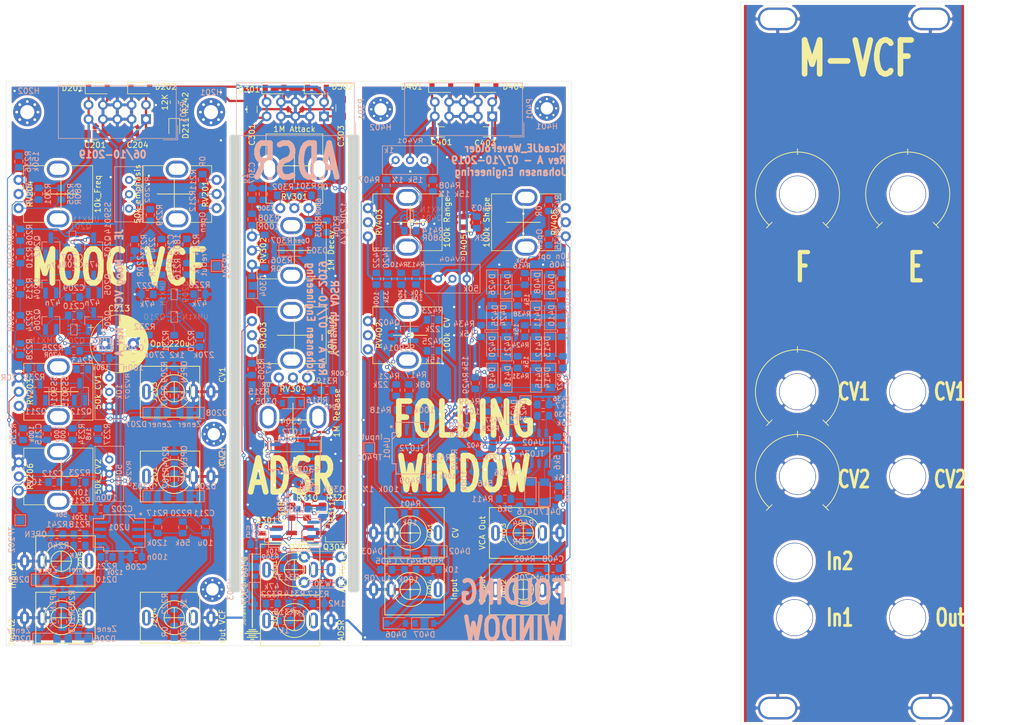
<source format=kicad_pcb>
(kicad_pcb (version 20171130) (host pcbnew "(5.1.9)-1")
  (layers (0 F.Cu signal) (31 B.Cu signal) (34 B.Paste user hide) (35 F.Paste user hide) (36 B.SilkS user) (37 F.SilkS user) (38 B.Mask user) (39 F.Mask user) (44 Edge.Cuts user))
  (net 0 "")
  (net 1 GND)
  (net 2 "Net-(J201-PadT)")
  (net 3 -12V)
  (net 4 +12V)
  (net 5 "Net-(J202-PadT)")
  (net 6 "Net-(J203-PadT)")
  (net 7 "Net-(Q202-Pad1)")
  (net 8 "Net-(Q204-Pad1)")
  (net 9 "Net-(C208-Pad1)")
  (net 10 "Net-(C209-Pad1)")
  (net 11 "Net-(C210-Pad2)")
  (net 12 "Net-(C210-Pad1)")
  (net 13 "Net-(C212-Pad1)")
  (net 14 "Net-(C213-Pad1)")
  (net 15 "Net-(Q206-Pad1)")
  (net 16 "Net-(C207-Pad1)")
  (net 17 "Net-(C209-Pad2)")
  (net 18 "Net-(C212-Pad2)")
  (net 19 "Net-(R217-Pad2)")
  (net 20 "Net-(R217-Pad1)")
  (net 21 "Net-(D304-Pad2)")
  (net 22 "Net-(C307-Pad2)")
  (net 23 "Net-(C308-Pad1)")
  (net 24 "Net-(D303-Pad2)")
  (net 25 "Net-(J301-PadT)")
  (net 26 "Net-(Q302-Pad1)")
  (net 27 "Net-(Q302-Pad2)")
  (net 28 "Net-(Q303-Pad1)")
  (net 29 "Net-(C207-Pad2)")
  (net 30 "Net-(C208-Pad2)")
  (net 31 "Net-(C211-Pad1)")
  (net 32 "Net-(C211-Pad2)")
  (net 33 /KicadJE_Yousynth_MoogVCF/PNP_B)
  (net 34 "Net-(D203-Pad2)")
  (net 35 CV2)
  (net 36 "Net-(D205-Pad2)")
  (net 37 "Net-(D207-Pad2)")
  (net 38 CV1)
  (net 39 "Net-(J204-PadT)")
  (net 40 "Net-(Q208-Pad5)")
  (net 41 "Net-(Q208-Pad1)")
  (net 42 "Net-(Q209-Pad1)")
  (net 43 "Net-(Q209-Pad2)")
  (net 44 "Net-(Q209-Pad4)")
  (net 45 "Net-(Q209-Pad5)")
  (net 46 "Net-(Q209-Pad6)")
  (net 47 "Net-(Q210-Pad1)")
  (net 48 "Net-(Q211-Pad3)")
  (net 49 /KicadJE_Yousynth_MoogVCF/PNP_E)
  (net 50 "Net-(Q212-Pad3)")
  (net 51 OutVCF)
  (net 52 "Net-(R211-Pad2)")
  (net 53 "Net-(R211-Pad1)")
  (net 54 /KicadJE_Yousynth_MoogVCF/Coupling)
  (net 55 "Net-(R218-Pad2)")
  (net 56 "Net-(R219-Pad2)")
  (net 57 "Net-(R229-Pad2)")
  (net 58 "Net-(R235-Pad1)")
  (net 59 "Net-(R236-Pad2)")
  (net 60 "Net-(R237-Pad1)")
  (net 61 "Net-(R238-Pad1)")
  (net 62 "Net-(D209-Pad2)")
  (net 63 "Net-(J205-PadT)")
  (net 64 InAudio1)
  (net 65 InAudio2)
  (net 66 "Net-(R234-Pad1)")
  (net 67 "Net-(D211-Pad1)")
  (net 68 "Net-(Q201-Pad2)")
  (net 69 "Net-(R243-Pad2)")
  (net 70 "Net-(C305-Pad1)")
  (net 71 555_RST)
  (net 72 "Net-(D304-Pad1)")
  (net 73 "Net-(D305-Pad2)")
  (net 74 ADSRGate)
  (net 75 "Net-(J301-PadS)")
  (net 76 ADSR_out)
  (net 77 555_Dis)
  (net 78 "Net-(Q301-Pad3)")
  (net 79 555_Trig)
  (net 80 "Net-(R301-Pad2)")
  (net 81 "Net-(R301-Pad1)")
  (net 82 555_Out)
  (net 83 "Net-(R305-Pad2)")
  (net 84 "Net-(R306-Pad2)")
  (net 85 "Net-(R307-Pad1)")
  (net 86 "Net-(R309-Pad2)")
  (net 87 "Net-(R313-Pad2)")
  (net 88 "Net-(R315-Pad2)")
  (net 89 "Net-(R316-Pad1)")
  (net 90 555_Threshold)
  (net 91 "Net-(RV303-Pad2)")
  (net 92 "Net-(C405-Pad1)")
  (net 93 "Net-(C405-Pad2)")
  (net 94 "Net-(C406-Pad1)")
  (net 95 "Net-(C406-Pad2)")
  (net 96 "Net-(C407-Pad2)")
  (net 97 "Net-(C407-Pad1)")
  (net 98 Output_Fold)
  (net 99 "Net-(C408-Pad1)")
  (net 100 CV_Fold)
  (net 101 "Net-(D405-Pad1)")
  (net 102 Input_Fold)
  (net 103 "Net-(D408-Pad1)")
  (net 104 "Net-(D412-Pad2)")
  (net 105 "Net-(D414-Pad1)")
  (net 106 "Net-(D416-Pad1)")
  (net 107 "Net-(D418-Pad2)")
  (net 108 "Net-(D420-Pad1)")
  (net 109 "Net-(D422-Pad1)")
  (net 110 "Net-(D422-Pad2)")
  (net 111 "Net-(D424-Pad2)")
  (net 112 "Net-(D426-Pad1)")
  (net 113 "Net-(J401-PadT)")
  (net 114 "Net-(J402-PadT)")
  (net 115 "Net-(J403-PadT)")
  (net 116 "Net-(J404-PadT)")
  (net 117 "Net-(Q401-Pad1)")
  (net 118 "Net-(Q401-Pad3)")
  (net 119 "Net-(Q401-Pad6)")
  (net 120 "Net-(Q402-Pad1)")
  (net 121 "Net-(Q402-Pad2)")
  (net 122 Output_VCA)
  (net 123 "Net-(R406-Pad2)")
  (net 124 "Net-(R407-Pad2)")
  (net 125 "Net-(R408-Pad2)")
  (net 126 "Net-(R409-Pad2)")
  (net 127 "Net-(R413-Pad1)")
  (net 128 "Net-(R417-Pad1)")
  (net 129 "Net-(R417-Pad2)")
  (net 130 "Net-(R418-Pad1)")
  (net 131 "Net-(R422-Pad1)")
  (net 132 "Net-(R423-Pad1)")
  (net 133 "Net-(R428-Pad1)")
  (net 134 "Net-(R430-Pad1)")
  (net 135 "Net-(R432-Pad1)")
  (module AJ:Johansen_engineering_soldermask_20mm (layer F.Cu) (at 200 161)
    (fp_text reference G*** hide)
    (fp_text value LOGO hide)
  )
  (module AJ:Pot_6m3_scale1 (layer F.Cu) (at 209.5 70)
    (fp_text reference REF** hide)
    (fp_text value "6,3mm inner pot")
    (pad 1 thru_hole circle (at 0 0) (size 6.5 6.5) (drill 6.3) (layers *.Cu *.Mask))
  )
  (module AJ:Pot_6m3_scale1 (layer F.Cu) (at 190 70)
    (fp_text reference REF** hide)
    (fp_text value "6,3mm inner pot")
    (pad 1 thru_hole circle (at 0 0) (size 6.5 6.5) (drill 6.3) (layers *.Cu *.Mask))
  )
  (module AJ:Pot_6m3_scale1 (layer F.Cu) (at 190 105)
    (fp_text reference REF** hide)
    (fp_text value "6,3mm inner pot")
    (pad 1 thru_hole circle (at 0 0) (size 6.5 6.5) (drill 6.3) (layers *.Cu *.Mask) (net 1 GND))
  )
  (module AJ:Pot_6m3_scale1 (layer F.Cu) (at 190 120)
    (fp_text reference REF** hide)
    (fp_text value "6,3mm inner pot")
    (pad 1 thru_hole circle (at 0 0) (size 6.5 6.5) (drill 6.3) (layers *.Cu *.Mask) (net 1 GND))
  )
  (module AJ:Jack_3m5 (layer F.Cu) (at 189.5 135)
    (fp_text reference REF** hide)
    (fp_text value "6,3mm inner")
    (pad 1 thru_hole circle (at 0 0) (size 6.5 6.5) (drill 6.3) (layers *.Cu *.Mask))
  )
  (module AJ:Jack_3m5 (layer F.Cu) (at 209.5 105)
    (fp_text reference REF** hide)
    (fp_text value "6,3mm inner")
    (pad 1 thru_hole circle (at 0 0) (size 6.5 6.5) (drill 6.3) (layers *.Cu *.Mask) (net 1 GND))
  )
  (module AJ:Jack_3m5 (layer F.Cu) (at 209.5 120)
    (fp_text reference REF** hide)
    (fp_text value "6,3mm inner")
    (pad 1 thru_hole circle (at 0 0) (size 6.5 6.5) (drill 6.3) (layers *.Cu *.Mask) (net 1 GND))
  )
  (module AJ:Jack_3m5 (layer F.Cu) (at 209.5 145)
    (fp_text reference REF** hide)
    (fp_text value "6,3mm inner")
    (pad 1 thru_hole circle (at 0 0) (size 6.5 6.5) (drill 6.3) (layers *.Cu *.Mask) (net 1 GND))
  )
  (module AJ:Jack_3m5 (layer F.Cu) (at 189.5 145)
    (fp_text reference REF** hide)
    (fp_text value "6,3mm inner")
    (pad 1 thru_hole circle (at 0 0) (size 6.5 6.5) (drill 6.3) (layers *.Cu *.Mask) (net 1 GND))
  )
  (module AJ:MountingHole_Eurorack3 (layer F.Cu) (at 213.5 161)
    (fp_text reference REF**)
    (fp_text value MountingHole_Eurorack3)
    (pad 1 thru_hole oval (at 0 0) (size 7 4) (drill oval 6.2 3.2) (layers *.Cu *.Mask) (net 1 GND))
  )
  (module AJ:MountingHole_Eurorack3 (layer F.Cu) (at 186.5 161)
    (fp_text reference REF**)
    (fp_text value MountingHole_Eurorack3)
    (pad 1 thru_hole oval (at 0 0) (size 7 4) (drill oval 6.2 3.2) (layers *.Cu *.Mask) (net 1 GND))
  )
  (module AJ:MountingHole_Eurorack3 (layer F.Cu) (at 213.5 39)
    (fp_text reference REF**)
    (fp_text value MountingHole_Eurorack3)
    (pad 1 thru_hole oval (at 0 0) (size 7 4) (drill oval 6.2 3.2) (layers *.Cu *.Mask) (net 1 GND))
  )
  (module AJ:MountingHole_Eurorack3 (layer F.Cu) (at 186.5 39)
    (fp_text reference REF**)
    (fp_text value MountingHole_Eurorack3)
    (pad 1 thru_hole oval (at 0 0) (size 7 4) (drill oval 6.2 3.2) (layers *.Cu *.Mask) (net 1 GND))
  )
  (module Capacitor_SMD:C_1206_3216Metric_Pad1.42x1.75mm_HandSolder (layer F.Cu) (at 65.75 59.5 180)
    (fp_text reference C201 (at 0 -1.82 180) (layer F.SilkS))
    (fp_text value 10u)
    (pad 2 smd roundrect (at 1.4875 0 180) (size 1.425 1.75) (layers F.Cu F.Paste F.Mask) (roundrect_rratio 0.175439) (net 4 +12V))
    (pad 1 smd roundrect (at -1.4875 0 180) (size 1.425 1.75) (layers F.Cu F.Paste F.Mask) (roundrect_rratio 0.175439) (net 1 GND))
  )
  (module Capacitor_SMD:C_0805_2012Metric_Pad1.15x1.40mm_HandSolder (layer B.Cu) (at 66.75 125.75)
    (fp_text reference C202 (at 3.75 0) (layer B.SilkS) (effects (justify mirror)))
    (fp_text value 100n (at 1 -2) (layer B.SilkS) (effects (justify mirror)))
    (pad 2 smd roundrect (at 1.025 0) (size 1.15 1.4) (layers B.Cu B.Paste B.Mask) (roundrect_rratio 0.217391) (net 4 +12V))
    (pad 1 smd roundrect (at -1.025 0) (size 1.15 1.4) (layers B.Cu B.Paste B.Mask) (roundrect_rratio 0.217391) (net 1 GND))
  )
  (module Capacitor_SMD:C_0805_2012Metric_Pad1.15x1.40mm_HandSolder (layer B.Cu) (at 67.25 99)
    (fp_text reference C203 (at 0 -1.75) (layer B.SilkS) (effects (justify mirror)))
    (fp_text value 100n (at -0.25 -3) (layer B.SilkS) (effects (justify mirror)))
    (pad 1 smd roundrect (at -1.025 0) (size 1.15 1.4) (layers B.Cu B.Paste B.Mask) (roundrect_rratio 0.217391) (net 1 GND))
    (pad 2 smd roundrect (at 1.025 0) (size 1.15 1.4) (layers B.Cu B.Paste B.Mask) (roundrect_rratio 0.217391) (net 4 +12V))
  )
  (module Capacitor_SMD:C_1206_3216Metric_Pad1.42x1.75mm_HandSolder (layer F.Cu) (at 73.2625 59.5 180)
    (fp_text reference C204 (at 0 -1.82 180) (layer F.SilkS))
    (fp_text value 10u)
    (pad 1 smd roundrect (at -1.4875 0 180) (size 1.425 1.75) (layers F.Cu F.Paste F.Mask) (roundrect_rratio 0.175439) (net 3 -12V))
    (pad 2 smd roundrect (at 1.4875 0 180) (size 1.425 1.75) (layers F.Cu F.Paste F.Mask) (roundrect_rratio 0.175439) (net 1 GND))
  )
  (module Capacitor_SMD:C_0805_2012Metric_Pad1.15x1.40mm_HandSolder (layer B.Cu) (at 72.5 99)
    (fp_text reference C205 (at 0 -1.75) (layer B.SilkS) (effects (justify mirror)))
    (fp_text value 100n (at 0 1.75) (layer B.SilkS) (effects (justify mirror)))
    (pad 1 smd roundrect (at -1.025 0) (size 1.15 1.4) (layers B.Cu B.Paste B.Mask) (roundrect_rratio 0.217391) (net 3 -12V))
    (pad 2 smd roundrect (at 1.025 0) (size 1.15 1.4) (layers B.Cu B.Paste B.Mask) (roundrect_rratio 0.217391) (net 1 GND))
  )
  (module Capacitor_SMD:C_0805_2012Metric_Pad1.15x1.40mm_HandSolder (layer B.Cu) (at 73 134.25 180)
    (fp_text reference C206 (at 0 -1.75 180) (layer B.SilkS) (effects (justify mirror)))
    (fp_text value 100n (at -3.75 0 180) (layer B.SilkS) (effects (justify mirror)))
    (pad 2 smd roundrect (at 1.025 0 180) (size 1.15 1.4) (layers B.Cu B.Paste B.Mask) (roundrect_rratio 0.217391) (net 1 GND))
    (pad 1 smd roundrect (at -1.025 0 180) (size 1.15 1.4) (layers B.Cu B.Paste B.Mask) (roundrect_rratio 0.217391) (net 3 -12V))
  )
  (module Capacitor_SMD:C_0805_2012Metric_Pad1.15x1.40mm_HandSolder (layer B.Cu) (at 61.75 79.5 180)
    (fp_text reference C207 (at 0 -1.75) (layer B.SilkS) (effects (justify mirror)))
    (fp_text value 47n (at 3.25 -3.25 180) (layer B.SilkS) (effects (justify mirror)))
    (pad 1 smd roundrect (at -1.025 0 180) (size 1.15 1.4) (layers B.Cu B.Paste B.Mask) (roundrect_rratio 0.217391) (net 16 "Net-(C207-Pad1)"))
    (pad 2 smd roundrect (at 1.025 0 180) (size 1.15 1.4) (layers B.Cu B.Paste B.Mask) (roundrect_rratio 0.217391) (net 29 "Net-(C207-Pad2)"))
  )
  (module Capacitor_SMD:C_0805_2012Metric_Pad1.15x1.40mm_HandSolder (layer B.Cu) (at 61.975 84.25 180)
    (fp_text reference C208 (at 0.225 1.75 180) (layer B.SilkS) (effects (justify mirror)))
    (fp_text value 47n (at -3.275 1.75 180) (layer B.SilkS) (effects (justify mirror)))
    (pad 2 smd roundrect (at 1.025 0 180) (size 1.15 1.4) (layers B.Cu B.Paste B.Mask) (roundrect_rratio 0.217391) (net 30 "Net-(C208-Pad2)"))
    (pad 1 smd roundrect (at -1.025 0 180) (size 1.15 1.4) (layers B.Cu B.Paste B.Mask) (roundrect_rratio 0.217391) (net 9 "Net-(C208-Pad1)"))
  )
  (module Capacitor_SMD:C_0805_2012Metric_Pad1.15x1.40mm_HandSolder (layer B.Cu) (at 61.975 88.25 180)
    (fp_text reference C209 (at 0 1.65 180) (layer B.SilkS) (effects (justify mirror)))
    (fp_text value 47n (at -3.275 -1 180) (layer B.SilkS) (effects (justify mirror)))
    (pad 1 smd roundrect (at -1.025 0 180) (size 1.15 1.4) (layers B.Cu B.Paste B.Mask) (roundrect_rratio 0.217391) (net 10 "Net-(C209-Pad1)"))
    (pad 2 smd roundrect (at 1.025 0 180) (size 1.15 1.4) (layers B.Cu B.Paste B.Mask) (roundrect_rratio 0.217391) (net 17 "Net-(C209-Pad2)"))
  )
  (module Capacitor_SMD:C_0805_2012Metric_Pad1.15x1.40mm_HandSolder (layer B.Cu) (at 62 91.5 180)
    (fp_text reference C210 (at 0 1.65 180) (layer B.SilkS) (effects (justify mirror)))
    (fp_text value 47n (at 3.75 2.25 180) (layer B.SilkS) (effects (justify mirror)))
    (pad 2 smd roundrect (at 1.025 0 180) (size 1.15 1.4) (layers B.Cu B.Paste B.Mask) (roundrect_rratio 0.217391) (net 11 "Net-(C210-Pad2)"))
    (pad 1 smd roundrect (at -1.025 0 180) (size 1.15 1.4) (layers B.Cu B.Paste B.Mask) (roundrect_rratio 0.217391) (net 12 "Net-(C210-Pad1)"))
  )
  (module Capacitor_SMD:C_0805_2012Metric_Pad1.15x1.40mm_HandSolder (layer B.Cu) (at 85.25 129 90)
    (fp_text reference C211 (at 2.5 -0.25 180) (layer B.SilkS) (effects (justify mirror)))
    (fp_text value 10u (at -2.75 0) (layer B.SilkS) (effects (justify mirror)))
    (pad 1 smd roundrect (at -1.025 0 90) (size 1.15 1.4) (layers B.Cu B.Paste B.Mask) (roundrect_rratio 0.217391) (net 31 "Net-(C211-Pad1)"))
    (pad 2 smd roundrect (at 1.025 0 90) (size 1.15 1.4) (layers B.Cu B.Paste B.Mask) (roundrect_rratio 0.217391) (net 32 "Net-(C211-Pad2)"))
  )
  (module Capacitor_SMD:C_0805_2012Metric_Pad1.15x1.40mm_HandSolder (layer B.Cu) (at 58.5 121)
    (fp_text reference C212 (at -0.25 -1.5) (layer B.SilkS) (effects (justify mirror)))
    (fp_text value 10u (at -3.5 0) (layer B.SilkS) (effects (justify mirror)))
    (pad 2 smd roundrect (at 1.025 0) (size 1.15 1.4) (layers B.Cu B.Paste B.Mask) (roundrect_rratio 0.217391) (net 18 "Net-(C212-Pad2)"))
    (pad 1 smd roundrect (at -1.025 0) (size 1.15 1.4) (layers B.Cu B.Paste B.Mask) (roundrect_rratio 0.217391) (net 13 "Net-(C212-Pad1)"))
  )
  (module Capacitor_THT:CP_Radial_D10.0mm_P5.00mm (layer F.Cu) (at 67.5 96.5)
    (fp_text reference C213 (at 2.5 -6.25) (layer F.SilkS))
    (fp_text value Opt_220u (at 11.5 0) (layer F.SilkS))
    (pad 1 thru_hole rect (at 0 0) (size 2 2) (drill 1) (layers *.Cu *.Mask) (net 14 "Net-(C213-Pad1)"))
    (pad 2 thru_hole circle (at 5 0) (size 2 2) (drill 1) (layers *.Cu *.Mask) (net 1 GND))
  )
  (module Capacitor_SMD:C_0805_2012Metric_Pad1.15x1.40mm_HandSolder (layer B.Cu) (at 77.5 79 90)
    (fp_text reference C214 (at 0 1.65 90) (layer B.SilkS) (effects (justify mirror)))
    (fp_text value 22u (at 0 -1.65 90) (layer B.SilkS) (effects (justify mirror)))
    (pad 1 smd roundrect (at -1.025 0 90) (size 1.15 1.4) (layers B.Cu B.Paste B.Mask) (roundrect_rratio 0.217391) (net 1 GND))
    (pad 2 smd roundrect (at 1.025 0 90) (size 1.15 1.4) (layers B.Cu B.Paste B.Mask) (roundrect_rratio 0.217391) (net 14 "Net-(C213-Pad1)"))
  )
  (module Capacitor_SMD:C_0805_2012Metric_Pad1.15x1.40mm_HandSolder (layer B.Cu) (at 57.25 112.5 90)
    (fp_text reference C215 (at 0 -1.5 90) (layer B.SilkS) (effects (justify mirror)))
    (fp_text value 100p (at 0 1.75 90) (layer B.SilkS) (effects (font (size 0.8 0.8)) (justify mirror)))
    (pad 2 smd roundrect (at 1.025 0 90) (size 1.15 1.4) (layers B.Cu B.Paste B.Mask) (roundrect_rratio 0.217391) (net 33 /KicadJE_Yousynth_MoogVCF/PNP_B))
    (pad 1 smd roundrect (at -1.025 0 90) (size 1.15 1.4) (layers B.Cu B.Paste B.Mask) (roundrect_rratio 0.217391) (net 1 GND))
  )
  (module Diode_SMD:D_SOD-123 (layer F.Cu) (at 66.25 51.25)
    (fp_text reference D201 (at -4.5 0) (layer F.SilkS))
    (fp_text value 1N1007)
    (pad 1 smd rect (at -1.65 0) (size 0.9 1.2) (layers F.Cu F.Paste F.Mask) (net 4 +12V))
    (pad 2 smd rect (at 1.65 0) (size 0.9 1.2) (layers F.Cu F.Paste F.Mask) (net 1 GND))
  )
  (module Diode_SMD:D_SOD-123 (layer F.Cu) (at 73.75 51.25)
    (fp_text reference D202 (at 4.5 -0.25) (layer F.SilkS))
    (fp_text value 1N1007)
    (pad 2 smd rect (at 1.65 0) (size 0.9 1.2) (layers F.Cu F.Paste F.Mask) (net 3 -12V))
    (pad 1 smd rect (at -1.65 0) (size 0.9 1.2) (layers F.Cu F.Paste F.Mask) (net 1 GND))
  )
  (module Diode_SMD:D_MiniMELF (layer B.Cu) (at 76.75 123.5)
    (fp_text reference D203 (at -2.5 -1.75) (layer B.SilkS) (effects (justify mirror)))
    (fp_text value Zener)
    (pad 2 smd rect (at 1.75 0) (size 1.3 1.7) (layers B.Cu B.Paste B.Mask) (net 34 "Net-(D203-Pad2)"))
    (pad 1 smd rect (at -1.75 0) (size 1.3 1.7) (layers B.Cu B.Paste B.Mask) (net 35 CV2))
  )
  (module Diode_SMD:D_MiniMELF (layer B.Cu) (at 82.5 123.5 180)
    (fp_text reference D204 (at -2.75 1.75 180) (layer B.SilkS) (effects (justify mirror)))
    (fp_text value Zener)
    (pad 1 smd rect (at -1.75 0 180) (size 1.3 1.7) (layers B.Cu B.Paste B.Mask) (net 1 GND))
    (pad 2 smd rect (at 1.75 0 180) (size 1.3 1.7) (layers B.Cu B.Paste B.Mask) (net 34 "Net-(D203-Pad2)"))
  )
  (module Diode_SMD:D_MiniMELF (layer B.Cu) (at 57.25 148.75)
    (fp_text reference D205 (at -4.75 0) (layer B.SilkS) (effects (justify mirror)))
    (fp_text value Zener (at -5 -1.5) (layer B.SilkS) (effects (justify mirror)))
    (pad 2 smd rect (at 1.75 0) (size 1.3 1.7) (layers B.Cu B.Paste B.Mask) (net 36 "Net-(D205-Pad2)"))
    (pad 1 smd rect (at -1.75 0) (size 1.3 1.7) (layers B.Cu B.Paste B.Mask) (net 65 InAudio2))
  )
  (module Diode_SMD:D_MiniMELF (layer B.Cu) (at 62.75 148.75 180)
    (fp_text reference D206 (at -4.75 0 180) (layer B.SilkS) (effects (justify mirror)))
    (fp_text value Zener (at -4.75 1.75 180) (layer B.SilkS) (effects (justify mirror)))
    (pad 1 smd rect (at -1.75 0 180) (size 1.3 1.7) (layers B.Cu B.Paste B.Mask) (net 1 GND))
    (pad 2 smd rect (at 1.75 0 180) (size 1.3 1.7) (layers B.Cu B.Paste B.Mask) (net 36 "Net-(D205-Pad2)"))
  )
  (module Diode_SMD:D_MiniMELF (layer B.Cu) (at 76.75 108.75)
    (fp_text reference D207 (at -3.75 2) (layer B.SilkS) (effects (justify mirror)))
    (fp_text value Zener (at 0.5 2) (layer B.SilkS) (effects (justify mirror)))
    (pad 2 smd rect (at 1.75 0) (size 1.3 1.7) (layers B.Cu B.Paste B.Mask) (net 37 "Net-(D207-Pad2)"))
    (pad 1 smd rect (at -1.75 0) (size 1.3 1.7) (layers B.Cu B.Paste B.Mask) (net 38 CV1))
  )
  (module Diode_SMD:D_MiniMELF (layer B.Cu) (at 82.5 108.75 180)
    (fp_text reference D208 (at -4.75 0 180) (layer B.SilkS) (effects (justify mirror)))
    (fp_text value Zener (at 0 -2 180) (layer B.SilkS) (effects (justify mirror)))
    (pad 1 smd rect (at -1.75 0 180) (size 1.3 1.7) (layers B.Cu B.Paste B.Mask) (net 1 GND))
    (pad 2 smd rect (at 1.75 0 180) (size 1.3 1.7) (layers B.Cu B.Paste B.Mask) (net 37 "Net-(D207-Pad2)"))
  )
  (module MountingHole:MountingHole_2.5mm_Pad_Via (layer B.Cu) (at 86.25 55.5 90)
    (fp_text reference H201 (at 3.5 0 180) (layer B.SilkS) (effects (justify mirror)))
    (fp_text value 2,5mm)
    (pad 1 thru_hole circle (at 0 0 90) (size 5 5) (drill 2.5) (layers *.Cu *.Mask))
    (pad 1 thru_hole circle (at 1.875 0 90) (size 0.8 0.8) (drill 0.5) (layers *.Cu *.Mask))
    (pad 1 thru_hole circle (at 1.325825 -1.325825 90) (size 0.8 0.8) (drill 0.5) (layers *.Cu *.Mask))
    (pad 1 thru_hole circle (at 0 -1.875 90) (size 0.8 0.8) (drill 0.5) (layers *.Cu *.Mask))
    (pad 1 thru_hole circle (at -1.325825 -1.325825 90) (size 0.8 0.8) (drill 0.5) (layers *.Cu *.Mask))
    (pad 1 thru_hole circle (at -1.875 0 90) (size 0.8 0.8) (drill 0.5) (layers *.Cu *.Mask))
    (pad 1 thru_hole circle (at -1.325825 1.325825 90) (size 0.8 0.8) (drill 0.5) (layers *.Cu *.Mask))
    (pad 1 thru_hole circle (at 0 1.875 90) (size 0.8 0.8) (drill 0.5) (layers *.Cu *.Mask))
    (pad 1 thru_hole circle (at 1.325825 1.325825 90) (size 0.8 0.8) (drill 0.5) (layers *.Cu *.Mask))
  )
  (module MountingHole:MountingHole_2.5mm_Pad_Via (layer B.Cu) (at 53.75 55.5 90)
    (fp_text reference H202 (at 3.75 0.25 180) (layer B.SilkS) (effects (justify mirror)))
    (fp_text value 2,5mm)
    (pad 1 thru_hole circle (at 1.325825 1.325825 90) (size 0.8 0.8) (drill 0.5) (layers *.Cu *.Mask))
    (pad 1 thru_hole circle (at 0 1.875 90) (size 0.8 0.8) (drill 0.5) (layers *.Cu *.Mask))
    (pad 1 thru_hole circle (at -1.325825 1.325825 90) (size 0.8 0.8) (drill 0.5) (layers *.Cu *.Mask))
    (pad 1 thru_hole circle (at -1.875 0 90) (size 0.8 0.8) (drill 0.5) (layers *.Cu *.Mask))
    (pad 1 thru_hole circle (at -1.325825 -1.325825 90) (size 0.8 0.8) (drill 0.5) (layers *.Cu *.Mask))
    (pad 1 thru_hole circle (at 0 -1.875 90) (size 0.8 0.8) (drill 0.5) (layers *.Cu *.Mask))
    (pad 1 thru_hole circle (at 1.325825 -1.325825 90) (size 0.8 0.8) (drill 0.5) (layers *.Cu *.Mask))
    (pad 1 thru_hole circle (at 1.875 0 90) (size 0.8 0.8) (drill 0.5) (layers *.Cu *.Mask))
    (pad 1 thru_hole circle (at 0 0 90) (size 5 5) (drill 2.5) (layers *.Cu *.Mask))
  )
  (module MountingHole:MountingHole_2.2mm_M2_Pad_Via (layer B.Cu) (at 86.5 140 90)
    (fp_text reference H203 (at 0 3.2 90) (layer B.SilkS) (effects (justify mirror)))
    (fp_text value 2,2mm)
    (pad 1 thru_hole circle (at 1.166726 1.166726 90) (size 0.7 0.7) (drill 0.4) (layers *.Cu *.Mask))
    (pad 1 thru_hole circle (at 0 1.65 90) (size 0.7 0.7) (drill 0.4) (layers *.Cu *.Mask))
    (pad 1 thru_hole circle (at -1.166726 1.166726 90) (size 0.7 0.7) (drill 0.4) (layers *.Cu *.Mask))
    (pad 1 thru_hole circle (at -1.65 0 90) (size 0.7 0.7) (drill 0.4) (layers *.Cu *.Mask))
    (pad 1 thru_hole circle (at -1.166726 -1.166726 90) (size 0.7 0.7) (drill 0.4) (layers *.Cu *.Mask))
    (pad 1 thru_hole circle (at 0 -1.65 90) (size 0.7 0.7) (drill 0.4) (layers *.Cu *.Mask))
    (pad 1 thru_hole circle (at 1.166726 -1.166726 90) (size 0.7 0.7) (drill 0.4) (layers *.Cu *.Mask))
    (pad 1 thru_hole circle (at 1.65 0 90) (size 0.7 0.7) (drill 0.4) (layers *.Cu *.Mask))
    (pad 1 thru_hole circle (at 0 0 90) (size 4.4 4.4) (drill 2.2) (layers *.Cu *.Mask))
  )
  (module MountingHole:MountingHole_2.2mm_M2_Pad_Via (layer B.Cu) (at 86.75 112.5 90)
    (fp_text reference H204 (at -4.25 1.5 90) (layer B.SilkS) (effects (justify mirror)))
    (fp_text value 2,2mm)
    (pad 1 thru_hole circle (at 0 0 90) (size 4.4 4.4) (drill 2.2) (layers *.Cu *.Mask))
    (pad 1 thru_hole circle (at 1.65 0 90) (size 0.7 0.7) (drill 0.4) (layers *.Cu *.Mask))
    (pad 1 thru_hole circle (at 1.166726 -1.166726 90) (size 0.7 0.7) (drill 0.4) (layers *.Cu *.Mask))
    (pad 1 thru_hole circle (at 0 -1.65 90) (size 0.7 0.7) (drill 0.4) (layers *.Cu *.Mask))
    (pad 1 thru_hole circle (at -1.166726 -1.166726 90) (size 0.7 0.7) (drill 0.4) (layers *.Cu *.Mask))
    (pad 1 thru_hole circle (at -1.65 0 90) (size 0.7 0.7) (drill 0.4) (layers *.Cu *.Mask))
    (pad 1 thru_hole circle (at -1.166726 1.166726 90) (size 0.7 0.7) (drill 0.4) (layers *.Cu *.Mask))
    (pad 1 thru_hole circle (at 0 1.65 90) (size 0.7 0.7) (drill 0.4) (layers *.Cu *.Mask))
    (pad 1 thru_hole circle (at 1.166726 1.166726 90) (size 0.7 0.7) (drill 0.4) (layers *.Cu *.Mask))
  )
  (module AJ-Dropbox-Kicad:PJ301SM (layer F.Cu) (at 79.75 120 90)
    (fp_text reference J201 (at 0 -3.5 90) (layer F.SilkS) (effects (font (size 0.75 1) (thickness 0.125))))
    (fp_text value CV2 (at 3.25 8.5 90) (layer F.SilkS))
    (pad TN thru_hole oval (at 0 3.38 90) (size 2.8 1.6) (drill oval 2 0.6) (layers *.Cu *.Mask) (net 1 GND))
    (pad S thru_hole oval (at 0 6.48 90) (size 2.4 1.6) (drill oval 1.4 0.6) (layers *.Cu *.Mask) (net 1 GND))
    (pad T thru_hole oval (at 0 -4.92 90) (size 2.8 1.5) (drill oval 2.1 0.5) (layers *.Cu *.Mask) (net 2 "Net-(J201-PadT)"))
  )
  (module AJ-Dropbox-Kicad:PJ301SM (layer F.Cu) (at 79.75 105 90)
    (fp_text reference J203 (at 0 -3.5 90) (layer F.SilkS) (effects (font (size 0.75 1) (thickness 0.125))))
    (fp_text value CV1 (at 3 8.5 90) (layer F.SilkS))
    (pad T thru_hole oval (at 0 -4.92 90) (size 2.8 1.5) (drill oval 2.1 0.5) (layers *.Cu *.Mask) (net 6 "Net-(J203-PadT)"))
    (pad S thru_hole oval (at 0 6.48 90) (size 2.4 1.6) (drill oval 1.4 0.6) (layers *.Cu *.Mask) (net 1 GND))
    (pad TN thru_hole oval (at 0 3.38 90) (size 2.8 1.6) (drill oval 2 0.6) (layers *.Cu *.Mask) (net 1 GND))
  )
  (module AJ-Dropbox-Kicad:PJ301SM (layer F.Cu) (at 79.75 145 90)
    (fp_text reference J204 (at 0 -3.5 90) (layer F.SilkS) (effects (font (size 0.75 1) (thickness 0.125))))
    (fp_text value "Out VCF" (at -1.5 8.5 90) (layer F.SilkS))
    (pad T thru_hole oval (at 0 -4.92 90) (size 2.8 1.5) (drill oval 2.1 0.5) (layers *.Cu *.Mask) (net 39 "Net-(J204-PadT)"))
    (pad S thru_hole oval (at 0 6.48 90) (size 2.4 1.6) (drill oval 1.4 0.6) (layers *.Cu *.Mask) (net 1 GND))
    (pad TN thru_hole oval (at 0 3.38 90) (size 2.8 1.6) (drill oval 2 0.6) (layers *.Cu *.Mask))
  )
  (module Connectors_IDC:IDC-Header_2x05_Pitch2.54mm_Straight (layer B.Cu) (at 74.75 56.75 90)
    (fp_text reference P201 (at 1.27 6.604 90) (layer B.SilkS) (effects (justify mirror)))
    (fp_text value Doepfer_Power_10pin)
    (pad 1 thru_hole rect (at 0 0 90) (size 1.7272 1.7272) (drill 1.016) (layers *.Cu *.Mask) (net 3 -12V))
    (pad 2 thru_hole oval (at 2.54 0 90) (size 1.7272 1.7272) (drill 1.016) (layers *.Cu *.Mask) (net 3 -12V))
    (pad 3 thru_hole oval (at 0 -2.54 90) (size 1.7272 1.7272) (drill 1.016) (layers *.Cu *.Mask) (net 1 GND))
    (pad 4 thru_hole oval (at 2.54 -2.54 90) (size 1.7272 1.7272) (drill 1.016) (layers *.Cu *.Mask) (net 1 GND))
    (pad 5 thru_hole oval (at 0 -5.08 90) (size 1.7272 1.7272) (drill 1.016) (layers *.Cu *.Mask) (net 1 GND))
    (pad 6 thru_hole oval (at 2.54 -5.08 90) (size 1.7272 1.7272) (drill 1.016) (layers *.Cu *.Mask) (net 1 GND))
    (pad 7 thru_hole oval (at 0 -7.62 90) (size 1.7272 1.7272) (drill 1.016) (layers *.Cu *.Mask) (net 1 GND))
    (pad 8 thru_hole oval (at 2.54 -7.62 90) (size 1.7272 1.7272) (drill 1.016) (layers *.Cu *.Mask) (net 1 GND))
    (pad 9 thru_hole oval (at 0 -10.16 90) (size 1.7272 1.7272) (drill 1.016) (layers *.Cu *.Mask) (net 4 +12V))
    (pad 10 thru_hole oval (at 2.54 -10.16 90) (size 1.7272 1.7272) (drill 1.016) (layers *.Cu *.Mask) (net 4 +12V))
  )
  (module AJ:UMX1N_UMT6_DualNPN (layer B.Cu) (at 61.75 77.5)
    (fp_text reference Q201 (at 1.412501 -1.7758) (layer B.SilkS) (effects (font (thickness 0.05)) (justify mirror)))
    (fp_text value UMX1N (at 2.25 -3.0258) (layer B.SilkS) (effects (font (thickness 0.05)) (justify mirror)))
    (pad 1 smd rect (at -0.925 0.65) (size 0.5 0.3) (layers B.Cu B.Paste B.Mask) (net 29 "Net-(C207-Pad2)"))
    (pad 2 smd rect (at -0.925 0) (size 0.5 0.3) (layers B.Cu B.Paste B.Mask) (net 68 "Net-(Q201-Pad2)"))
    (pad 3 smd rect (at -0.925 -0.65) (size 0.5 0.3) (layers B.Cu B.Paste B.Mask) (net 4 +12V))
    (pad 4 smd rect (at 0.925 -0.65 180) (size 0.5 0.3) (layers B.Cu B.Paste B.Mask) (net 16 "Net-(C207-Pad1)"))
    (pad 5 smd rect (at 0.925 0 180) (size 0.5 0.3) (layers B.Cu B.Paste B.Mask) (net 68 "Net-(Q201-Pad2)"))
    (pad 6 smd rect (at 0.925 0.65 180) (size 0.5 0.3) (layers B.Cu B.Paste B.Mask) (net 4 +12V))
  )
  (module Package_TO_SOT_SMD:SOT-23_Handsoldering (layer B.Cu) (at 57.924999 79.25 90)
    (fp_text reference Q202 (at 0 -2.424999 90) (layer B.SilkS) (effects (justify mirror)))
    (fp_text value SS9014)
    (pad 1 smd rect (at -1.5 0.95 90) (size 1.9 0.8) (layers B.Cu B.Paste B.Mask) (net 7 "Net-(Q202-Pad1)"))
    (pad 2 smd rect (at -1.5 -0.95 90) (size 1.9 0.8) (layers B.Cu B.Paste B.Mask) (net 30 "Net-(C208-Pad2)"))
    (pad 3 smd rect (at 1.5 0 90) (size 1.9 0.8) (layers B.Cu B.Paste B.Mask) (net 29 "Net-(C207-Pad2)"))
  )
  (module Package_TO_SOT_SMD:SOT-23_Handsoldering (layer B.Cu) (at 65.5 79.25 90)
    (fp_text reference Q203 (at 0 2.5 90) (layer B.SilkS) (effects (justify mirror)))
    (fp_text value SS9014 (at 5 2.5 90) (layer B.SilkS) (effects (justify mirror)))
    (pad 3 smd rect (at 1.5 0 90) (size 1.9 0.8) (layers B.Cu B.Paste B.Mask) (net 16 "Net-(C207-Pad1)"))
    (pad 2 smd rect (at -1.5 -0.95 90) (size 1.9 0.8) (layers B.Cu B.Paste B.Mask) (net 9 "Net-(C208-Pad1)"))
    (pad 1 smd rect (at -1.5 0.95 90) (size 1.9 0.8) (layers B.Cu B.Paste B.Mask) (net 7 "Net-(Q202-Pad1)"))
  )
  (module Package_TO_SOT_SMD:SOT-23_Handsoldering (layer B.Cu) (at 57.924999 86 90)
    (fp_text reference Q204 (at -0.75 -2.424999 90) (layer B.SilkS) (effects (justify mirror)))
    (fp_text value SS9014)
    (pad 1 smd rect (at -1.5 0.95 90) (size 1.9 0.8) (layers B.Cu B.Paste B.Mask) (net 8 "Net-(Q204-Pad1)"))
    (pad 2 smd rect (at -1.5 -0.95 90) (size 1.9 0.8) (layers B.Cu B.Paste B.Mask) (net 17 "Net-(C209-Pad2)"))
    (pad 3 smd rect (at 1.5 0 90) (size 1.9 0.8) (layers B.Cu B.Paste B.Mask) (net 30 "Net-(C208-Pad2)"))
  )
  (module Package_TO_SOT_SMD:SOT-23_Handsoldering (layer B.Cu) (at 65.5 86 90)
    (fp_text reference Q205 (at 0 2.5 90) (layer B.SilkS) (effects (justify mirror)))
    (fp_text value SS9014)
    (pad 3 smd rect (at 1.5 0 90) (size 1.9 0.8) (layers B.Cu B.Paste B.Mask) (net 9 "Net-(C208-Pad1)"))
    (pad 2 smd rect (at -1.5 -0.95 90) (size 1.9 0.8) (layers B.Cu B.Paste B.Mask) (net 10 "Net-(C209-Pad1)"))
    (pad 1 smd rect (at -1.5 0.95 90) (size 1.9 0.8) (layers B.Cu B.Paste B.Mask) (net 8 "Net-(Q204-Pad1)"))
  )
  (module Package_TO_SOT_SMD:SOT-23_Handsoldering (layer B.Cu) (at 57.924999 92.474999 90)
    (fp_text reference Q206 (at 0.224999 -2.424999 90) (layer B.SilkS) (effects (justify mirror)))
    (fp_text value SS9014)
    (pad 1 smd rect (at -1.5 0.95 90) (size 1.9 0.8) (layers B.Cu B.Paste B.Mask) (net 15 "Net-(Q206-Pad1)"))
    (pad 2 smd rect (at -1.5 -0.95 90) (size 1.9 0.8) (layers B.Cu B.Paste B.Mask) (net 11 "Net-(C210-Pad2)"))
    (pad 3 smd rect (at 1.5 0 90) (size 1.9 0.8) (layers B.Cu B.Paste B.Mask) (net 17 "Net-(C209-Pad2)"))
  )
  (module Package_TO_SOT_SMD:SOT-23_Handsoldering (layer B.Cu) (at 65.5 92.5 90)
    (fp_text reference Q207 (at 0 2.5 90) (layer B.SilkS) (effects (justify mirror)))
    (fp_text value SS9014)
    (pad 3 smd rect (at 1.5 0 90) (size 1.9 0.8) (layers B.Cu B.Paste B.Mask) (net 10 "Net-(C209-Pad1)"))
    (pad 2 smd rect (at -1.5 -0.95 90) (size 1.9 0.8) (layers B.Cu B.Paste B.Mask) (net 12 "Net-(C210-Pad1)"))
    (pad 1 smd rect (at -1.5 0.95 90) (size 1.9 0.8) (layers B.Cu B.Paste B.Mask) (net 15 "Net-(Q206-Pad1)"))
  )
  (module AJ:UMX1N_UMT6_DualNPN (layer B.Cu) (at 62 94 180)
    (fp_text reference Q208 (at 0 -2 180) (layer B.SilkS) (effects (font (thickness 0.05)) (justify mirror)))
    (fp_text value UMX1N (at 5.25 -1.905 180) (layer B.SilkS) (effects (font (thickness 0.05)) (justify mirror)))
    (pad 6 smd rect (at 0.925 0.65) (size 0.5 0.3) (layers B.Cu B.Paste B.Mask) (net 11 "Net-(C210-Pad2)"))
    (pad 5 smd rect (at 0.925 0) (size 0.5 0.3) (layers B.Cu B.Paste B.Mask) (net 40 "Net-(Q208-Pad5)"))
    (pad 4 smd rect (at 0.925 -0.65) (size 0.5 0.3) (layers B.Cu B.Paste B.Mask) (net 41 "Net-(Q208-Pad1)"))
    (pad 3 smd rect (at -0.925 -0.65 180) (size 0.5 0.3) (layers B.Cu B.Paste B.Mask) (net 12 "Net-(C210-Pad1)"))
    (pad 2 smd rect (at -0.925 0 180) (size 0.5 0.3) (layers B.Cu B.Paste B.Mask) (net 13 "Net-(C212-Pad1)"))
    (pad 1 smd rect (at -0.925 0.65 180) (size 0.5 0.3) (layers B.Cu B.Paste B.Mask) (net 41 "Net-(Q208-Pad1)"))
  )
  (module AJ:UMX1N_UMT6_DualNPN (layer B.Cu) (at 79.75 87.75 180)
    (fp_text reference Q209 (at -2 0.5 270) (layer B.SilkS) (effects (font (thickness 0.05)) (justify mirror)))
    (fp_text value UMX1N (at 2 0.25 270) (layer B.SilkS) (effects (font (size 0.9 0.9) (thickness 0.05)) (justify mirror)))
    (pad 1 smd rect (at -0.925 0.65 180) (size 0.5 0.3) (layers B.Cu B.Paste B.Mask) (net 42 "Net-(Q209-Pad1)"))
    (pad 2 smd rect (at -0.925 0 180) (size 0.5 0.3) (layers B.Cu B.Paste B.Mask) (net 43 "Net-(Q209-Pad2)"))
    (pad 3 smd rect (at -0.925 -0.65 180) (size 0.5 0.3) (layers B.Cu B.Paste B.Mask) (net 32 "Net-(C211-Pad2)"))
    (pad 4 smd rect (at 0.925 -0.65) (size 0.5 0.3) (layers B.Cu B.Paste B.Mask) (net 44 "Net-(Q209-Pad4)"))
    (pad 5 smd rect (at 0.925 0) (size 0.5 0.3) (layers B.Cu B.Paste B.Mask) (net 45 "Net-(Q209-Pad5)"))
    (pad 6 smd rect (at 0.925 0.65) (size 0.5 0.3) (layers B.Cu B.Paste B.Mask) (net 46 "Net-(Q209-Pad6)"))
  )
  (module AJ:UMX1N_UMT6_DualNPN (layer B.Cu) (at 79.75 91.75 180)
    (fp_text reference Q210 (at 3.5 0) (layer B.SilkS) (effects (font (thickness 0.05)) (justify mirror)))
    (fp_text value UMX1N (at -3.75 0) (layer B.SilkS) (effects (font (size 0.9 0.9) (thickness 0.05)) (justify mirror)))
    (pad 6 smd rect (at 0.925 0.65) (size 0.5 0.3) (layers B.Cu B.Paste B.Mask) (net 46 "Net-(Q209-Pad6)"))
    (pad 5 smd rect (at 0.925 0) (size 0.5 0.3) (layers B.Cu B.Paste B.Mask) (net 44 "Net-(Q209-Pad4)"))
    (pad 4 smd rect (at 0.925 -0.65) (size 0.5 0.3) (layers B.Cu B.Paste B.Mask) (net 47 "Net-(Q210-Pad1)"))
    (pad 3 smd rect (at -0.925 -0.65 180) (size 0.5 0.3) (layers B.Cu B.Paste B.Mask) (net 32 "Net-(C211-Pad2)"))
    (pad 2 smd rect (at -0.925 0 180) (size 0.5 0.3) (layers B.Cu B.Paste B.Mask) (net 42 "Net-(Q209-Pad1)"))
    (pad 1 smd rect (at -0.925 0.65 180) (size 0.5 0.3) (layers B.Cu B.Paste B.Mask) (net 47 "Net-(Q210-Pad1)"))
  )
  (module Package_TO_SOT_SMD:SOT-23_Handsoldering (layer B.Cu) (at 56 105 90)
    (fp_text reference Q211 (at -3.5 -0.75 180) (layer B.SilkS) (effects (justify mirror)))
    (fp_text value SS9014 (at 0 2.5 270) (layer B.SilkS) (effects (justify mirror)))
    (pad 3 smd rect (at 1.5 0 90) (size 1.9 0.8) (layers B.Cu B.Paste B.Mask) (net 48 "Net-(Q211-Pad3)"))
    (pad 2 smd rect (at -1.5 -0.95 90) (size 1.9 0.8) (layers B.Cu B.Paste B.Mask) (net 1 GND))
    (pad 1 smd rect (at -1.5 0.95 90) (size 1.9 0.8) (layers B.Cu B.Paste B.Mask) (net 49 /KicadJE_Yousynth_MoogVCF/PNP_E))
  )
  (module Package_TO_SOT_SMD:SOT-23_Handsoldering (layer B.Cu) (at 63 105 90)
    (fp_text reference Q212 (at -3.5 0.25 180) (layer B.SilkS) (effects (justify mirror)))
    (fp_text value SS9015 (at 0 -2.5 90) (layer B.SilkS) (effects (justify mirror)))
    (pad 1 smd rect (at -1.5 0.95 90) (size 1.9 0.8) (layers B.Cu B.Paste B.Mask) (net 33 /KicadJE_Yousynth_MoogVCF/PNP_B))
    (pad 2 smd rect (at -1.5 -0.95 90) (size 1.9 0.8) (layers B.Cu B.Paste B.Mask) (net 49 /KicadJE_Yousynth_MoogVCF/PNP_E))
    (pad 3 smd rect (at 1.5 0 90) (size 1.9 0.8) (layers B.Cu B.Paste B.Mask) (net 50 "Net-(Q212-Pad3)"))
  )
  (module Resistor_SMD:R_0805_2012Metric_Pad1.15x1.40mm_HandSolder (layer B.Cu) (at 55.75 69.975 90)
    (fp_text reference R201 (at 0 1.65 90) (layer B.SilkS) (effects (justify mirror)))
    (fp_text value 330R (at 0 -1.65 90) (layer B.SilkS) (effects (justify mirror)))
    (pad 2 smd roundrect (at 1.025 0 90) (size 1.15 1.4) (layers B.Cu B.Paste B.Mask) (roundrect_rratio 0.217391) (net 4 +12V))
    (pad 1 smd roundrect (at -1.025 0 90) (size 1.15 1.4) (layers B.Cu B.Paste B.Mask) (roundrect_rratio 0.217391) (net 68 "Net-(Q201-Pad2)"))
  )
  (module Resistor_SMD:R_0805_2012Metric_Pad1.15x1.40mm_HandSolder (layer B.Cu) (at 79.75 120.5 90)
    (fp_text reference R202 (at 0.25 -1.5 270) (layer B.SilkS) (effects (justify mirror)))
    (fp_text value 1K (at 0.5 1.75 90) (layer B.SilkS) (effects (justify mirror)))
    (pad 2 smd roundrect (at 1.025 0 90) (size 1.15 1.4) (layers B.Cu B.Paste B.Mask) (roundrect_rratio 0.217391) (net 35 CV2))
    (pad 1 smd roundrect (at -1.025 0 90) (size 1.15 1.4) (layers B.Cu B.Paste B.Mask) (roundrect_rratio 0.217391) (net 2 "Net-(J201-PadT)"))
  )
  (module Resistor_SMD:R_0805_2012Metric_Pad1.15x1.40mm_HandSolder (layer B.Cu) (at 60 145.725 90)
    (fp_text reference R203 (at 0 1.65 90) (layer B.SilkS) (effects (justify mirror)))
    (fp_text value 1K (at 0 -1.65 90) (layer B.SilkS) (effects (justify mirror)))
    (pad 2 smd roundrect (at 1.025 0 90) (size 1.15 1.4) (layers B.Cu B.Paste B.Mask) (roundrect_rratio 0.217391) (net 65 InAudio2))
    (pad 1 smd roundrect (at -1.025 0 90) (size 1.15 1.4) (layers B.Cu B.Paste B.Mask) (roundrect_rratio 0.217391) (net 5 "Net-(J202-PadT)"))
  )
  (module Resistor_SMD:R_0805_2012Metric_Pad1.15x1.40mm_HandSolder (layer B.Cu) (at 79.75 116.75 90)
    (fp_text reference R204 (at 0.25 -1.5 270) (layer B.SilkS) (effects (justify mirror)))
    (fp_text value OPEN (at 0.25 1.75 270) (layer B.SilkS) (effects (justify mirror)))
    (pad 1 smd roundrect (at -1.025 0 90) (size 1.15 1.4) (layers B.Cu B.Paste B.Mask) (roundrect_rratio 0.217391) (net 35 CV2))
    (pad 2 smd roundrect (at 1.025 0 90) (size 1.15 1.4) (layers B.Cu B.Paste B.Mask) (roundrect_rratio 0.217391) (net 1 GND))
  )
  (module Resistor_SMD:R_0805_2012Metric_Pad1.15x1.40mm_HandSolder (layer B.Cu) (at 60 141.975 90)
    (fp_text reference R205 (at 0 1.65 90) (layer B.SilkS) (effects (justify mirror)))
    (fp_text value OPEN (at 0 -1.65 90) (layer B.SilkS) (effects (justify mirror)))
    (pad 2 smd roundrect (at 1.025 0 90) (size 1.15 1.4) (layers B.Cu B.Paste B.Mask) (roundrect_rratio 0.217391) (net 1 GND))
    (pad 1 smd roundrect (at -1.025 0 90) (size 1.15 1.4) (layers B.Cu B.Paste B.Mask) (roundrect_rratio 0.217391) (net 65 InAudio2))
  )
  (module Resistor_SMD:R_0805_2012Metric_Pad1.15x1.40mm_HandSolder (layer B.Cu) (at 52.5 77.225 90)
    (fp_text reference R206 (at 0 1.65 90) (layer B.SilkS) (effects (justify mirror)))
    (fp_text value 150R (at 0 -1.65 90) (layer B.SilkS) (effects (justify mirror)))
    (pad 1 smd roundrect (at -1.025 0 90) (size 1.15 1.4) (layers B.Cu B.Paste B.Mask) (roundrect_rratio 0.217391) (net 7 "Net-(Q202-Pad1)"))
    (pad 2 smd roundrect (at 1.025 0 90) (size 1.15 1.4) (layers B.Cu B.Paste B.Mask) (roundrect_rratio 0.217391) (net 68 "Net-(Q201-Pad2)"))
  )
  (module Resistor_SMD:R_0805_2012Metric_Pad1.15x1.40mm_HandSolder (layer B.Cu) (at 79.75 105.725 90)
    (fp_text reference R207 (at 0 -1.75 90) (layer B.SilkS) (effects (justify mirror)))
    (fp_text value 1K (at -0.025 1.75 90) (layer B.SilkS) (effects (justify mirror)))
    (pad 1 smd roundrect (at -1.025 0 90) (size 1.15 1.4) (layers B.Cu B.Paste B.Mask) (roundrect_rratio 0.217391) (net 6 "Net-(J203-PadT)"))
    (pad 2 smd roundrect (at 1.025 0 90) (size 1.15 1.4) (layers B.Cu B.Paste B.Mask) (roundrect_rratio 0.217391) (net 38 CV1))
  )
  (module Resistor_SMD:R_0805_2012Metric_Pad1.15x1.40mm_HandSolder (layer B.Cu) (at 79.75 147.5 90)
    (fp_text reference R208 (at 0 1.65 90) (layer B.SilkS) (effects (justify mirror)))
    (fp_text value 0R (at 0 -1.65 90) (layer B.SilkS) (effects (justify mirror)))
    (pad 1 smd roundrect (at -1.025 0 90) (size 1.15 1.4) (layers B.Cu B.Paste B.Mask) (roundrect_rratio 0.217391) (net 39 "Net-(J204-PadT)"))
    (pad 2 smd roundrect (at 1.025 0 90) (size 1.15 1.4) (layers B.Cu B.Paste B.Mask) (roundrect_rratio 0.217391) (net 51 OutVCF))
  )
  (module Resistor_SMD:R_0805_2012Metric_Pad1.15x1.40mm_HandSolder (layer B.Cu) (at 79.75 101.75 90)
    (fp_text reference R209 (at 0.25 -1.75 90) (layer B.SilkS) (effects (justify mirror)))
    (fp_text value OPEN (at 0.25 1.75 90) (layer B.SilkS) (effects (justify mirror)))
    (pad 2 smd roundrect (at 1.025 0 90) (size 1.15 1.4) (layers B.Cu B.Paste B.Mask) (roundrect_rratio 0.217391) (net 1 GND))
    (pad 1 smd roundrect (at -1.025 0 90) (size 1.15 1.4) (layers B.Cu B.Paste B.Mask) (roundrect_rratio 0.217391) (net 38 CV1))
  )
  (module Resistor_SMD:R_0805_2012Metric_Pad1.15x1.40mm_HandSolder (layer B.Cu) (at 52.5 81.225 90)
    (fp_text reference R210 (at 0 1.65 90) (layer B.SilkS) (effects (justify mirror)))
    (fp_text value 150R (at 0 -1.65 90) (layer B.SilkS) (effects (justify mirror)))
    (pad 2 smd roundrect (at 1.025 0 90) (size 1.15 1.4) (layers B.Cu B.Paste B.Mask) (roundrect_rratio 0.217391) (net 7 "Net-(Q202-Pad1)"))
    (pad 1 smd roundrect (at -1.025 0 90) (size 1.15 1.4) (layers B.Cu B.Paste B.Mask) (roundrect_rratio 0.217391) (net 8 "Net-(Q204-Pad1)"))
  )
  (module Resistor_SMD:R_0805_2012Metric_Pad1.15x1.40mm_HandSolder (layer B.Cu) (at 84.75 67.5 270)
    (fp_text reference R211 (at 0 1.65 270) (layer B.SilkS) (effects (justify mirror)))
    (fp_text value 0R (at -3.25 0 270) (layer B.SilkS) (effects (justify mirror)))
    (pad 2 smd roundrect (at 1.025 0 270) (size 1.15 1.4) (layers B.Cu B.Paste B.Mask) (roundrect_rratio 0.217391) (net 52 "Net-(R211-Pad2)"))
    (pad 1 smd roundrect (at -1.025 0 270) (size 1.15 1.4) (layers B.Cu B.Paste B.Mask) (roundrect_rratio 0.217391) (net 53 "Net-(R211-Pad1)"))
  )
  (module Resistor_SMD:R_0805_2012Metric_Pad1.15x1.40mm_HandSolder (layer B.Cu) (at 84.75 71.25 90)
    (fp_text reference R212 (at 0 -1.75 90) (layer B.SilkS) (effects (justify mirror)))
    (fp_text value Open (at -3.75 0 90) (layer B.SilkS) (effects (justify mirror)))
    (pad 1 smd roundrect (at -1.025 0 90) (size 1.15 1.4) (layers B.Cu B.Paste B.Mask) (roundrect_rratio 0.217391) (net 54 /KicadJE_Yousynth_MoogVCF/Coupling))
    (pad 2 smd roundrect (at 1.025 0 90) (size 1.15 1.4) (layers B.Cu B.Paste B.Mask) (roundrect_rratio 0.217391) (net 52 "Net-(R211-Pad2)"))
  )
  (module Resistor_SMD:R_0805_2012Metric_Pad1.15x1.40mm_HandSolder (layer B.Cu) (at 52.5 86.725 90)
    (fp_text reference R213 (at 0 1.65 90) (layer B.SilkS) (effects (justify mirror)))
    (fp_text value 150R (at 0 -1.65 90) (layer B.SilkS) (effects (justify mirror)))
    (pad 1 smd roundrect (at -1.025 0 90) (size 1.15 1.4) (layers B.Cu B.Paste B.Mask) (roundrect_rratio 0.217391) (net 15 "Net-(Q206-Pad1)"))
    (pad 2 smd roundrect (at 1.025 0 90) (size 1.15 1.4) (layers B.Cu B.Paste B.Mask) (roundrect_rratio 0.217391) (net 8 "Net-(Q204-Pad1)"))
  )
  (module Resistor_SMD:R_0805_2012Metric_Pad1.15x1.40mm_HandSolder (layer B.Cu) (at 81.984999 78.974999 90)
    (fp_text reference R214 (at 0 1.65 90) (layer B.SilkS) (effects (justify mirror)))
    (fp_text value 180R (at 0 -1.65 90) (layer B.SilkS) (effects (justify mirror)))
    (pad 1 smd roundrect (at -1.025 0 90) (size 1.15 1.4) (layers B.Cu B.Paste B.Mask) (roundrect_rratio 0.217391) (net 54 /KicadJE_Yousynth_MoogVCF/Coupling))
    (pad 2 smd roundrect (at 1.025 0 90) (size 1.15 1.4) (layers B.Cu B.Paste B.Mask) (roundrect_rratio 0.217391) (net 4 +12V))
  )
  (module Resistor_SMD:R_0805_2012Metric_Pad1.15x1.40mm_HandSolder (layer B.Cu) (at 77.5 83.25 90)
    (fp_text reference R215 (at 0 1.65 90) (layer B.SilkS) (effects (justify mirror)))
    (fp_text value 22R (at 0 -1.65 90) (layer B.SilkS) (effects (justify mirror)))
    (pad 1 smd roundrect (at -1.025 0 90) (size 1.15 1.4) (layers B.Cu B.Paste B.Mask) (roundrect_rratio 0.217391) (net 46 "Net-(Q209-Pad6)"))
    (pad 2 smd roundrect (at 1.025 0 90) (size 1.15 1.4) (layers B.Cu B.Paste B.Mask) (roundrect_rratio 0.217391) (net 4 +12V))
  )
  (module Resistor_SMD:R_0805_2012Metric_Pad1.15x1.40mm_HandSolder (layer B.Cu) (at 82 83.25 270)
    (fp_text reference R216 (at 0 1.65 270) (layer B.SilkS) (effects (justify mirror)))
    (fp_text value 1k (at 0 -1.65 270) (layer B.SilkS) (effects (justify mirror)))
    (pad 1 smd roundrect (at -1.025 0 270) (size 1.15 1.4) (layers B.Cu B.Paste B.Mask) (roundrect_rratio 0.217391) (net 54 /KicadJE_Yousynth_MoogVCF/Coupling))
    (pad 2 smd roundrect (at 1.025 0 270) (size 1.15 1.4) (layers B.Cu B.Paste B.Mask) (roundrect_rratio 0.217391) (net 32 "Net-(C211-Pad2)"))
  )
  (module Resistor_SMD:R_0805_2012Metric_Pad1.15x1.40mm_HandSolder (layer B.Cu) (at 76.824999 129 90)
    (fp_text reference R217 (at 2.5 -0.074999 180) (layer B.SilkS) (effects (justify mirror)))
    (fp_text value 120k (at -2.75 -0.074999) (layer B.SilkS) (effects (justify mirror)))
    (pad 1 smd roundrect (at -1.025 0 90) (size 1.15 1.4) (layers B.Cu B.Paste B.Mask) (roundrect_rratio 0.217391) (net 20 "Net-(R217-Pad1)"))
    (pad 2 smd roundrect (at 1.025 0 90) (size 1.15 1.4) (layers B.Cu B.Paste B.Mask) (roundrect_rratio 0.217391) (net 19 "Net-(R217-Pad2)"))
  )
  (module Resistor_SMD:R_0805_2012Metric_Pad1.15x1.40mm_HandSolder (layer B.Cu) (at 63 130.25)
    (fp_text reference R218 (at 0 -1.75) (layer B.SilkS) (effects (justify mirror)))
    (fp_text value 120k (at 0 -3) (layer B.SilkS) (effects (font (size 0.8 0.8)) (justify mirror)))
    (pad 2 smd roundrect (at 1.025 0) (size 1.15 1.4) (layers B.Cu B.Paste B.Mask) (roundrect_rratio 0.217391) (net 55 "Net-(R218-Pad2)"))
    (pad 1 smd roundrect (at -1.025 0) (size 1.15 1.4) (layers B.Cu B.Paste B.Mask) (roundrect_rratio 0.217391) (net 64 InAudio1))
  )
  (module Resistor_SMD:R_0805_2012Metric_Pad1.15x1.40mm_HandSolder (layer B.Cu) (at 63 125.75)
    (fp_text reference R219 (at 0 -1.5) (layer B.SilkS) (effects (justify mirror)))
    (fp_text value 56k (at -3.25 1) (layer B.SilkS) (effects (font (size 0.8 0.8)) (justify mirror)))
    (pad 2 smd roundrect (at 1.025 0) (size 1.15 1.4) (layers B.Cu B.Paste B.Mask) (roundrect_rratio 0.217391) (net 56 "Net-(R219-Pad2)"))
    (pad 1 smd roundrect (at -1.025 0) (size 1.15 1.4) (layers B.Cu B.Paste B.Mask) (roundrect_rratio 0.217391) (net 55 "Net-(R218-Pad2)"))
  )
  (module Resistor_SMD:R_0805_2012Metric_Pad1.15x1.40mm_HandSolder (layer B.Cu) (at 81.25 129 270)
    (fp_text reference R220 (at -2.5 0.25) (layer B.SilkS) (effects (justify mirror)))
    (fp_text value 56k (at 2.75 0) (layer B.SilkS) (effects (justify mirror)))
    (pad 1 smd roundrect (at -1.025 0 270) (size 1.15 1.4) (layers B.Cu B.Paste B.Mask) (roundrect_rratio 0.217391) (net 31 "Net-(C211-Pad1)"))
    (pad 2 smd roundrect (at 1.025 0 270) (size 1.15 1.4) (layers B.Cu B.Paste B.Mask) (roundrect_rratio 0.217391) (net 20 "Net-(R217-Pad1)"))
  )
  (module Resistor_SMD:R_0805_2012Metric_Pad1.15x1.40mm_HandSolder (layer B.Cu) (at 67.775 134.25)
    (fp_text reference R221 (at 0 1.65) (layer B.SilkS) (effects (justify mirror)))
    (fp_text value 120k (at 1.475 2.75) (layer B.SilkS) (effects (font (size 0.8 0.8)) (justify mirror)))
    (pad 1 smd roundrect (at -1.025 0) (size 1.15 1.4) (layers B.Cu B.Paste B.Mask) (roundrect_rratio 0.217391) (net 65 InAudio2))
    (pad 2 smd roundrect (at 1.025 0) (size 1.15 1.4) (layers B.Cu B.Paste B.Mask) (roundrect_rratio 0.217391) (net 55 "Net-(R218-Pad2)"))
  )
  (module Resistor_SMD:R_0805_2012Metric_Pad1.15x1.40mm_HandSolder (layer B.Cu) (at 79.75 142.5 270)
    (fp_text reference R222 (at 0 1.65 270) (layer B.SilkS) (effects (justify mirror)))
    (fp_text value 1k (at 0 -1.65 270) (layer B.SilkS) (effects (justify mirror)))
    (pad 1 smd roundrect (at -1.025 0 270) (size 1.15 1.4) (layers B.Cu B.Paste B.Mask) (roundrect_rratio 0.217391) (net 19 "Net-(R217-Pad2)"))
    (pad 2 smd roundrect (at 1.025 0 270) (size 1.15 1.4) (layers B.Cu B.Paste B.Mask) (roundrect_rratio 0.217391) (net 51 OutVCF))
  )
  (module Resistor_SMD:R_0805_2012Metric_Pad1.15x1.40mm_HandSolder (layer B.Cu) (at 63.025 121 180)
    (fp_text reference R223 (at 0 1.65 180) (layer B.SilkS) (effects (justify mirror)))
    (fp_text value 10k (at -0.225001 -1.824999 180) (layer B.SilkS) (effects (justify mirror)))
    (pad 1 smd roundrect (at -1.025 0 180) (size 1.15 1.4) (layers B.Cu B.Paste B.Mask) (roundrect_rratio 0.217391) (net 56 "Net-(R219-Pad2)"))
    (pad 2 smd roundrect (at 1.025 0 180) (size 1.15 1.4) (layers B.Cu B.Paste B.Mask) (roundrect_rratio 0.217391) (net 18 "Net-(C212-Pad2)"))
  )
  (module Resistor_SMD:R_0805_2012Metric_Pad1.15x1.40mm_HandSolder (layer B.Cu) (at 52.5 92.475 90)
    (fp_text reference R224 (at 0 1.65 90) (layer B.SilkS) (effects (justify mirror)))
    (fp_text value 150R (at 0 -1.65 90) (layer B.SilkS) (effects (justify mirror)))
    (pad 1 smd roundrect (at -1.025 0 90) (size 1.15 1.4) (layers B.Cu B.Paste B.Mask) (roundrect_rratio 0.217391) (net 14 "Net-(C213-Pad1)"))
    (pad 2 smd roundrect (at 1.025 0 90) (size 1.15 1.4) (layers B.Cu B.Paste B.Mask) (roundrect_rratio 0.217391) (net 15 "Net-(Q206-Pad1)"))
  )
  (module Resistor_SMD:R_0805_2012Metric_Pad1.15x1.40mm_HandSolder (layer B.Cu) (at 61.975 97.75)
    (fp_text reference R225 (at -3.725 -0.5) (layer B.SilkS) (effects (justify mirror)))
    (fp_text value 470R (at -3.725 0.75) (layer B.SilkS) (effects (font (size 0.8 0.8)) (justify mirror)))
    (pad 1 smd roundrect (at -1.025 0) (size 1.15 1.4) (layers B.Cu B.Paste B.Mask) (roundrect_rratio 0.217391) (net 14 "Net-(C213-Pad1)"))
    (pad 2 smd roundrect (at 1.025 0) (size 1.15 1.4) (layers B.Cu B.Paste B.Mask) (roundrect_rratio 0.217391) (net 13 "Net-(C212-Pad1)"))
  )
  (module Resistor_SMD:R_0805_2012Metric_Pad1.15x1.40mm_HandSolder (layer B.Cu) (at 84.225 87.75 180)
    (fp_text reference R226 (at 0 1.65 180) (layer B.SilkS) (effects (justify mirror)))
    (fp_text value 47k (at 0 -1.65 180) (layer B.SilkS) (effects (justify mirror)))
    (pad 2 smd roundrect (at 1.025 0 180) (size 1.15 1.4) (layers B.Cu B.Paste B.Mask) (roundrect_rratio 0.217391) (net 43 "Net-(Q209-Pad2)"))
    (pad 1 smd roundrect (at -1.025 0 180) (size 1.15 1.4) (layers B.Cu B.Paste B.Mask) (roundrect_rratio 0.217391) (net 1 GND))
  )
  (module Resistor_SMD:R_0805_2012Metric_Pad1.15x1.40mm_HandSolder (layer B.Cu) (at 75 87.75)
    (fp_text reference R227 (at 0 -1.5) (layer B.SilkS) (effects (justify mirror)))
    (fp_text value 47k (at 0 1.75) (layer B.SilkS) (effects (justify mirror)))
    (pad 2 smd roundrect (at 1.025 0) (size 1.15 1.4) (layers B.Cu B.Paste B.Mask) (roundrect_rratio 0.217391) (net 45 "Net-(Q209-Pad5)"))
    (pad 1 smd roundrect (at -1.025 0) (size 1.15 1.4) (layers B.Cu B.Paste B.Mask) (roundrect_rratio 0.217391) (net 1 GND))
  )
  (module Resistor_SMD:R_0805_2012Metric_Pad1.15x1.40mm_HandSolder (layer B.Cu) (at 52.5 97.475 90)
    (fp_text reference R228 (at 0 1.65 90) (layer B.SilkS) (effects (justify mirror)))
    (fp_text value 1k (at 0 -1.65 90) (layer B.SilkS) (effects (justify mirror)))
    (pad 2 smd roundrect (at 1.025 0 90) (size 1.15 1.4) (layers B.Cu B.Paste B.Mask) (roundrect_rratio 0.217391) (net 41 "Net-(Q208-Pad1)"))
    (pad 1 smd roundrect (at -1.025 0 90) (size 1.15 1.4) (layers B.Cu B.Paste B.Mask) (roundrect_rratio 0.217391) (net 48 "Net-(Q211-Pad3)"))
  )
  (module Resistor_SMD:R_0805_2012Metric_Pad1.15x1.40mm_HandSolder (layer B.Cu) (at 75.5 73.725 90)
    (fp_text reference R229 (at 0 1.65 90) (layer B.SilkS) (effects (justify mirror)))
    (fp_text value 330R (at 0.725 -1.65 90) (layer B.SilkS) (effects (justify mirror)))
    (pad 2 smd roundrect (at 1.025 0 90) (size 1.15 1.4) (layers B.Cu B.Paste B.Mask) (roundrect_rratio 0.217391) (net 57 "Net-(R229-Pad2)"))
    (pad 1 smd roundrect (at -1.025 0 90) (size 1.15 1.4) (layers B.Cu B.Paste B.Mask) (roundrect_rratio 0.217391) (net 14 "Net-(C213-Pad1)"))
  )
  (module Resistor_SMD:R_0805_2012Metric_Pad1.15x1.40mm_HandSolder (layer B.Cu) (at 84.25 96 90)
    (fp_text reference R230 (at 0 -1.5 90) (layer B.SilkS) (effects (justify mirror)))
    (fp_text value 270k (at -2.5 0.75 180) (layer B.SilkS) (effects (justify mirror)))
    (pad 2 smd roundrect (at 1.025 0 90) (size 1.15 1.4) (layers B.Cu B.Paste B.Mask) (roundrect_rratio 0.217391) (net 42 "Net-(Q209-Pad1)"))
    (pad 1 smd roundrect (at -1.025 0 90) (size 1.15 1.4) (layers B.Cu B.Paste B.Mask) (roundrect_rratio 0.217391) (net 3 -12V))
  )
  (module Resistor_SMD:R_0805_2012Metric_Pad1.15x1.40mm_HandSolder (layer B.Cu) (at 79.75 96 90)
    (fp_text reference R231 (at 0 -1.5 90) (layer B.SilkS) (effects (justify mirror)))
    (fp_text value 1k2 (at -2.5 0.5 180) (layer B.SilkS) (effects (justify mirror)))
    (pad 2 smd roundrect (at 1.025 0 90) (size 1.15 1.4) (layers B.Cu B.Paste B.Mask) (roundrect_rratio 0.217391) (net 47 "Net-(Q210-Pad1)"))
    (pad 1 smd roundrect (at -1.025 0 90) (size 1.15 1.4) (layers B.Cu B.Paste B.Mask) (roundrect_rratio 0.217391) (net 3 -12V))
  )
  (module Resistor_SMD:R_0805_2012Metric_Pad1.15x1.40mm_HandSolder (layer B.Cu) (at 75.25 96 90)
    (fp_text reference R232 (at 2.5 -0.75 180) (layer B.SilkS) (effects (justify mirror)))
    (fp_text value 270k (at -2.5 1 180) (layer B.SilkS) (effects (justify mirror)))
    (pad 1 smd roundrect (at -1.025 0 90) (size 1.15 1.4) (layers B.Cu B.Paste B.Mask) (roundrect_rratio 0.217391) (net 3 -12V))
    (pad 2 smd roundrect (at 1.025 0 90) (size 1.15 1.4) (layers B.Cu B.Paste B.Mask) (roundrect_rratio 0.217391) (net 44 "Net-(Q209-Pad4)"))
  )
  (module Resistor_SMD:R_0805_2012Metric_Pad1.15x1.40mm_HandSolder (layer B.Cu) (at 72.75 79 90)
    (fp_text reference R233 (at 0 1.65 90) (layer B.SilkS) (effects (justify mirror)))
    (fp_text value 220R (at -3.75 1 90) (layer B.SilkS) (effects (justify mirror)))
    (pad 2 smd roundrect (at 1.025 0 90) (size 1.15 1.4) (layers B.Cu B.Paste B.Mask) (roundrect_rratio 0.217391) (net 14 "Net-(C213-Pad1)"))
    (pad 1 smd roundrect (at -1.025 0 90) (size 1.15 1.4) (layers B.Cu B.Paste B.Mask) (roundrect_rratio 0.217391) (net 1 GND))
  )
  (module Resistor_SMD:R_0805_2012Metric_Pad1.15x1.40mm_HandSolder (layer B.Cu) (at 61.75 112.5 90)
    (fp_text reference R234 (at 0 1.65 90) (layer B.SilkS) (effects (justify mirror)))
    (fp_text value 100k (at 0 -1.65 90) (layer B.SilkS) (effects (font (size 0.8 0.8)) (justify mirror)))
    (pad 2 smd roundrect (at 1.025 0 90) (size 1.15 1.4) (layers B.Cu B.Paste B.Mask) (roundrect_rratio 0.217391) (net 33 /KicadJE_Yousynth_MoogVCF/PNP_B))
    (pad 1 smd roundrect (at -1.025 0 90) (size 1.15 1.4) (layers B.Cu B.Paste B.Mask) (roundrect_rratio 0.217391) (net 66 "Net-(R234-Pad1)"))
  )
  (module Resistor_SMD:R_0805_2012Metric_Pad1.15x1.40mm_HandSolder (layer B.Cu) (at 59.75 69.975 90)
    (fp_text reference R235 (at 0 1.65 90) (layer B.SilkS) (effects (justify mirror)))
    (fp_text value 680R (at 0 3 90) (layer B.SilkS) (effects (justify mirror)))
    (pad 1 smd roundrect (at -1.025 0 90) (size 1.15 1.4) (layers B.Cu B.Paste B.Mask) (roundrect_rratio 0.217391) (net 58 "Net-(R235-Pad1)"))
    (pad 2 smd roundrect (at 1.025 0 90) (size 1.15 1.4) (layers B.Cu B.Paste B.Mask) (roundrect_rratio 0.217391) (net 4 +12V))
  )
  (module Resistor_SMD:R_0805_2012Metric_Pad1.15x1.40mm_HandSolder (layer B.Cu) (at 52.25 64.25 90)
    (fp_text reference R236 (at 0 1.65 90) (layer B.SilkS) (effects (justify mirror)))
    (fp_text value 150k (at 0 3 90) (layer B.SilkS) (effects (justify mirror)))
    (pad 2 smd roundrect (at 1.025 0 90) (size 1.15 1.4) (layers B.Cu B.Paste B.Mask) (roundrect_rratio 0.217391) (net 59 "Net-(R236-Pad2)"))
    (pad 1 smd roundrect (at -1.025 0 90) (size 1.15 1.4) (layers B.Cu B.Paste B.Mask) (roundrect_rratio 0.217391) (net 33 /KicadJE_Yousynth_MoogVCF/PNP_B))
  )
  (module Resistor_SMD:R_0805_2012Metric_Pad1.15x1.40mm_HandSolder (layer B.Cu) (at 66.25 112.5 90)
    (fp_text reference R237 (at 0 1.65 90) (layer B.SilkS) (effects (justify mirror)))
    (fp_text value 1k8 (at 0 -1.65 90) (layer B.SilkS) (effects (font (size 0.8 0.8)) (justify mirror)))
    (pad 1 smd roundrect (at -1.025 0 90) (size 1.15 1.4) (layers B.Cu B.Paste B.Mask) (roundrect_rratio 0.217391) (net 60 "Net-(R237-Pad1)"))
    (pad 2 smd roundrect (at 1.025 0 90) (size 1.15 1.4) (layers B.Cu B.Paste B.Mask) (roundrect_rratio 0.217391) (net 33 /KicadJE_Yousynth_MoogVCF/PNP_B))
  )
  (module Resistor_SMD:R_0805_2012Metric_Pad1.15x1.40mm_HandSolder (layer B.Cu) (at 53 112.5 90)
    (fp_text reference R238 (at 0 -1.75 90) (layer B.SilkS) (effects (justify mirror)))
    (fp_text value 100k (at 0 1.5 90) (layer B.SilkS) (effects (font (size 0.8 0.8)) (justify mirror)))
    (pad 1 smd roundrect (at -1.025 0 90) (size 1.15 1.4) (layers B.Cu B.Paste B.Mask) (roundrect_rratio 0.217391) (net 61 "Net-(R238-Pad1)"))
    (pad 2 smd roundrect (at 1.025 0 90) (size 1.15 1.4) (layers B.Cu B.Paste B.Mask) (roundrect_rratio 0.217391) (net 33 /KicadJE_Yousynth_MoogVCF/PNP_B))
  )
  (module Resistor_SMD:R_0805_2012Metric_Pad1.15x1.40mm_HandSolder (layer B.Cu) (at 54.975 100.75)
    (fp_text reference R239 (at 0 1.65) (layer B.SilkS) (effects (justify mirror)))
    (fp_text value 470R (at -4 1.75) (layer B.SilkS) (effects (justify mirror)))
    (pad 2 smd roundrect (at 1.025 0) (size 1.15 1.4) (layers B.Cu B.Paste B.Mask) (roundrect_rratio 0.217391) (net 50 "Net-(Q212-Pad3)"))
    (pad 1 smd roundrect (at -1.025 0) (size 1.15 1.4) (layers B.Cu B.Paste B.Mask) (roundrect_rratio 0.217391) (net 1 GND))
  )
  (module AJ-Dropbox-Kicad:Potentiometer_China_RK09_Single_Vertical_AJ (layer F.Cu) (at 87.25 67.5 180)
    (fp_text reference RV201 (at 2 -2.5 270) (layer F.SilkS))
    (fp_text value 50k_emphasis (at 14 -2.5 270) (layer F.SilkS))
    (pad 3 thru_hole circle (at 0 -5 180) (size 1.8 1.8) (drill 1) (layers *.Cu *.Mask) (net 54 /KicadJE_Yousynth_MoogVCF/Coupling))
    (pad 2 thru_hole circle (at 0 -2.5 180) (size 1.8 1.8) (drill 1) (layers *.Cu *.Mask) (net 52 "Net-(R211-Pad2)"))
    (pad 1 thru_hole circle (at 0 0 180) (size 1.8 1.8) (drill 1) (layers *.Cu *.Mask) (net 53 "Net-(R211-Pad1)"))
    (pad "" np_thru_hole oval (at 7 -6.9 180) (size 4 3) (drill oval 3 2) (layers *.Cu *.Mask))
    (pad "" np_thru_hole oval (at 7 1.9 180) (size 4 3) (drill oval 3 2) (layers *.Cu *.Mask))
  )
  (module AJ-Dropbox-Kicad:Bourns3296WV (layer B.Cu) (at 71.75 67.5 90)
    (fp_text reference RV202 (at -1.75 3.25 90) (layer B.SilkS) (effects (font (size 0.75 1) (thickness 0.125)) (justify mirror)))
    (fp_text value 1k (at -1.5 1.75 90) (layer B.SilkS) (effects (justify mirror)))
    (pad 1 thru_hole circle (at 0 0 90) (size 1.44 1.44) (drill 0.8) (layers *.Cu *.Mask) (net 53 "Net-(R211-Pad1)"))
    (pad 2 thru_hole circle (at -2.54 0 90) (size 1.44 1.44) (drill 0.8) (layers *.Cu *.Mask) (net 40 "Net-(Q208-Pad5)"))
    (pad 3 thru_hole circle (at -5.08 0 90) (size 1.44 1.44) (drill 0.8) (layers *.Cu *.Mask) (net 57 "Net-(R229-Pad2)"))
  )
  (module AJ-Dropbox-Kicad:Potentiometer_China_RK09_Single_Vertical_AJ (layer F.Cu) (at 52.25 107.5)
    (fp_text reference RV203 (at 2 -2.5 90) (layer F.SilkS))
    (fp_text value 50k_CV1 (at 14 -2.5 90) (layer F.SilkS))
    (pad 3 thru_hole circle (at 0 -5) (size 1.8 1.8) (drill 1) (layers *.Cu *.Mask) (net 1 GND))
    (pad 2 thru_hole circle (at 0 -2.5) (size 1.8 1.8) (drill 1) (layers *.Cu *.Mask) (net 61 "Net-(R238-Pad1)"))
    (pad 1 thru_hole circle (at 0 0) (size 1.8 1.8) (drill 1) (layers *.Cu *.Mask) (net 38 CV1))
    (pad "" np_thru_hole oval (at 7 -6.9) (size 4 3) (drill oval 3 2) (layers *.Cu *.Mask))
    (pad "" np_thru_hole oval (at 7 1.9) (size 4 3) (drill oval 3 2) (layers *.Cu *.Mask))
  )
  (module AJ-Dropbox-Kicad:Potentiometer_China_RK09_Single_Vertical_AJ (layer F.Cu) (at 52.2 72.5)
    (fp_text reference RV204 (at 2 -2.5 90) (layer F.SilkS))
    (fp_text value 10k_Freq (at 14 -2.5 90) (layer F.SilkS))
    (pad "" np_thru_hole oval (at 7 1.9) (size 4 3) (drill oval 3 2) (layers *.Cu *.Mask))
    (pad "" np_thru_hole oval (at 7 -6.9) (size 4 3) (drill oval 3 2) (layers *.Cu *.Mask))
    (pad 1 thru_hole circle (at 0 0) (size 1.8 1.8) (drill 1) (layers *.Cu *.Mask) (net 58 "Net-(R235-Pad1)"))
    (pad 2 thru_hole circle (at 0 -2.5) (size 1.8 1.8) (drill 1) (layers *.Cu *.Mask) (net 59 "Net-(R236-Pad2)"))
    (pad 3 thru_hole circle (at 0 -5) (size 1.8 1.8) (drill 1) (layers *.Cu *.Mask) (net 1 GND))
  )
  (module AJ-Dropbox-Kicad:Bourns3296WV (layer B.Cu) (at 68.25 117 90)
    (fp_text reference RV205 (at -2.5 3.5 90) (layer B.SilkS) (effects (font (size 0.75 1) (thickness 0.125)) (justify mirror)))
    (fp_text value 500R (at -2.75 1.75 90) (layer B.SilkS) (effects (justify mirror)))
    (pad 3 thru_hole circle (at -5.08 0 90) (size 1.44 1.44) (drill 0.8) (layers *.Cu *.Mask) (net 1 GND))
    (pad 2 thru_hole circle (at -2.54 0 90) (size 1.44 1.44) (drill 0.8) (layers *.Cu *.Mask) (net 1 GND))
    (pad 1 thru_hole circle (at 0 0 90) (size 1.44 1.44) (drill 0.8) (layers *.Cu *.Mask) (net 60 "Net-(R237-Pad1)"))
  )
  (module TestPoint:TestPoint_Pad_1.5x1.5mm (layer B.Cu) (at 87.25 82.75 90)
    (fp_text reference TP201 (at 0 1.648 90) (layer B.SilkS) (effects (justify mirror)))
    (fp_text value PreOut (at 0.75 -2.25 90) (layer B.SilkS) (effects (justify mirror)))
    (pad 1 smd rect (at 0 0 90) (size 1.5 1.5) (layers B.Cu B.Mask) (net 32 "Net-(C211-Pad2)"))
  )
  (module TestPoint:TestPoint_Pad_1.5x1.5mm (layer B.Cu) (at 52.5 127.75 90)
    (fp_text reference TP202 (at -3.5 -1.5 90) (layer B.SilkS) (effects (justify mirror)))
    (fp_text value Input)
    (pad 1 smd rect (at 0 0 90) (size 1.5 1.5) (layers B.Cu B.Mask) (net 13 "Net-(C212-Pad1)"))
  )
  (module AJ-Dropbox-Kicad:PJ301SM (layer F.Cu) (at 59.75 145 270)
    (fp_text reference J202 (at 0 -3.5 270) (layer F.SilkS) (effects (font (size 0.75 1) (thickness 0.125))))
    (fp_text value Input2 (at 2.5 8.75 270) (layer F.SilkS))
    (pad T thru_hole oval (at 0 -4.92 270) (size 2.8 1.5) (drill oval 2.1 0.5) (layers *.Cu *.Mask) (net 5 "Net-(J202-PadT)"))
    (pad S thru_hole oval (at 0 6.48 270) (size 2.4 1.6) (drill oval 1.4 0.6) (layers *.Cu *.Mask) (net 1 GND))
    (pad TN thru_hole oval (at 0 3.38 270) (size 2.8 1.6) (drill oval 2 0.6) (layers *.Cu *.Mask) (net 1 GND))
  )
  (module Diode_SMD:D_MiniMELF (layer B.Cu) (at 57 138.274999)
    (fp_text reference D209 (at -4.75 -0.024999) (layer B.SilkS) (effects (justify mirror)))
    (fp_text value Zener (at 0 -1.75) (layer B.SilkS) (effects (justify mirror)))
    (pad 1 smd rect (at -1.75 0) (size 1.3 1.7) (layers B.Cu B.Paste B.Mask) (net 64 InAudio1))
    (pad 2 smd rect (at 1.75 0) (size 1.3 1.7) (layers B.Cu B.Paste B.Mask) (net 62 "Net-(D209-Pad2)"))
  )
  (module Diode_SMD:D_MiniMELF (layer B.Cu) (at 63.025001 138.274999 180)
    (fp_text reference D210 (at -4.724999 0.024999 180) (layer B.SilkS) (effects (justify mirror)))
    (fp_text value Zener (at 0.025001 1.774999 180) (layer B.SilkS) (effects (justify mirror)))
    (pad 2 smd rect (at 1.75 0 180) (size 1.3 1.7) (layers B.Cu B.Paste B.Mask) (net 62 "Net-(D209-Pad2)"))
    (pad 1 smd rect (at -1.75 0 180) (size 1.3 1.7) (layers B.Cu B.Paste B.Mask) (net 1 GND))
  )
  (module AJ-Dropbox-Kicad:PJ301SM (layer F.Cu) (at 59.75 135 270)
    (fp_text reference J205 (at 0 -3.5 270) (layer F.SilkS) (effects (font (size 0.75 1) (thickness 0.125))))
    (fp_text value Input1 (at 2.5 8.5 270) (layer F.SilkS))
    (pad T thru_hole oval (at 0 -4.92 270) (size 2.8 1.5) (drill oval 2.1 0.5) (layers *.Cu *.Mask) (net 63 "Net-(J205-PadT)"))
    (pad S thru_hole oval (at 0 6.48 270) (size 2.4 1.6) (drill oval 1.4 0.6) (layers *.Cu *.Mask) (net 1 GND))
    (pad TN thru_hole oval (at 0 3.38 270) (size 2.8 1.6) (drill oval 2 0.6) (layers *.Cu *.Mask) (net 1 GND))
  )
  (module Resistor_SMD:R_0805_2012Metric_Pad1.15x1.40mm_HandSolder (layer B.Cu) (at 63 132.25 180)
    (fp_text reference R240 (at 3.75 0 180) (layer B.SilkS) (effects (justify mirror)))
    (fp_text value 1K (at 1 -1.75 180) (layer B.SilkS) (effects (font (size 0.8 0.8)) (justify mirror)))
    (pad 1 smd roundrect (at -1.025 0 180) (size 1.15 1.4) (layers B.Cu B.Paste B.Mask) (roundrect_rratio 0.217391) (net 63 "Net-(J205-PadT)"))
    (pad 2 smd roundrect (at 1.025 0 180) (size 1.15 1.4) (layers B.Cu B.Paste B.Mask) (roundrect_rratio 0.217391) (net 64 InAudio1))
  )
  (module Resistor_SMD:R_0805_2012Metric_Pad1.15x1.40mm_HandSolder (layer B.Cu) (at 59 130.25 180)
    (fp_text reference R241 (at 0 1.75 180) (layer B.SilkS) (effects (justify mirror)))
    (fp_text value OPEN (at 3.75 0 180) (layer B.SilkS) (effects (justify mirror)))
    (pad 2 smd roundrect (at 1.025 0 180) (size 1.15 1.4) (layers B.Cu B.Paste B.Mask) (roundrect_rratio 0.217391) (net 1 GND))
    (pad 1 smd roundrect (at -1.025 0 180) (size 1.15 1.4) (layers B.Cu B.Paste B.Mask) (roundrect_rratio 0.217391) (net 64 InAudio1))
  )
  (module AJ-Dropbox-Kicad:Potentiometer_China_RK09_Single_Vertical_AJ (layer F.Cu) (at 52.25 122.5)
    (fp_text reference RV206 (at 2 -2.5 90) (layer F.SilkS))
    (fp_text value 50k_CV2 (at 14 -2.5 90) (layer F.SilkS))
    (pad 3 thru_hole circle (at 0 -5) (size 1.8 1.8) (drill 1) (layers *.Cu *.Mask) (net 1 GND))
    (pad 2 thru_hole circle (at 0 -2.5) (size 1.8 1.8) (drill 1) (layers *.Cu *.Mask) (net 66 "Net-(R234-Pad1)"))
    (pad 1 thru_hole circle (at 0 0) (size 1.8 1.8) (drill 1) (layers *.Cu *.Mask) (net 35 CV2))
    (pad "" np_thru_hole oval (at 7 -6.9) (size 4 3) (drill oval 3 2) (layers *.Cu *.Mask))
    (pad "" np_thru_hole oval (at 7 1.9) (size 4 3) (drill oval 3 2) (layers *.Cu *.Mask))
  )
  (module AJ-Dropbox-Kicad:AJ_SO-8_5.3x6.2mm_P1.27mm (layer B.Cu) (at 70 130 180)
    (fp_text reference U201 (at 0 1 180) (layer B.SilkS) (effects (justify mirror)))
    (fp_text value TL072)
    (fp_text user * (at -3.81 3.048 180) (layer B.SilkS) (effects (justify mirror)))
    (pad 1 smd rect (at -3.3 1.905 180) (size 2 0.55) (layers B.Cu B.Paste B.Mask) (net 19 "Net-(R217-Pad2)"))
    (pad 2 smd rect (at -3.3 0.635 180) (size 2 0.55) (layers B.Cu B.Paste B.Mask) (net 20 "Net-(R217-Pad1)"))
    (pad 3 smd rect (at -3.3 -0.635 180) (size 2 0.55) (layers B.Cu B.Paste B.Mask) (net 1 GND))
    (pad 4 smd rect (at -3.3 -1.905 180) (size 2 0.55) (layers B.Cu B.Paste B.Mask) (net 3 -12V))
    (pad 5 smd rect (at 3.3 -1.905 180) (size 2 0.55) (layers B.Cu B.Paste B.Mask) (net 1 GND))
    (pad 6 smd rect (at 3.3 -0.635 180) (size 2 0.55) (layers B.Cu B.Paste B.Mask) (net 55 "Net-(R218-Pad2)"))
    (pad 7 smd rect (at 3.3 0.635 180) (size 2 0.55) (layers B.Cu B.Paste B.Mask) (net 56 "Net-(R219-Pad2)"))
    (pad 8 smd rect (at 3.3 1.905 180) (size 2 0.55) (layers B.Cu B.Paste B.Mask) (net 4 +12V))
  )
  (module LED_SMD:LED_0805_2012Metric (layer F.Cu) (at 79.75 58.3125 270)
    (fp_text reference D211 (at 0 -2.020001 270) (layer F.SilkS))
    (fp_text value LED)
    (pad 1 smd roundrect (at -0.9375 0 270) (size 0.975 1.4) (layers F.Cu F.Paste F.Mask) (net 67 "Net-(D211-Pad1)"))
    (pad 2 smd roundrect (at 0.9375 0 270) (size 0.975 1.4) (layers F.Cu F.Paste F.Mask) (net 1 GND))
  )
  (module Resistor_SMD:R_0805_2012Metric_Pad1.15x1.40mm_HandSolder (layer F.Cu) (at 79.75 53.75 270)
    (fp_text reference R242 (at 0.124999 -1.975001 270) (layer F.SilkS))
    (fp_text value 12K (at 0 1.65 270) (layer F.SilkS))
    (pad 1 smd roundrect (at -1.025 0 270) (size 1.15 1.4) (layers F.Cu F.Paste F.Mask) (roundrect_rratio 0.217391) (net 3 -12V))
    (pad 2 smd roundrect (at 1.025 0 270) (size 1.15 1.4) (layers F.Cu F.Paste F.Mask) (roundrect_rratio 0.217391) (net 67 "Net-(D211-Pad1)"))
  )
  (module Resistor_SMD:R_0805_2012Metric_Pad1.15x1.40mm_HandSolder (layer B.Cu) (at 63.475 101)
    (fp_text reference R243 (at 0.025 -1.5) (layer B.SilkS) (effects (justify mirror)))
    (fp_text value 100k (at 3.275 -0.25) (layer B.SilkS) (effects (font (size 0.8 0.8)) (justify mirror)))
    (pad 1 smd roundrect (at -1.025 0) (size 1.15 1.4) (layers B.Cu B.Paste B.Mask) (roundrect_rratio 0.217391) (net 49 /KicadJE_Yousynth_MoogVCF/PNP_E))
    (pad 2 smd roundrect (at 1.025 0) (size 1.15 1.4) (layers B.Cu B.Paste B.Mask) (roundrect_rratio 0.217391) (net 69 "Net-(R243-Pad2)"))
  )
  (module AJ-Dropbox-Kicad:Bourns3296WV (layer B.Cu) (at 68.25 102.5 90)
    (fp_text reference RV207 (at -1.5 3.25 90) (layer B.SilkS) (effects (font (size 0.75 1) (thickness 0.125)) (justify mirror)))
    (fp_text value 10k (at -2.5 1.75 90) (layer B.SilkS) (effects (justify mirror)))
    (pad 1 thru_hole circle (at 0 0 90) (size 1.44 1.44) (drill 0.8) (layers *.Cu *.Mask) (net 4 +12V))
    (pad 2 thru_hole circle (at -2.54 0 90) (size 1.44 1.44) (drill 0.8) (layers *.Cu *.Mask) (net 69 "Net-(R243-Pad2)"))
    (pad 3 thru_hole circle (at -5.08 0 90) (size 1.44 1.44) (drill 0.8) (layers *.Cu *.Mask) (net 1 GND))
  )
  (module Capacitor_SMD:C_1206_3216Metric_Pad1.42x1.75mm_HandSolder (layer F.Cu) (at 93.5 55.0125 270)
    (fp_text reference C301 (at 4.4875 0 270) (layer F.SilkS))
    (fp_text value 1u)
    (pad 2 smd roundrect (at 1.4875 0 270) (size 1.425 1.75) (layers F.Cu F.Paste F.Mask) (roundrect_rratio 0.175439) (net 4 +12V))
    (pad 1 smd roundrect (at -1.4875 0 270) (size 1.425 1.75) (layers F.Cu F.Paste F.Mask) (roundrect_rratio 0.175439) (net 1 GND))
  )
  (module Capacitor_SMD:C_0805_2012Metric_Pad1.15x1.40mm_HandSolder (layer B.Cu) (at 103.5 120.5)
    (fp_text reference C302 (at 0 -1.75) (layer B.SilkS) (effects (justify mirror)))
    (fp_text value 100n (at -0.25 1.75) (layer B.SilkS) (effects (justify mirror)))
    (pad 2 smd roundrect (at 1.025 0) (size 1.15 1.4) (layers B.Cu B.Paste B.Mask) (roundrect_rratio 0.217391) (net 4 +12V))
    (pad 1 smd roundrect (at -1.025 0) (size 1.15 1.4) (layers B.Cu B.Paste B.Mask) (roundrect_rratio 0.217391) (net 1 GND))
  )
  (module Capacitor_SMD:C_1206_3216Metric_Pad1.42x1.75mm_HandSolder (layer F.Cu) (at 109.25 54.75 270)
    (fp_text reference C303 (at 5 0 270) (layer F.SilkS))
    (fp_text value 1u)
    (pad 1 smd roundrect (at -1.4875 0 270) (size 1.425 1.75) (layers F.Cu F.Paste F.Mask) (roundrect_rratio 0.175439) (net 1 GND))
    (pad 2 smd roundrect (at 1.4875 0 270) (size 1.425 1.75) (layers F.Cu F.Paste F.Mask) (roundrect_rratio 0.175439) (net 3 -12V))
  )
  (module Capacitor_SMD:C_0805_2012Metric_Pad1.15x1.40mm_HandSolder (layer B.Cu) (at 99.725 111.75 180)
    (fp_text reference C304 (at -0.725 1.5 180) (layer B.SilkS) (effects (justify mirror)))
    (fp_text value 100n (at -0.475 -1.65 180) (layer B.SilkS) (effects (justify mirror)))
    (pad 1 smd roundrect (at -1.025 0 180) (size 1.15 1.4) (layers B.Cu B.Paste B.Mask) (roundrect_rratio 0.217391) (net 1 GND))
    (pad 2 smd roundrect (at 1.025 0 180) (size 1.15 1.4) (layers B.Cu B.Paste B.Mask) (roundrect_rratio 0.217391) (net 3 -12V))
  )
  (module Capacitor_SMD:C_0805_2012Metric_Pad1.15x1.40mm_HandSolder (layer B.Cu) (at 94.275 132 180)
    (fp_text reference C305 (at 0 1.65 180) (layer B.SilkS) (effects (justify mirror)))
    (fp_text value 10n (at 0.525 3 180) (layer B.SilkS) (effects (justify mirror)))
    (pad 1 smd roundrect (at -1.025 0 180) (size 1.15 1.4) (layers B.Cu B.Paste B.Mask) (roundrect_rratio 0.217391) (net 70 "Net-(C305-Pad1)"))
    (pad 2 smd roundrect (at 1.025 0 180) (size 1.15 1.4) (layers B.Cu B.Paste B.Mask) (roundrect_rratio 0.217391) (net 1 GND))
  )
  (module Capacitor_SMD:C_0805_2012Metric_Pad1.15x1.40mm_HandSolder (layer B.Cu) (at 95.5 70 270)
    (fp_text reference C306 (at 2.5 -0.5) (layer B.SilkS) (effects (font (size 0.8 0.8)) (justify mirror)))
    (fp_text value 10u_N/A)
    (pad 1 smd roundrect (at -1.025 0 270) (size 1.15 1.4) (layers B.Cu B.Paste B.Mask) (roundrect_rratio 0.217391) (net 1 GND))
    (pad 2 smd roundrect (at 1.025 0 270) (size 1.15 1.4) (layers B.Cu B.Paste B.Mask) (roundrect_rratio 0.217391))
  )
  (module Capacitor_SMD:C_0805_2012Metric_Pad1.15x1.40mm_HandSolder (layer B.Cu) (at 93.5 70 270)
    (fp_text reference C307 (at -3.75 0 270) (layer B.SilkS) (effects (justify mirror)))
    (fp_text value 1u (at -2.75 1.25 270) (layer B.SilkS) (effects (justify mirror)))
    (pad 2 smd roundrect (at 1.025 0 270) (size 1.15 1.4) (layers B.Cu B.Paste B.Mask) (roundrect_rratio 0.217391) (net 22 "Net-(C307-Pad2)"))
    (pad 1 smd roundrect (at -1.025 0 270) (size 1.15 1.4) (layers B.Cu B.Paste B.Mask) (roundrect_rratio 0.217391) (net 1 GND))
  )
  (module Capacitor_SMD:C_0805_2012Metric_Pad1.15x1.40mm_HandSolder (layer F.Cu) (at 100.5 126.25 270)
    (fp_text reference C308 (at 0 1.75 270) (layer F.SilkS))
    (fp_text value 10n)
    (pad 2 smd roundrect (at 1.025 0 270) (size 1.15 1.4) (layers F.Cu F.Paste F.Mask) (roundrect_rratio 0.217391) (net 71 555_RST))
    (pad 1 smd roundrect (at -1.025 0 270) (size 1.15 1.4) (layers F.Cu F.Paste F.Mask) (roundrect_rratio 0.217391) (net 23 "Net-(C308-Pad1)"))
  )
  (module Diode_SMD:D_SOD-123 (layer F.Cu) (at 97.5 51.25)
    (fp_text reference D301 (at -4.5 0.25) (layer F.SilkS))
    (fp_text value 1N1007)
    (pad 2 smd rect (at 1.65 0) (size 0.9 1.2) (layers F.Cu F.Paste F.Mask) (net 1 GND))
    (pad 1 smd rect (at -1.65 0) (size 0.9 1.2) (layers F.Cu F.Paste F.Mask) (net 4 +12V))
  )
  (module Diode_SMD:D_SOD-123 (layer F.Cu) (at 105 51.25)
    (fp_text reference D302 (at 4.5 -0.25) (layer F.SilkS))
    (fp_text value 1N1007)
    (pad 1 smd rect (at -1.65 0) (size 0.9 1.2) (layers F.Cu F.Paste F.Mask) (net 1 GND))
    (pad 2 smd rect (at 1.65 0) (size 0.9 1.2) (layers F.Cu F.Paste F.Mask) (net 3 -12V))
  )
  (module Diode_SMD:D_SOD-123 (layer B.Cu) (at 100.5 80)
    (fp_text reference D303 (at 4.5 0) (layer B.SilkS) (effects (justify mirror)))
    (fp_text value 1N4148)
    (pad 1 smd rect (at -1.65 0) (size 0.9 1.2) (layers B.Cu B.Paste B.Mask) (net 22 "Net-(C307-Pad2)"))
    (pad 2 smd rect (at 1.65 0) (size 0.9 1.2) (layers B.Cu B.Paste B.Mask) (net 24 "Net-(D303-Pad2)"))
  )
  (module Diode_SMD:D_SOD-123 (layer B.Cu) (at 93.5 86.25 90)
    (fp_text reference D304 (at 0 2 90) (layer B.SilkS) (effects (justify mirror)))
    (fp_text value 1N4148)
    (pad 1 smd rect (at -1.65 0 90) (size 0.9 1.2) (layers B.Cu B.Paste B.Mask) (net 72 "Net-(D304-Pad1)"))
    (pad 2 smd rect (at 1.65 0 90) (size 0.9 1.2) (layers B.Cu B.Paste B.Mask) (net 21 "Net-(D304-Pad2)"))
  )
  (module Diode_SMD:D_SOD-123 (layer B.Cu) (at 100.5 107 180)
    (fp_text reference D305 (at 4.5 0.25 180) (layer B.SilkS) (effects (justify mirror)))
    (fp_text value 1N4148)
    (pad 2 smd rect (at 1.65 0 180) (size 0.9 1.2) (layers B.Cu B.Paste B.Mask) (net 73 "Net-(D305-Pad2)"))
    (pad 1 smd rect (at -1.65 0 180) (size 0.9 1.2) (layers B.Cu B.Paste B.Mask) (net 71 555_RST))
  )
  (module Diode_SMD:D_SOD-123 (layer B.Cu) (at 94 136 270)
    (fp_text reference D306 (at 0 1.75 270) (layer B.SilkS) (effects (justify mirror)))
    (fp_text value 1N1007)
    (pad 2 smd rect (at 1.65 0 270) (size 0.9 1.2) (layers B.Cu B.Paste B.Mask) (net 74 ADSRGate))
    (pad 1 smd rect (at -1.65 0 270) (size 0.9 1.2) (layers B.Cu B.Paste B.Mask) (net 4 +12V))
  )
  (module Diode_SMD:D_SOD-123 (layer B.Cu) (at 94 141 270)
    (fp_text reference D307 (at -0.25 1.75 270) (layer B.SilkS) (effects (justify mirror)))
    (fp_text value 1N1007)
    (pad 1 smd rect (at -1.65 0 270) (size 0.9 1.2) (layers B.Cu B.Paste B.Mask) (net 74 ADSRGate))
    (pad 2 smd rect (at 1.65 0 270) (size 0.9 1.2) (layers B.Cu B.Paste B.Mask) (net 1 GND))
  )
  (module AJ-Dropbox-Kicad:PJ301SM (layer F.Cu) (at 101 136.5 90)
    (fp_text reference J301 (at 0 -3.5 90) (layer F.SilkS) (effects (font (size 0.75 1) (thickness 0.125))))
    (fp_text value ADSRGate (at -0.5 8.5 90) (layer F.SilkS))
    (pad TN thru_hole oval (at 0 3.38 90) (size 2.8 1.6) (drill oval 2 0.6) (layers *.Cu *.Mask) (net 75 "Net-(J301-PadS)"))
    (pad S thru_hole oval (at 0 6.48 90) (size 2.4 1.6) (drill oval 1.4 0.6) (layers *.Cu *.Mask) (net 75 "Net-(J301-PadS)"))
    (pad T thru_hole oval (at 0 -4.92 90) (size 2.8 1.5) (drill oval 2.1 0.5) (layers *.Cu *.Mask) (net 25 "Net-(J301-PadT)"))
  )
  (module AJ-Dropbox-Kicad:PJ301SM (layer F.Cu) (at 101 145.5 90)
    (fp_text reference J302 (at 0 -3.5 90) (layer F.SilkS) (effects (font (size 0.75 1) (thickness 0.125))))
    (fp_text value ADSR (at -1.75 8.25 90) (layer F.SilkS))
    (pad T thru_hole oval (at 0 -4.92 90) (size 2.8 1.5) (drill oval 2.1 0.5) (layers *.Cu *.Mask) (net 76 ADSR_out))
    (pad S thru_hole oval (at 0 6.48 90) (size 2.4 1.6) (drill oval 1.4 0.6) (layers *.Cu *.Mask) (net 1 GND))
    (pad TN thru_hole oval (at 0 3.38 90) (size 2.8 1.6) (drill oval 2 0.6) (layers *.Cu *.Mask))
  )
  (module Package_TO_SOT_SMD:SOT-23_Handsoldering (layer F.Cu) (at 96.5 130.05 180)
    (fp_text reference Q301 (at 0.5 2.3 180) (layer F.SilkS))
    (fp_text value SI2302)
    (pad 1 smd rect (at -1.5 -0.95 180) (size 1.9 0.8) (layers F.Cu F.Paste F.Mask) (net 71 555_RST))
    (pad 2 smd rect (at -1.5 0.95 180) (size 1.9 0.8) (layers F.Cu F.Paste F.Mask) (net 77 555_Dis))
    (pad 3 smd rect (at 1.5 0 180) (size 1.9 0.8) (layers F.Cu F.Paste F.Mask) (net 78 "Net-(Q301-Pad3)"))
  )
  (module Package_TO_SOT_SMD:SOT-23_Handsoldering (layer F.Cu) (at 102 130 180)
    (fp_text reference Q302 (at 0 -2.5 180) (layer F.SilkS))
    (fp_text value MMBT3904)
    (pad 1 smd rect (at -1.5 -0.95 180) (size 1.9 0.8) (layers F.Cu F.Paste F.Mask) (net 26 "Net-(Q302-Pad1)"))
    (pad 2 smd rect (at -1.5 0.95 180) (size 1.9 0.8) (layers F.Cu F.Paste F.Mask) (net 27 "Net-(Q302-Pad2)"))
    (pad 3 smd rect (at 1.5 0 180) (size 1.9 0.8) (layers F.Cu F.Paste F.Mask) (net 71 555_RST))
  )
  (module Package_TO_SOT_SMD:SOT-23_Handsoldering (layer F.Cu) (at 107.25 130 180)
    (fp_text reference Q303 (at -0.75 -2.5 180) (layer F.SilkS))
    (fp_text value MMBT3904)
    (pad 3 smd rect (at 1.5 0 180) (size 1.9 0.8) (layers F.Cu F.Paste F.Mask) (net 26 "Net-(Q302-Pad1)"))
    (pad 2 smd rect (at -1.5 0.95 180) (size 1.9 0.8) (layers F.Cu F.Paste F.Mask) (net 27 "Net-(Q302-Pad2)"))
    (pad 1 smd rect (at -1.5 -0.95 180) (size 1.9 0.8) (layers F.Cu F.Paste F.Mask) (net 28 "Net-(Q303-Pad1)"))
  )
  (module Package_TO_SOT_SMD:SOT-23_Handsoldering (layer B.Cu) (at 107.25 124.75)
    (fp_text reference Q304 (at 0.75 -2.5) (layer B.SilkS) (effects (justify mirror)))
    (fp_text value MMBT3904)
    (pad 3 smd rect (at 1.5 0) (size 1.9 0.8) (layers B.Cu B.Paste B.Mask) (net 79 555_Trig))
    (pad 2 smd rect (at -1.5 -0.95) (size 1.9 0.8) (layers B.Cu B.Paste B.Mask) (net 1 GND))
    (pad 1 smd rect (at -1.5 0.95) (size 1.9 0.8) (layers B.Cu B.Paste B.Mask) (net 23 "Net-(C308-Pad1)"))
  )
  (module Resistor_SMD:R_0805_2012Metric_Pad1.15x1.40mm_HandSolder (layer B.Cu) (at 103 70.25 180)
    (fp_text reference R301 (at 0 1.65 180) (layer B.SilkS) (effects (justify mirror)))
    (fp_text value 0R (at -3 1.5 180) (layer B.SilkS) (effects (justify mirror)))
    (pad 2 smd roundrect (at 1.025 0 180) (size 1.15 1.4) (layers B.Cu B.Paste B.Mask) (roundrect_rratio 0.217391) (net 80 "Net-(R301-Pad2)"))
    (pad 1 smd roundrect (at -1.025 0 180) (size 1.15 1.4) (layers B.Cu B.Paste B.Mask) (roundrect_rratio 0.217391) (net 81 "Net-(R301-Pad1)"))
  )
  (module Resistor_SMD:R_0805_2012Metric_Pad1.15x1.40mm_HandSolder (layer B.Cu) (at 98.975 70.25)
    (fp_text reference R302 (at 0 -1.5) (layer B.SilkS) (effects (justify mirror)))
    (fp_text value Open)
    (pad 2 smd roundrect (at 1.025 0) (size 1.15 1.4) (layers B.Cu B.Paste B.Mask) (roundrect_rratio 0.217391) (net 80 "Net-(R301-Pad2)"))
    (pad 1 smd roundrect (at -1.025 0) (size 1.15 1.4) (layers B.Cu B.Paste B.Mask) (roundrect_rratio 0.217391) (net 82 555_Out))
  )
  (module Resistor_SMD:R_0805_2012Metric_Pad1.15x1.40mm_HandSolder (layer B.Cu) (at 103.5 75.75 270)
    (fp_text reference R303 (at 0 -1.75 270) (layer B.SilkS) (effects (justify mirror)))
    (fp_text value 680R (at -3.5 -1.75 270) (layer B.SilkS) (effects (font (size 0.8 0.8)) (justify mirror)))
    (pad 2 smd roundrect (at 1.025 0 270) (size 1.15 1.4) (layers B.Cu B.Paste B.Mask) (roundrect_rratio 0.217391) (net 24 "Net-(D303-Pad2)"))
    (pad 1 smd roundrect (at -1.025 0 270) (size 1.15 1.4) (layers B.Cu B.Paste B.Mask) (roundrect_rratio 0.217391) (net 81 "Net-(R301-Pad1)"))
  )
  (module Resistor_SMD:R_0805_2012Metric_Pad1.15x1.40mm_HandSolder (layer B.Cu) (at 106.75 75.75 270)
    (fp_text reference R304 (at 0 -1.75 270) (layer B.SilkS) (effects (justify mirror)))
    (fp_text value 120R_N/A (at -0.5 -3 270) (layer B.SilkS) (effects (justify mirror)))
    (pad 1 smd roundrect (at -1.025 0 270) (size 1.15 1.4) (layers B.Cu B.Paste B.Mask) (roundrect_rratio 0.217391) (net 81 "Net-(R301-Pad1)"))
    (pad 2 smd roundrect (at 1.025 0 270) (size 1.15 1.4) (layers B.Cu B.Paste B.Mask) (roundrect_rratio 0.217391))
  )
  (module Resistor_SMD:R_0805_2012Metric_Pad1.15x1.40mm_HandSolder (layer B.Cu) (at 93.5 101 90)
    (fp_text reference R305 (at 0 1.65 90) (layer B.SilkS) (effects (justify mirror)))
    (fp_text value 4k7 (at 0.25 3 90) (layer B.SilkS) (effects (font (size 0.8 0.8)) (justify mirror)))
    (pad 1 smd roundrect (at -1.025 0 90) (size 1.15 1.4) (layers B.Cu B.Paste B.Mask) (roundrect_rratio 0.217391) (net 4 +12V))
    (pad 2 smd roundrect (at 1.025 0 90) (size 1.15 1.4) (layers B.Cu B.Paste B.Mask) (roundrect_rratio 0.217391) (net 83 "Net-(R305-Pad2)"))
  )
  (module Resistor_SMD:R_0805_2012Metric_Pad1.15x1.40mm_HandSolder (layer B.Cu) (at 95.75 82 90)
    (fp_text reference R306 (at 0.25 3 180) (layer B.SilkS) (effects (justify mirror)))
    (fp_text value 0R (at -1.25 2 180) (layer B.SilkS) (effects (justify mirror)))
    (pad 2 smd roundrect (at 1.025 0 90) (size 1.15 1.4) (layers B.Cu B.Paste B.Mask) (roundrect_rratio 0.217391) (net 84 "Net-(R306-Pad2)"))
    (pad 1 smd roundrect (at -1.025 0 90) (size 1.15 1.4) (layers B.Cu B.Paste B.Mask) (roundrect_rratio 0.217391) (net 21 "Net-(D304-Pad2)"))
  )
  (module Resistor_SMD:R_0805_2012Metric_Pad1.15x1.40mm_HandSolder (layer B.Cu) (at 95.75 78.25 270)
    (fp_text reference R307 (at 0 -3) (layer B.SilkS) (effects (justify mirror)))
    (fp_text value Open (at 0 -6.5) (layer B.SilkS) (effects (font (size 0.8 0.8)) (justify mirror)))
    (pad 1 smd roundrect (at -1.025 0 270) (size 1.15 1.4) (layers B.Cu B.Paste B.Mask) (roundrect_rratio 0.217391) (net 85 "Net-(R307-Pad1)"))
    (pad 2 smd roundrect (at 1.025 0 270) (size 1.15 1.4) (layers B.Cu B.Paste B.Mask) (roundrect_rratio 0.217391) (net 84 "Net-(R306-Pad2)"))
  )
  (module Resistor_SMD:R_0805_2012Metric_Pad1.15x1.40mm_HandSolder (layer B.Cu) (at 93.5 74.5 270)
    (fp_text reference R308 (at -0.25 -3) (layer B.SilkS) (effects (justify mirror)))
    (fp_text value 100R (at 1.25 -3) (layer B.SilkS) (effects (justify mirror)))
    (pad 1 smd roundrect (at -1.025 0 270) (size 1.15 1.4) (layers B.Cu B.Paste B.Mask) (roundrect_rratio 0.217391) (net 22 "Net-(C307-Pad2)"))
    (pad 2 smd roundrect (at 1.025 0 270) (size 1.15 1.4) (layers B.Cu B.Paste B.Mask) (roundrect_rratio 0.217391) (net 85 "Net-(R307-Pad1)"))
  )
  (module Resistor_SMD:R_0805_2012Metric_Pad1.15x1.40mm_HandSolder (layer B.Cu) (at 99.975 134.25)
    (fp_text reference R309 (at -3.225 0) (layer B.SilkS) (effects (font (size 0.8 0.8)) (justify mirror)))
    (fp_text value 10k (at -2.975 -1) (layer B.SilkS) (effects (font (size 0.8 0.8)) (justify mirror)))
    (pad 1 smd roundrect (at -1.025 0) (size 1.15 1.4) (layers B.Cu B.Paste B.Mask) (roundrect_rratio 0.217391) (net 4 +12V))
    (pad 2 smd roundrect (at 1.025 0) (size 1.15 1.4) (layers B.Cu B.Paste B.Mask) (roundrect_rratio 0.217391) (net 86 "Net-(R309-Pad2)"))
  )
  (module Resistor_SMD:R_0805_2012Metric_Pad1.15x1.40mm_HandSolder (layer F.Cu) (at 103.25 126.25 270)
    (fp_text reference R310 (at -2.5 0) (layer F.SilkS))
    (fp_text value 22k)
    (pad 2 smd roundrect (at 1.025 0 270) (size 1.15 1.4) (layers F.Cu F.Paste F.Mask) (roundrect_rratio 0.217391) (net 71 555_RST))
    (pad 1 smd roundrect (at -1.025 0 270) (size 1.15 1.4) (layers F.Cu F.Paste F.Mask) (roundrect_rratio 0.217391) (net 4 +12V))
  )
  (module Resistor_SMD:R_0805_2012Metric_Pad1.15x1.40mm_HandSolder (layer F.Cu) (at 106 126.225 270)
    (fp_text reference R311 (at 0 -1.65 270) (layer F.SilkS))
    (fp_text value 22k)
    (pad 1 smd roundrect (at -1.025 0 270) (size 1.15 1.4) (layers F.Cu F.Paste F.Mask) (roundrect_rratio 0.217391) (net 4 +12V))
    (pad 2 smd roundrect (at 1.025 0 270) (size 1.15 1.4) (layers F.Cu F.Paste F.Mask) (roundrect_rratio 0.217391) (net 26 "Net-(Q302-Pad1)"))
  )
  (module Resistor_SMD:R_0805_2012Metric_Pad1.15x1.40mm_HandSolder (layer B.Cu) (at 101.5 124.75 270)
    (fp_text reference R312 (at 0 1.65 270) (layer B.SilkS) (effects (justify mirror)))
    (fp_text value 22k (at 0 3 270) (layer B.SilkS) (effects (justify mirror)))
    (pad 2 smd roundrect (at 1.025 0 270) (size 1.15 1.4) (layers B.Cu B.Paste B.Mask) (roundrect_rratio 0.217391) (net 79 555_Trig))
    (pad 1 smd roundrect (at -1.025 0 270) (size 1.15 1.4) (layers B.Cu B.Paste B.Mask) (roundrect_rratio 0.217391) (net 4 +12V))
  )
  (module Resistor_SMD:R_0805_2012Metric_Pad1.15x1.40mm_HandSolder (layer B.Cu) (at 100 136.214999)
    (fp_text reference R313 (at 0 1.65) (layer B.SilkS) (effects (justify mirror)))
    (fp_text value 47k (at -2.25 0.285001 90) (layer B.SilkS) (effects (font (size 0.8 0.8)) (justify mirror)))
    (pad 1 smd roundrect (at -1.025 0) (size 1.15 1.4) (layers B.Cu B.Paste B.Mask) (roundrect_rratio 0.217391) (net 28 "Net-(Q303-Pad1)"))
    (pad 2 smd roundrect (at 1.025 0) (size 1.15 1.4) (layers B.Cu B.Paste B.Mask) (roundrect_rratio 0.217391) (net 87 "Net-(R313-Pad2)"))
  )
  (module Resistor_SMD:R_0805_2012Metric_Pad1.15x1.40mm_HandSolder (layer B.Cu) (at 101.025 142.5)
    (fp_text reference R314 (at 0 -1.75) (layer B.SilkS) (effects (justify mirror)))
    (fp_text value 1M (at 0.975 1.75) (layer B.SilkS) (effects (justify mirror)))
    (pad 2 smd roundrect (at 1.025 0) (size 1.15 1.4) (layers B.Cu B.Paste B.Mask) (roundrect_rratio 0.217391) (net 74 ADSRGate))
    (pad 1 smd roundrect (at -1.025 0) (size 1.15 1.4) (layers B.Cu B.Paste B.Mask) (roundrect_rratio 0.217391) (net 28 "Net-(Q303-Pad1)"))
  )
  (module Resistor_SMD:R_0805_2012Metric_Pad1.15x1.40mm_HandSolder (layer B.Cu) (at 98.5 104.75)
    (fp_text reference R315 (at -3.75 0.25) (layer B.SilkS) (effects (justify mirror)))
    (fp_text value 0R (at -2.5 -1) (layer B.SilkS) (effects (font (size 0.8 0.8)) (justify mirror)))
    (pad 2 smd roundrect (at 1.025 0) (size 1.15 1.4) (layers B.Cu B.Paste B.Mask) (roundrect_rratio 0.217391) (net 88 "Net-(R315-Pad2)"))
    (pad 1 smd roundrect (at -1.025 0) (size 1.15 1.4) (layers B.Cu B.Paste B.Mask) (roundrect_rratio 0.217391) (net 73 "Net-(D305-Pad2)"))
  )
  (module Resistor_SMD:R_0805_2012Metric_Pad1.15x1.40mm_HandSolder (layer B.Cu) (at 102.5 104.75 180)
    (fp_text reference R316 (at -2.5 -1.75 180) (layer B.SilkS) (effects (justify mirror)))
    (fp_text value Open (at -5.25 -2.75 180) (layer B.SilkS) (effects (font (size 0.8 0.8)) (justify mirror)))
    (pad 1 smd roundrect (at -1.025 0 180) (size 1.15 1.4) (layers B.Cu B.Paste B.Mask) (roundrect_rratio 0.217391) (net 89 "Net-(R316-Pad1)"))
    (pad 2 smd roundrect (at 1.025 0 180) (size 1.15 1.4) (layers B.Cu B.Paste B.Mask) (roundrect_rratio 0.217391) (net 88 "Net-(R315-Pad2)"))
  )
  (module Resistor_SMD:R_0805_2012Metric_Pad1.15x1.40mm_HandSolder (layer B.Cu) (at 105.25 142.5 180)
    (fp_text reference R317 (at 0 1.65 180) (layer B.SilkS) (effects (justify mirror)))
    (fp_text value 1M2 (at -3.25 0 180) (layer B.SilkS) (effects (justify mirror)))
    (pad 2 smd roundrect (at 1.025 0 180) (size 1.15 1.4) (layers B.Cu B.Paste B.Mask) (roundrect_rratio 0.217391) (net 74 ADSRGate))
    (pad 1 smd roundrect (at -1.025 0 180) (size 1.15 1.4) (layers B.Cu B.Paste B.Mask) (roundrect_rratio 0.217391) (net 1 GND))
  )
  (module Resistor_SMD:R_0805_2012Metric_Pad1.15x1.40mm_HandSolder (layer B.Cu) (at 99.25 145.5)
    (fp_text reference R318 (at 0 -1.5) (layer B.SilkS) (effects (justify mirror)))
    (fp_text value 1k (at 0 1.75) (layer B.SilkS) (effects (justify mirror)))
    (pad 2 smd roundrect (at 1.025 0) (size 1.15 1.4) (layers B.Cu B.Paste B.Mask) (roundrect_rratio 0.217391) (net 90 555_Threshold))
    (pad 1 smd roundrect (at -1.025 0) (size 1.15 1.4) (layers B.Cu B.Paste B.Mask) (roundrect_rratio 0.217391) (net 76 ADSR_out))
  )
  (module Resistor_SMD:R_0805_2012Metric_Pad1.15x1.40mm_HandSolder (layer B.Cu) (at 106.75 104.75 180)
    (fp_text reference R319 (at 0 1.65 180) (layer B.SilkS) (effects (justify mirror)))
    (fp_text value 100R (at -2.25 3) (layer B.SilkS) (effects (font (size 0.8 0.8)) (justify mirror)))
    (pad 1 smd roundrect (at -1.025 0 180) (size 1.15 1.4) (layers B.Cu B.Paste B.Mask) (roundrect_rratio 0.217391) (net 22 "Net-(C307-Pad2)"))
    (pad 2 smd roundrect (at 1.025 0 180) (size 1.15 1.4) (layers B.Cu B.Paste B.Mask) (roundrect_rratio 0.217391) (net 89 "Net-(R316-Pad1)"))
  )
  (module Resistor_SMD:R_0805_2012Metric_Pad1.15x1.40mm_HandSolder (layer F.Cu) (at 109 126.25 90)
    (fp_text reference R320 (at 2.5 -0.5 180) (layer F.SilkS))
    (fp_text value 10R)
    (pad 1 smd roundrect (at -1.025 0 90) (size 1.15 1.4) (layers F.Cu F.Paste F.Mask) (roundrect_rratio 0.217391) (net 27 "Net-(Q302-Pad2)"))
    (pad 2 smd roundrect (at 1.025 0 90) (size 1.15 1.4) (layers F.Cu F.Paste F.Mask) (roundrect_rratio 0.217391) (net 1 GND))
  )
  (module Resistor_SMD:R_0805_2012Metric_Pad1.15x1.40mm_HandSolder (layer B.Cu) (at 103.5 124.75 90)
    (fp_text reference R321 (at 2.5 0 180) (layer B.SilkS) (effects (justify mirror)))
    (fp_text value 22k (at 3.75 -0.25 180) (layer B.SilkS) (effects (justify mirror)))
    (pad 1 smd roundrect (at -1.025 0 90) (size 1.15 1.4) (layers B.Cu B.Paste B.Mask) (roundrect_rratio 0.217391) (net 23 "Net-(C308-Pad1)"))
    (pad 2 smd roundrect (at 1.025 0 90) (size 1.15 1.4) (layers B.Cu B.Paste B.Mask) (roundrect_rratio 0.217391) (net 1 GND))
  )
  (module Resistor_SMD:R_0805_2012Metric_Pad1.15x1.40mm_HandSolder (layer B.Cu) (at 97 142.5 180)
    (fp_text reference R322 (at 0 1.65 180) (layer B.SilkS) (effects (justify mirror)))
    (fp_text value 47k (at 0 3 180) (layer B.SilkS) (effects (justify mirror)))
    (pad 2 smd roundrect (at 1.025 0 180) (size 1.15 1.4) (layers B.Cu B.Paste B.Mask) (roundrect_rratio 0.217391) (net 74 ADSRGate))
    (pad 1 smd roundrect (at -1.025 0 180) (size 1.15 1.4) (layers B.Cu B.Paste B.Mask) (roundrect_rratio 0.217391) (net 25 "Net-(J301-PadT)"))
  )
  (module AJ-Dropbox-Kicad:Potentiometer_China_RK09_Single_Vertical_AJ (layer F.Cu) (at 103.5 72.5 90)
    (fp_text reference RV301 (at 2 -2.5 180) (layer F.SilkS))
    (fp_text value "1M Attack" (at 14 -2.5 180) (layer F.SilkS))
    (pad 3 thru_hole circle (at 0 -5 90) (size 1.8 1.8) (drill 1) (layers *.Cu *.Mask) (net 82 555_Out))
    (pad 2 thru_hole circle (at 0 -2.5 90) (size 1.8 1.8) (drill 1) (layers *.Cu *.Mask) (net 80 "Net-(R301-Pad2)"))
    (pad 1 thru_hole circle (at 0 0 90) (size 1.8 1.8) (drill 1) (layers *.Cu *.Mask) (net 81 "Net-(R301-Pad1)"))
    (pad "" np_thru_hole oval (at 7 -6.9 90) (size 4 3) (drill oval 3 2) (layers *.Cu *.Mask))
    (pad "" np_thru_hole oval (at 7 1.9 90) (size 4 3) (drill oval 3 2) (layers *.Cu *.Mask))
  )
  (module AJ-Dropbox-Kicad:Potentiometer_China_RK09_Single_Vertical_AJ (layer F.Cu) (at 93.5 82.5)
    (fp_text reference RV302 (at 2 -2.5 90) (layer F.SilkS))
    (fp_text value "1M Decay" (at 14 -2.5 90) (layer F.SilkS))
    (pad 3 thru_hole circle (at 0 -5) (size 1.8 1.8) (drill 1) (layers *.Cu *.Mask) (net 85 "Net-(R307-Pad1)"))
    (pad 2 thru_hole circle (at 0 -2.5) (size 1.8 1.8) (drill 1) (layers *.Cu *.Mask) (net 84 "Net-(R306-Pad2)"))
    (pad 1 thru_hole circle (at 0 0) (size 1.8 1.8) (drill 1) (layers *.Cu *.Mask) (net 21 "Net-(D304-Pad2)"))
    (pad "" np_thru_hole oval (at 7 -6.9) (size 4 3) (drill oval 3 2) (layers *.Cu *.Mask))
    (pad "" np_thru_hole oval (at 7 1.9) (size 4 3) (drill oval 3 2) (layers *.Cu *.Mask))
  )
  (module Potentiometer_THT:Potentiometer_China_RK09_Single_Vertical_AJ (layer F.Cu) (at 93.5 97.5)
    (fp_text reference RV303 (at 2 -2.5 90) (layer F.SilkS))
    (fp_text value "10k Sust" (at 14 -2.5 90) (layer F.SilkS))
    (pad 3 thru_hole circle (at 0 -5) (size 1.8 1.8) (drill 1) (layers *.Cu *.Mask) (net 78 "Net-(Q301-Pad3)"))
    (pad 2 thru_hole circle (at 0 -2.5) (size 1.8 1.8) (drill 1) (layers *.Cu *.Mask) (net 91 "Net-(RV303-Pad2)"))
    (pad 1 thru_hole circle (at 0 0) (size 1.8 1.8) (drill 1) (layers *.Cu *.Mask) (net 83 "Net-(R305-Pad2)"))
    (pad "" np_thru_hole oval (at 7 -6.9) (size 4 3) (drill oval 3 2) (layers *.Cu *.Mask))
    (pad "" np_thru_hole oval (at 7 1.9) (size 4 3) (drill oval 3 2) (layers *.Cu *.Mask))
  )
  (module AJ-Dropbox-Kicad:Potentiometer_China_RK09_Single_Vertical_AJ (layer F.Cu) (at 98.25 102.5 270)
    (fp_text reference RV304 (at 2 -2.5) (layer F.SilkS))
    (fp_text value "1M Release" (at 6.25 -10.25 90) (layer F.SilkS))
    (pad "" np_thru_hole oval (at 7 1.9 270) (size 4 3) (drill oval 3 2) (layers *.Cu *.Mask))
    (pad "" np_thru_hole oval (at 7 -6.9 270) (size 4 3) (drill oval 3 2) (layers *.Cu *.Mask))
    (pad 1 thru_hole circle (at 0 0 270) (size 1.8 1.8) (drill 1) (layers *.Cu *.Mask) (net 73 "Net-(D305-Pad2)"))
    (pad 2 thru_hole circle (at 0 -2.5 270) (size 1.8 1.8) (drill 1) (layers *.Cu *.Mask) (net 88 "Net-(R315-Pad2)"))
    (pad 3 thru_hole circle (at 0 -5 270) (size 1.8 1.8) (drill 1) (layers *.Cu *.Mask) (net 89 "Net-(R316-Pad1)"))
  )
  (module Button_Switch_THT:SW_PUSH_6mm (layer B.Cu) (at 102.75 138.75)
    (fp_text reference SW302 (at 3.25 0.25) (layer B.SilkS) (effects (justify mirror)))
    (fp_text value Gate)
    (pad 2 thru_hole circle (at 0 -4.5 270) (size 2 2) (drill 1.1) (layers *.Cu *.Mask) (net 86 "Net-(R309-Pad2)"))
    (pad 1 thru_hole circle (at 0 0 270) (size 2 2) (drill 1.1) (layers *.Cu *.Mask) (net 87 "Net-(R313-Pad2)"))
    (pad 2 thru_hole circle (at 6.5 -4.5 270) (size 2 2) (drill 1.1) (layers *.Cu *.Mask) (net 86 "Net-(R309-Pad2)"))
    (pad 1 thru_hole circle (at 6.5 0 270) (size 2 2) (drill 1.1) (layers *.Cu *.Mask) (net 87 "Net-(R313-Pad2)"))
  )
  (module AJ-Dropbox-Kicad:AJ_SO-8_5.3x6.2mm_P1.27mm (layer B.Cu) (at 101 116.25)
    (fp_text reference U301 (at 0 2.5) (layer B.SilkS) (effects (justify mirror)))
    (fp_text value TL072 (at 0 -4.13) (layer B.SilkS) (effects (justify mirror)))
    (fp_text user * (at -3.81 3.048) (layer B.SilkS) (effects (justify mirror)))
    (pad 8 smd rect (at 3.3 1.905) (size 2 0.55) (layers B.Cu B.Paste B.Mask) (net 4 +12V))
    (pad 7 smd rect (at 3.3 0.635) (size 2 0.55) (layers B.Cu B.Paste B.Mask) (net 90 555_Threshold))
    (pad 6 smd rect (at 3.3 -0.635) (size 2 0.55) (layers B.Cu B.Paste B.Mask) (net 90 555_Threshold))
    (pad 5 smd rect (at 3.3 -1.905) (size 2 0.55) (layers B.Cu B.Paste B.Mask) (net 22 "Net-(C307-Pad2)"))
    (pad 4 smd rect (at -3.3 -1.905) (size 2 0.55) (layers B.Cu B.Paste B.Mask) (net 3 -12V))
    (pad 3 smd rect (at -3.3 -0.635) (size 2 0.55) (layers B.Cu B.Paste B.Mask) (net 91 "Net-(RV303-Pad2)"))
    (pad 2 smd rect (at -3.3 0.635) (size 2 0.55) (layers B.Cu B.Paste B.Mask) (net 72 "Net-(D304-Pad1)"))
    (pad 1 smd rect (at -3.3 1.905) (size 2 0.55) (layers B.Cu B.Paste B.Mask) (net 72 "Net-(D304-Pad1)"))
  )
  (module AJ-Dropbox-Kicad:AJ_SO-8_5.3x6.2mm_P1.27mm (layer B.Cu) (at 101 130 180)
    (fp_text reference U302 (at 0 4.13 180) (layer B.SilkS) (effects (justify mirror)))
    (fp_text value TLC555)
    (fp_text user * (at -3.81 3.048 180) (layer B.SilkS) (effects (justify mirror)))
    (pad 1 smd rect (at -3.3 1.905 180) (size 2 0.55) (layers B.Cu B.Paste B.Mask) (net 1 GND))
    (pad 2 smd rect (at -3.3 0.635 180) (size 2 0.55) (layers B.Cu B.Paste B.Mask) (net 79 555_Trig))
    (pad 3 smd rect (at -3.3 -0.635 180) (size 2 0.55) (layers B.Cu B.Paste B.Mask) (net 82 555_Out))
    (pad 4 smd rect (at -3.3 -1.905 180) (size 2 0.55) (layers B.Cu B.Paste B.Mask) (net 71 555_RST))
    (pad 5 smd rect (at 3.3 -1.905 180) (size 2 0.55) (layers B.Cu B.Paste B.Mask) (net 70 "Net-(C305-Pad1)"))
    (pad 6 smd rect (at 3.3 -0.635 180) (size 2 0.55) (layers B.Cu B.Paste B.Mask) (net 90 555_Threshold))
    (pad 7 smd rect (at 3.3 0.635 180) (size 2 0.55) (layers B.Cu B.Paste B.Mask) (net 77 555_Dis))
    (pad 8 smd rect (at 3.3 1.905 180) (size 2 0.55) (layers B.Cu B.Paste B.Mask) (net 4 +12V))
  )
  (module Connectors_IDC:IDC-Header_2x05_Pitch2.54mm_Straight (layer B.Cu) (at 106.25 56.25 90)
    (fp_text reference P301 (at 1.27 6.604 90) (layer B.SilkS) (effects (justify mirror)))
    (fp_text value Doepfer_Power_10pin)
    (pad 1 thru_hole rect (at 0 0 90) (size 1.7272 1.7272) (drill 1.016) (layers *.Cu *.Mask) (net 3 -12V))
    (pad 2 thru_hole oval (at 2.54 0 90) (size 1.7272 1.7272) (drill 1.016) (layers *.Cu *.Mask) (net 3 -12V))
    (pad 3 thru_hole oval (at 0 -2.54 90) (size 1.7272 1.7272) (drill 1.016) (layers *.Cu *.Mask) (net 1 GND))
    (pad 4 thru_hole oval (at 2.54 -2.54 90) (size 1.7272 1.7272) (drill 1.016) (layers *.Cu *.Mask) (net 1 GND))
    (pad 5 thru_hole oval (at 0 -5.08 90) (size 1.7272 1.7272) (drill 1.016) (layers *.Cu *.Mask) (net 1 GND))
    (pad 6 thru_hole oval (at 2.54 -5.08 90) (size 1.7272 1.7272) (drill 1.016) (layers *.Cu *.Mask) (net 1 GND))
    (pad 7 thru_hole oval (at 0 -7.62 90) (size 1.7272 1.7272) (drill 1.016) (layers *.Cu *.Mask) (net 1 GND))
    (pad 8 thru_hole oval (at 2.54 -7.62 90) (size 1.7272 1.7272) (drill 1.016) (layers *.Cu *.Mask) (net 1 GND))
    (pad 9 thru_hole oval (at 0 -10.16 90) (size 1.7272 1.7272) (drill 1.016) (layers *.Cu *.Mask) (net 4 +12V))
    (pad 10 thru_hole oval (at 2.54 -10.16 90) (size 1.7272 1.7272) (drill 1.016) (layers *.Cu *.Mask) (net 4 +12V))
  )
  (module AJ:Johansen_engineering_logo_20mm (layer F.Cu) (at 93.5 141.5 90)
    (fp_text reference SW301 hide)
    (fp_text value SW_DPDT_x2 hide)
  )
  (module Capacitor_SMD:C_1206_3216Metric_Pad1.42x1.75mm_HandSolder (layer F.Cu) (at 127 59 180)
    (fp_text reference C401 (at 0 -1.82 180) (layer F.SilkS))
    (fp_text value 1u)
    (pad 2 smd roundrect (at 1.4875 0 180) (size 1.425 1.75) (layers F.Cu F.Paste F.Mask) (roundrect_rratio 0.175439) (net 4 +12V))
    (pad 1 smd roundrect (at -1.4875 0 180) (size 1.425 1.75) (layers F.Cu F.Paste F.Mask) (roundrect_rratio 0.175439) (net 1 GND))
  )
  (module Capacitor_SMD:C_0805_2012Metric_Pad1.15x1.40mm_HandSolder (layer B.Cu) (at 133.75 117 90)
    (fp_text reference C402 (at 2.5 -0.75 180) (layer B.SilkS) (effects (font (size 0.8 0.8)) (justify mirror)))
    (fp_text value 100n)
    (pad 2 smd roundrect (at 1.025 0 90) (size 1.15 1.4) (layers B.Cu B.Paste B.Mask) (roundrect_rratio 0.217391) (net 4 +12V))
    (pad 1 smd roundrect (at -1.025 0 90) (size 1.15 1.4) (layers B.Cu B.Paste B.Mask) (roundrect_rratio 0.217391) (net 1 GND))
  )
  (module Capacitor_SMD:C_1206_3216Metric_Pad1.42x1.75mm_HandSolder (layer F.Cu) (at 135 59)
    (fp_text reference C403 (at -0.25 2) (layer F.SilkS))
    (fp_text value 1u)
    (pad 1 smd roundrect (at -1.4875 0) (size 1.425 1.75) (layers F.Cu F.Paste F.Mask) (roundrect_rratio 0.175439) (net 1 GND))
    (pad 2 smd roundrect (at 1.4875 0) (size 1.425 1.75) (layers F.Cu F.Paste F.Mask) (roundrect_rratio 0.175439) (net 3 -12V))
  )
  (module Capacitor_SMD:C_0805_2012Metric_Pad1.15x1.40mm_HandSolder (layer B.Cu) (at 133.25 112 270)
    (fp_text reference C404 (at -1 3) (layer B.SilkS) (effects (justify mirror)))
    (fp_text value 100n (at 0.5 3) (layer B.SilkS) (effects (justify mirror)))
    (pad 1 smd roundrect (at -1.025 0 270) (size 1.15 1.4) (layers B.Cu B.Paste B.Mask) (roundrect_rratio 0.217391) (net 1 GND))
    (pad 2 smd roundrect (at 1.025 0 270) (size 1.15 1.4) (layers B.Cu B.Paste B.Mask) (roundrect_rratio 0.217391) (net 3 -12V))
  )
  (module Capacitor_SMD:C_0805_2012Metric_Pad1.15x1.40mm_HandSolder (layer B.Cu) (at 117.25 136.5)
    (fp_text reference C405 (at 0 -1.5) (layer B.SilkS) (effects (justify mirror)))
    (fp_text value 1u/0R (at -1.5 1.5) (layer B.SilkS) (effects (justify mirror)))
    (pad 1 smd roundrect (at -1.025 0) (size 1.15 1.4) (layers B.Cu B.Paste B.Mask) (roundrect_rratio 0.217391) (net 92 "Net-(C405-Pad1)"))
    (pad 2 smd roundrect (at 1.025 0) (size 1.15 1.4) (layers B.Cu B.Paste B.Mask) (roundrect_rratio 0.217391) (net 93 "Net-(C405-Pad2)"))
  )
  (module Capacitor_SMD:C_0805_2012Metric_Pad1.15x1.40mm_HandSolder (layer B.Cu) (at 148.25 84.975 90)
    (fp_text reference C406 (at 2.475 -0.25 180) (layer B.SilkS) (effects (justify mirror)))
    (fp_text value "10n opt" (at 3.975 -1.25 180) (layer B.SilkS) (effects (justify mirror)))
    (pad 1 smd roundrect (at -1.025 0 90) (size 1.15 1.4) (layers B.Cu B.Paste B.Mask) (roundrect_rratio 0.217391) (net 94 "Net-(C406-Pad1)"))
    (pad 2 smd roundrect (at 1.025 0 90) (size 1.15 1.4) (layers B.Cu B.Paste B.Mask) (roundrect_rratio 0.217391) (net 95 "Net-(C406-Pad2)"))
  )
  (module Capacitor_SMD:C_0805_2012Metric_Pad1.15x1.40mm_HandSolder (layer B.Cu) (at 148.25 94.25 90)
    (fp_text reference C407 (at 0 1.25 90) (layer B.SilkS) (effects (font (size 0.8 0.8)) (justify mirror)))
    (fp_text value "10n opt")
    (pad 2 smd roundrect (at 1.025 0 90) (size 1.15 1.4) (layers B.Cu B.Paste B.Mask) (roundrect_rratio 0.217391) (net 96 "Net-(C407-Pad2)"))
    (pad 1 smd roundrect (at -1.025 0 90) (size 1.15 1.4) (layers B.Cu B.Paste B.Mask) (roundrect_rratio 0.217391) (net 97 "Net-(C407-Pad1)"))
  )
  (module Capacitor_SMD:C_0805_2012Metric_Pad1.15x1.40mm_HandSolder (layer B.Cu) (at 146.775 136.25 180)
    (fp_text reference C408 (at 0 1.65 180) (layer B.SilkS) (effects (justify mirror)))
    (fp_text value "22u Opt" (at 0 -1.65 180) (layer B.SilkS) (effects (justify mirror)))
    (pad 2 smd roundrect (at 1.025 0 180) (size 1.15 1.4) (layers B.Cu B.Paste B.Mask) (roundrect_rratio 0.217391) (net 98 Output_Fold))
    (pad 1 smd roundrect (at -1.025 0 180) (size 1.15 1.4) (layers B.Cu B.Paste B.Mask) (roundrect_rratio 0.217391) (net 99 "Net-(C408-Pad1)"))
  )
  (module Diode_SMD:D_SOD-123 (layer F.Cu) (at 127 51)
    (fp_text reference D401 (at -5.25 0) (layer F.SilkS))
    (fp_text value 1N1007)
    (pad 1 smd rect (at -1.65 0) (size 0.9 1.2) (layers F.Cu F.Paste F.Mask) (net 4 +12V))
    (pad 2 smd rect (at 1.65 0) (size 0.9 1.2) (layers F.Cu F.Paste F.Mask) (net 1 GND))
  )
  (module Diode_SMD:D_SOD-123 (layer B.Cu) (at 125.75 133.25 180)
    (fp_text reference D402 (at -4.5 0 180) (layer B.SilkS) (effects (justify mirror)))
    (fp_text value 1N1007)
    (pad 1 smd rect (at -1.65 0 180) (size 0.9 1.2) (layers B.Cu B.Paste B.Mask) (net 4 +12V))
    (pad 2 smd rect (at 1.65 0 180) (size 0.9 1.2) (layers B.Cu B.Paste B.Mask) (net 100 CV_Fold))
  )
  (module Diode_SMD:D_SOD-123 (layer B.Cu) (at 119.25 133.25 180)
    (fp_text reference D403 (at 4.5 0 180) (layer B.SilkS) (effects (justify mirror)))
    (fp_text value 1N1007)
    (pad 2 smd rect (at 1.65 0 180) (size 0.9 1.2) (layers B.Cu B.Paste B.Mask) (net 1 GND))
    (pad 1 smd rect (at -1.65 0 180) (size 0.9 1.2) (layers B.Cu B.Paste B.Mask) (net 100 CV_Fold))
  )
  (module Diode_SMD:D_SOD-123 (layer F.Cu) (at 135 51)
    (fp_text reference D404 (at 4.75 0) (layer F.SilkS))
    (fp_text value 1N1007)
    (pad 2 smd rect (at 1.65 0) (size 0.9 1.2) (layers F.Cu F.Paste F.Mask) (net 3 -12V))
    (pad 1 smd rect (at -1.65 0) (size 0.9 1.2) (layers F.Cu F.Paste F.Mask) (net 1 GND))
  )
  (module LED_SMD:LED_0805_2012Metric (layer F.Cu) (at 131 74.9375 90)
    (fp_text reference D405 (at -4.0625 0 90) (layer F.SilkS))
    (fp_text value LED)
    (pad 1 smd roundrect (at -0.9375 0 90) (size 0.975 1.4) (layers F.Cu F.Paste F.Mask) (net 101 "Net-(D405-Pad1)"))
    (pad 2 smd roundrect (at 0.9375 0 90) (size 0.975 1.4) (layers F.Cu F.Paste F.Mask) (net 1 GND))
  )
  (module Diode_SMD:D_SOD-123 (layer B.Cu) (at 119 146)
    (fp_text reference D406 (at 0 2) (layer B.SilkS) (effects (justify mirror)))
    (fp_text value 1N1007)
    (pad 2 smd rect (at 1.65 0) (size 0.9 1.2) (layers B.Cu B.Paste B.Mask) (net 102 Input_Fold))
    (pad 1 smd rect (at -1.65 0) (size 0.9 1.2) (layers B.Cu B.Paste B.Mask) (net 4 +12V))
  )
  (module Diode_SMD:D_SOD-123 (layer B.Cu) (at 124 146)
    (fp_text reference D407 (at 0 2) (layer B.SilkS) (effects (justify mirror)))
    (fp_text value 1N1007)
    (pad 1 smd rect (at -1.65 0) (size 0.9 1.2) (layers B.Cu B.Paste B.Mask) (net 102 Input_Fold))
    (pad 2 smd rect (at 1.65 0) (size 0.9 1.2) (layers B.Cu B.Paste B.Mask) (net 3 -12V))
  )
  (module Diode_SMD:D_MiniMELF (layer B.Cu) (at 143.835001 86.025001 270)
    (fp_text reference D408 (at -0.275001 -0.164999 270) (layer B.SilkS) (effects (justify mirror)))
    (fp_text value LL4148)
    (pad 1 smd rect (at -1.75 0 270) (size 1.3 1.7) (layers B.Cu B.Paste B.Mask) (net 103 "Net-(D408-Pad1)"))
    (pad 2 smd rect (at 1.75 0 270) (size 1.3 1.7) (layers B.Cu B.Paste B.Mask) (net 94 "Net-(C406-Pad1)"))
  )
  (module Diode_SMD:D_MiniMELF (layer B.Cu) (at 146.25 86 90)
    (fp_text reference D409 (at 0 0.25 90) (layer B.SilkS) (effects (justify mirror)))
    (fp_text value LL4148)
    (pad 2 smd rect (at 1.75 0 90) (size 1.3 1.7) (layers B.Cu B.Paste B.Mask) (net 103 "Net-(D408-Pad1)"))
    (pad 1 smd rect (at -1.75 0 90) (size 1.3 1.7) (layers B.Cu B.Paste B.Mask) (net 94 "Net-(C406-Pad1)"))
  )
  (module Diode_SMD:D_MiniMELF (layer B.Cu) (at 146.25 91.5 90)
    (fp_text reference D410 (at 0 0.25 90) (layer B.SilkS) (effects (justify mirror)))
    (fp_text value LL4148)
    (pad 2 smd rect (at 1.75 0 90) (size 1.3 1.7) (layers B.Cu B.Paste B.Mask) (net 94 "Net-(C406-Pad1)"))
    (pad 1 smd rect (at -1.75 0 90) (size 1.3 1.7) (layers B.Cu B.Paste B.Mask) (net 96 "Net-(C407-Pad2)"))
  )
  (module Diode_SMD:D_MiniMELF (layer B.Cu) (at 143.75 91.5 270)
    (fp_text reference D411 (at 0.25 -0.25 270) (layer B.SilkS) (effects (justify mirror)))
    (fp_text value LL4148)
    (pad 2 smd rect (at 1.75 0 270) (size 1.3 1.7) (layers B.Cu B.Paste B.Mask) (net 96 "Net-(C407-Pad2)"))
    (pad 1 smd rect (at -1.75 0 270) (size 1.3 1.7) (layers B.Cu B.Paste B.Mask) (net 94 "Net-(C406-Pad1)"))
  )
  (module Diode_SMD:D_MiniMELF (layer B.Cu) (at 146.25 97 270)
    (fp_text reference D412 (at 0 2 270) (layer B.SilkS) (effects (justify mirror)))
    (fp_text value LL4148)
    (pad 2 smd rect (at 1.75 0 270) (size 1.3 1.7) (layers B.Cu B.Paste B.Mask) (net 104 "Net-(D412-Pad2)"))
    (pad 1 smd rect (at -1.75 0 270) (size 1.3 1.7) (layers B.Cu B.Paste B.Mask) (net 96 "Net-(C407-Pad2)"))
  )
  (module Diode_SMD:D_MiniMELF (layer B.Cu) (at 143.75 97 90)
    (fp_text reference D413 (at 0 2 90) (layer B.SilkS) (effects (justify mirror)))
    (fp_text value LL4148)
    (pad 1 smd rect (at -1.75 0 90) (size 1.3 1.7) (layers B.Cu B.Paste B.Mask) (net 104 "Net-(D412-Pad2)"))
    (pad 2 smd rect (at 1.75 0 90) (size 1.3 1.7) (layers B.Cu B.Paste B.Mask) (net 96 "Net-(C407-Pad2)"))
  )
  (module Diode_SMD:D_MiniMELF (layer B.Cu) (at 143.75 102.5 90)
    (fp_text reference D414 (at 0 2 90) (layer B.SilkS) (effects (justify mirror)))
    (fp_text value LL4148)
    (pad 1 smd rect (at -1.75 0 90) (size 1.3 1.7) (layers B.Cu B.Paste B.Mask) (net 105 "Net-(D414-Pad1)"))
    (pad 2 smd rect (at 1.75 0 90) (size 1.3 1.7) (layers B.Cu B.Paste B.Mask) (net 104 "Net-(D412-Pad2)"))
  )
  (module Diode_SMD:D_MiniMELF (layer B.Cu) (at 146.25 102.5 270)
    (fp_text reference D415 (at 0 2 270) (layer B.SilkS) (effects (justify mirror)))
    (fp_text value LL4148)
    (pad 1 smd rect (at -1.75 0 270) (size 1.3 1.7) (layers B.Cu B.Paste B.Mask) (net 104 "Net-(D412-Pad2)"))
    (pad 2 smd rect (at 1.75 0 270) (size 1.3 1.7) (layers B.Cu B.Paste B.Mask) (net 105 "Net-(D414-Pad1)"))
  )
  (module Diode_SMD:D_MiniMELF (layer B.Cu) (at 142.75 122.75 270)
    (fp_text reference D416 (at 3.5 0.5) (layer B.SilkS) (effects (justify mirror)))
    (fp_text value LL4148)
    (pad 2 smd rect (at 1.75 0 270) (size 1.3 1.7) (layers B.Cu B.Paste B.Mask) (net 97 "Net-(C407-Pad1)"))
    (pad 1 smd rect (at -1.75 0 270) (size 1.3 1.7) (layers B.Cu B.Paste B.Mask) (net 106 "Net-(D416-Pad1)"))
  )
  (module Diode_SMD:D_MiniMELF (layer B.Cu) (at 145.25 122.75 90)
    (fp_text reference D417 (at -3.5 1 180) (layer B.SilkS) (effects (justify mirror)))
    (fp_text value LL4148)
    (pad 1 smd rect (at -1.75 0 90) (size 1.3 1.7) (layers B.Cu B.Paste B.Mask) (net 97 "Net-(C407-Pad1)"))
    (pad 2 smd rect (at 1.75 0 90) (size 1.3 1.7) (layers B.Cu B.Paste B.Mask) (net 106 "Net-(D416-Pad1)"))
  )
  (module Diode_SMD:D_MiniMELF (layer B.Cu) (at 138.5 102.5 90)
    (fp_text reference D418 (at 0.25 0.25 90) (layer B.SilkS) (effects (justify mirror)))
    (fp_text value LL4148)
    (pad 2 smd rect (at 1.75 0 90) (size 1.3 1.7) (layers B.Cu B.Paste B.Mask) (net 107 "Net-(D418-Pad2)"))
    (pad 1 smd rect (at -1.75 0 90) (size 1.3 1.7) (layers B.Cu B.Paste B.Mask) (net 105 "Net-(D414-Pad1)"))
  )
  (module Diode_SMD:D_MiniMELF (layer B.Cu) (at 136 102.5 270)
    (fp_text reference D419 (at 0 0 270) (layer B.SilkS) (effects (justify mirror)))
    (fp_text value LL4148)
    (pad 2 smd rect (at 1.75 0 270) (size 1.3 1.7) (layers B.Cu B.Paste B.Mask) (net 105 "Net-(D414-Pad1)"))
    (pad 1 smd rect (at -1.75 0 270) (size 1.3 1.7) (layers B.Cu B.Paste B.Mask) (net 107 "Net-(D418-Pad2)"))
  )
  (module Diode_SMD:D_MiniMELF (layer B.Cu) (at 136 97 270)
    (fp_text reference D420 (at 0 0 270) (layer B.SilkS) (effects (justify mirror)))
    (fp_text value LL4148)
    (pad 1 smd rect (at -1.75 0 270) (size 1.3 1.7) (layers B.Cu B.Paste B.Mask) (net 108 "Net-(D420-Pad1)"))
    (pad 2 smd rect (at 1.75 0 270) (size 1.3 1.7) (layers B.Cu B.Paste B.Mask) (net 107 "Net-(D418-Pad2)"))
  )
  (module Diode_SMD:D_MiniMELF (layer B.Cu) (at 138.5 97 90)
    (fp_text reference D421 (at 0 0.25 90) (layer B.SilkS) (effects (justify mirror)))
    (fp_text value LL4148)
    (pad 2 smd rect (at 1.75 0 90) (size 1.3 1.7) (layers B.Cu B.Paste B.Mask) (net 108 "Net-(D420-Pad1)"))
    (pad 1 smd rect (at -1.75 0 90) (size 1.3 1.7) (layers B.Cu B.Paste B.Mask) (net 107 "Net-(D418-Pad2)"))
  )
  (module Diode_SMD:D_MiniMELF (layer B.Cu) (at 141.875001 108.25 270)
    (fp_text reference D422 (at 0 2 270) (layer B.SilkS) (effects (justify mirror)))
    (fp_text value LL4148)
    (pad 1 smd rect (at -1.75 0 270) (size 1.3 1.7) (layers B.Cu B.Paste B.Mask) (net 109 "Net-(D422-Pad1)"))
    (pad 2 smd rect (at 1.75 0 270) (size 1.3 1.7) (layers B.Cu B.Paste B.Mask) (net 110 "Net-(D422-Pad2)"))
  )
  (module Diode_SMD:D_MiniMELF (layer B.Cu) (at 139.5 108.25 90)
    (fp_text reference D423 (at 0 2 90) (layer B.SilkS) (effects (justify mirror)))
    (fp_text value LL4148)
    (pad 2 smd rect (at 1.75 0 90) (size 1.3 1.7) (layers B.Cu B.Paste B.Mask) (net 109 "Net-(D422-Pad1)"))
    (pad 1 smd rect (at -1.75 0 90) (size 1.3 1.7) (layers B.Cu B.Paste B.Mask) (net 110 "Net-(D422-Pad2)"))
  )
  (module Diode_SMD:D_MiniMELF (layer B.Cu) (at 136 91.5 90)
    (fp_text reference D424 (at 0 2 90) (layer B.SilkS) (effects (justify mirror)))
    (fp_text value LL4148)
    (pad 1 smd rect (at -1.75 0 90) (size 1.3 1.7) (layers B.Cu B.Paste B.Mask) (net 108 "Net-(D420-Pad1)"))
    (pad 2 smd rect (at 1.75 0 90) (size 1.3 1.7) (layers B.Cu B.Paste B.Mask) (net 111 "Net-(D424-Pad2)"))
  )
  (module Diode_SMD:D_MiniMELF (layer B.Cu) (at 138.5 91.5 270)
    (fp_text reference D425 (at 0 2 270) (layer B.SilkS) (effects (justify mirror)))
    (fp_text value LL4148)
    (pad 1 smd rect (at -1.75 0 270) (size 1.3 1.7) (layers B.Cu B.Paste B.Mask) (net 111 "Net-(D424-Pad2)"))
    (pad 2 smd rect (at 1.75 0 270) (size 1.3 1.7) (layers B.Cu B.Paste B.Mask) (net 108 "Net-(D420-Pad1)"))
  )
  (module Diode_SMD:D_MiniMELF (layer B.Cu) (at 136 86 270)
    (fp_text reference D426 (at 0 0 270) (layer B.SilkS) (effects (justify mirror)))
    (fp_text value LL4148)
    (pad 1 smd rect (at -1.75 0 270) (size 1.3 1.7) (layers B.Cu B.Paste B.Mask) (net 112 "Net-(D426-Pad1)"))
    (pad 2 smd rect (at 1.75 0 270) (size 1.3 1.7) (layers B.Cu B.Paste B.Mask) (net 111 "Net-(D424-Pad2)"))
  )
  (module Diode_SMD:D_MiniMELF (layer B.Cu) (at 138.5 86 90)
    (fp_text reference D427 (at 0 0.25 90) (layer B.SilkS) (effects (justify mirror)))
    (fp_text value LL4148)
    (pad 2 smd rect (at 1.75 0 90) (size 1.3 1.7) (layers B.Cu B.Paste B.Mask) (net 112 "Net-(D426-Pad1)"))
    (pad 1 smd rect (at -1.75 0 90) (size 1.3 1.7) (layers B.Cu B.Paste B.Mask) (net 111 "Net-(D424-Pad2)"))
  )
  (module MountingHole:MountingHole_2.2mm_M2_Pad_Via (layer B.Cu) (at 145.666726 54.833274)
    (fp_text reference H401 (at 0 3.2) (layer B.SilkS) (effects (justify mirror)))
    (fp_text value 2,2mm)
    (pad 1 thru_hole circle (at 1.166726 1.166726) (size 0.7 0.7) (drill 0.4) (layers *.Cu *.Mask))
    (pad 1 thru_hole circle (at 0 1.65) (size 0.7 0.7) (drill 0.4) (layers *.Cu *.Mask))
    (pad 1 thru_hole circle (at -1.166726 1.166726) (size 0.7 0.7) (drill 0.4) (layers *.Cu *.Mask))
    (pad 1 thru_hole circle (at -1.65 0) (size 0.7 0.7) (drill 0.4) (layers *.Cu *.Mask))
    (pad 1 thru_hole circle (at -1.166726 -1.166726) (size 0.7 0.7) (drill 0.4) (layers *.Cu *.Mask))
    (pad 1 thru_hole circle (at 0 -1.65) (size 0.7 0.7) (drill 0.4) (layers *.Cu *.Mask))
    (pad 1 thru_hole circle (at 1.166726 -1.166726) (size 0.7 0.7) (drill 0.4) (layers *.Cu *.Mask))
    (pad 1 thru_hole circle (at 1.65 0) (size 0.7 0.7) (drill 0.4) (layers *.Cu *.Mask))
    (pad 1 thru_hole circle (at 0 0) (size 4.4 4.4) (drill 2.2) (layers *.Cu *.Mask))
  )
  (module MountingHole:MountingHole_2.2mm_M2_Pad_Via (layer B.Cu) (at 116.25 55)
    (fp_text reference H402 (at 0 3.2) (layer B.SilkS) (effects (justify mirror)))
    (fp_text value 2,2mm)
    (pad 1 thru_hole circle (at 0 0) (size 4.4 4.4) (drill 2.2) (layers *.Cu *.Mask))
    (pad 1 thru_hole circle (at 1.65 0) (size 0.7 0.7) (drill 0.4) (layers *.Cu *.Mask))
    (pad 1 thru_hole circle (at 1.166726 -1.166726) (size 0.7 0.7) (drill 0.4) (layers *.Cu *.Mask))
    (pad 1 thru_hole circle (at 0 -1.65) (size 0.7 0.7) (drill 0.4) (layers *.Cu *.Mask))
    (pad 1 thru_hole circle (at -1.166726 -1.166726) (size 0.7 0.7) (drill 0.4) (layers *.Cu *.Mask))
    (pad 1 thru_hole circle (at -1.65 0) (size 0.7 0.7) (drill 0.4) (layers *.Cu *.Mask))
    (pad 1 thru_hole circle (at -1.166726 1.166726) (size 0.7 0.7) (drill 0.4) (layers *.Cu *.Mask))
    (pad 1 thru_hole circle (at 0 1.65) (size 0.7 0.7) (drill 0.4) (layers *.Cu *.Mask))
    (pad 1 thru_hole circle (at 1.166726 1.166726) (size 0.7 0.7) (drill 0.4) (layers *.Cu *.Mask))
  )
  (module AJ-Dropbox-Kicad:PJ301SM (layer F.Cu) (at 121.5 130 270)
    (fp_text reference J401 (at 0 -3.5 270) (layer F.SilkS) (effects (font (size 0.75 1) (thickness 0.125))))
    (fp_text value CV (at 0 -8 270) (layer F.SilkS))
    (pad T thru_hole oval (at 0 -4.92 270) (size 2.8 1.5) (drill oval 2.1 0.5) (layers *.Cu *.Mask) (net 113 "Net-(J401-PadT)"))
    (pad S thru_hole oval (at 0 6.48 270) (size 2.4 1.6) (drill oval 1.4 0.6) (layers *.Cu *.Mask) (net 1 GND))
    (pad TN thru_hole oval (at 0 3.38 270) (size 2.8 1.6) (drill oval 2 0.6) (layers *.Cu *.Mask) (net 1 GND))
  )
  (module AJ-Dropbox-Kicad:PJ301SM (layer F.Cu) (at 141.5 140 90)
    (fp_text reference J402 (at 0 -3.5 90) (layer F.SilkS) (effects (font (size 0.75 1) (thickness 0.125))))
    (fp_text value Output (at 0 -7.25 90) (layer F.SilkS))
    (pad TN thru_hole oval (at 0 3.38 90) (size 2.8 1.6) (drill oval 2 0.6) (layers *.Cu *.Mask))
    (pad S thru_hole oval (at 0 6.48 90) (size 2.4 1.6) (drill oval 1.4 0.6) (layers *.Cu *.Mask) (net 1 GND))
    (pad T thru_hole oval (at 0 -4.92 90) (size 2.8 1.5) (drill oval 2.1 0.5) (layers *.Cu *.Mask) (net 114 "Net-(J402-PadT)"))
  )
  (module AJ-Dropbox-Kicad:PJ301SM (layer F.Cu) (at 141.5 130 90)
    (fp_text reference J403 (at 0 -3.5 90) (layer F.SilkS) (effects (font (size 0.75 1) (thickness 0.125))))
    (fp_text value "VCA Out" (at 0 -7.25 90) (layer F.SilkS))
    (pad TN thru_hole oval (at 0 3.38 90) (size 2.8 1.6) (drill oval 2 0.6) (layers *.Cu *.Mask))
    (pad S thru_hole oval (at 0 6.48 90) (size 2.4 1.6) (drill oval 1.4 0.6) (layers *.Cu *.Mask) (net 1 GND))
    (pad T thru_hole oval (at 0 -4.92 90) (size 2.8 1.5) (drill oval 2.1 0.5) (layers *.Cu *.Mask) (net 115 "Net-(J403-PadT)"))
  )
  (module AJ-Dropbox-Kicad:PJ301SM (layer F.Cu) (at 121.5 140 270)
    (fp_text reference J404 (at 0 -3.5 270) (layer F.SilkS) (effects (font (size 0.75 1) (thickness 0.125))))
    (fp_text value Input (at 0 -7.75 270) (layer F.SilkS))
    (pad T thru_hole oval (at 0 -4.92 270) (size 2.8 1.5) (drill oval 2.1 0.5) (layers *.Cu *.Mask) (net 116 "Net-(J404-PadT)"))
    (pad S thru_hole oval (at 0 6.48 270) (size 2.4 1.6) (drill oval 1.4 0.6) (layers *.Cu *.Mask) (net 1 GND))
    (pad TN thru_hole oval (at 0 3.38 270) (size 2.8 1.6) (drill oval 2 0.6) (layers *.Cu *.Mask) (net 1 GND))
  )
  (module Connectors_IDC:IDC-Header_2x05_Pitch2.54mm_Straight (layer B.Cu) (at 136 56.25 90)
    (fp_text reference P401 (at 1.27 6.604 90) (layer B.SilkS) (effects (justify mirror)))
    (fp_text value Doepfer_Power_10pin)
    (pad 1 thru_hole rect (at 0 0 90) (size 1.7272 1.7272) (drill 1.016) (layers *.Cu *.Mask) (net 3 -12V))
    (pad 2 thru_hole oval (at 2.54 0 90) (size 1.7272 1.7272) (drill 1.016) (layers *.Cu *.Mask) (net 3 -12V))
    (pad 3 thru_hole oval (at 0 -2.54 90) (size 1.7272 1.7272) (drill 1.016) (layers *.Cu *.Mask) (net 1 GND))
    (pad 4 thru_hole oval (at 2.54 -2.54 90) (size 1.7272 1.7272) (drill 1.016) (layers *.Cu *.Mask) (net 1 GND))
    (pad 5 thru_hole oval (at 0 -5.08 90) (size 1.7272 1.7272) (drill 1.016) (layers *.Cu *.Mask) (net 1 GND))
    (pad 6 thru_hole oval (at 2.54 -5.08 90) (size 1.7272 1.7272) (drill 1.016) (layers *.Cu *.Mask) (net 1 GND))
    (pad 7 thru_hole oval (at 0 -7.62 90) (size 1.7272 1.7272) (drill 1.016) (layers *.Cu *.Mask) (net 1 GND))
    (pad 8 thru_hole oval (at 2.54 -7.62 90) (size 1.7272 1.7272) (drill 1.016) (layers *.Cu *.Mask) (net 1 GND))
    (pad 9 thru_hole oval (at 0 -10.16 90) (size 1.7272 1.7272) (drill 1.016) (layers *.Cu *.Mask) (net 4 +12V))
    (pad 10 thru_hole oval (at 2.54 -10.16 90) (size 1.7272 1.7272) (drill 1.016) (layers *.Cu *.Mask) (net 4 +12V))
  )
  (module AJ:UMX1N_UMT6_DualNPN (layer B.Cu) (at 121.5 73.75 180)
    (fp_text reference Q401 (at -3.75 -0.5 180) (layer B.SilkS) (effects (font (thickness 0.05)) (justify mirror)))
    (fp_text value UMX1N (at -4.25 1 180) (layer B.SilkS) (effects (font (thickness 0.05)) (justify mirror)))
    (pad 1 smd rect (at -0.925 0.65 180) (size 0.5 0.3) (layers B.Cu B.Paste B.Mask) (net 117 "Net-(Q401-Pad1)"))
    (pad 2 smd rect (at -0.925 0 180) (size 0.5 0.3) (layers B.Cu B.Paste B.Mask) (net 92 "Net-(C405-Pad1)"))
    (pad 3 smd rect (at -0.925 -0.65 180) (size 0.5 0.3) (layers B.Cu B.Paste B.Mask) (net 118 "Net-(Q401-Pad3)"))
    (pad 4 smd rect (at 0.925 -0.65) (size 0.5 0.3) (layers B.Cu B.Paste B.Mask) (net 117 "Net-(Q401-Pad1)"))
    (pad 5 smd rect (at 0.925 0) (size 0.5 0.3) (layers B.Cu B.Paste B.Mask) (net 1 GND))
    (pad 6 smd rect (at 0.925 0.65) (size 0.5 0.3) (layers B.Cu B.Paste B.Mask) (net 119 "Net-(Q401-Pad6)"))
  )
  (module Package_TO_SOT_SMD:SOT-23_Handsoldering (layer B.Cu) (at 120.5 95 180)
    (fp_text reference Q402 (at 2.75 2.25 180) (layer B.SilkS) (effects (justify mirror)))
    (fp_text value SS9014 (at 1 -2.25 180) (layer B.SilkS) (effects (justify mirror)))
    (pad 1 smd rect (at -1.5 0.95 180) (size 1.9 0.8) (layers B.Cu B.Paste B.Mask) (net 120 "Net-(Q402-Pad1)"))
    (pad 2 smd rect (at -1.5 -0.95 180) (size 1.9 0.8) (layers B.Cu B.Paste B.Mask) (net 121 "Net-(Q402-Pad2)"))
    (pad 3 smd rect (at 1.5 0 180) (size 1.9 0.8) (layers B.Cu B.Paste B.Mask) (net 1 GND))
  )
  (module Resistor_SMD:R_0805_2012Metric_Pad1.15x1.40mm_HandSolder (layer B.Cu) (at 121.475 126.5 180)
    (fp_text reference R401 (at 0 1.65 180) (layer B.SilkS) (effects (justify mirror)))
    (fp_text value 10k (at 0 -1.65 180) (layer B.SilkS) (effects (justify mirror)))
    (pad 2 smd roundrect (at 1.025 0 180) (size 1.15 1.4) (layers B.Cu B.Paste B.Mask) (roundrect_rratio 0.217391) (net 100 CV_Fold))
    (pad 1 smd roundrect (at -1.025 0 180) (size 1.15 1.4) (layers B.Cu B.Paste B.Mask) (roundrect_rratio 0.217391) (net 113 "Net-(J401-PadT)"))
  )
  (module Resistor_SMD:R_0805_2012Metric_Pad1.15x1.40mm_HandSolder (layer B.Cu) (at 141.725 136.25 180)
    (fp_text reference R402 (at 0 1.65 180) (layer B.SilkS) (effects (justify mirror)))
    (fp_text value 470R (at 0 -1.65 180) (layer B.SilkS) (effects (justify mirror)))
    (pad 2 smd roundrect (at 1.025 0 180) (size 1.15 1.4) (layers B.Cu B.Paste B.Mask) (roundrect_rratio 0.217391) (net 114 "Net-(J402-PadT)"))
    (pad 1 smd roundrect (at -1.025 0 180) (size 1.15 1.4) (layers B.Cu B.Paste B.Mask) (roundrect_rratio 0.217391) (net 98 Output_Fold))
  )
  (module Resistor_SMD:R_0805_2012Metric_Pad1.15x1.40mm_HandSolder (layer B.Cu) (at 133.25 75.025 270)
    (fp_text reference R403 (at -2.525 -1) (layer B.SilkS) (effects (justify mirror)))
    (fp_text value 12K (at 2.725 -1) (layer B.SilkS) (effects (justify mirror)))
    (pad 2 smd roundrect (at 1.025 0 270) (size 1.15 1.4) (layers B.Cu B.Paste B.Mask) (roundrect_rratio 0.217391) (net 101 "Net-(D405-Pad1)"))
    (pad 1 smd roundrect (at -1.025 0 270) (size 1.15 1.4) (layers B.Cu B.Paste B.Mask) (roundrect_rratio 0.217391) (net 3 -12V))
  )
  (module Resistor_SMD:R_0805_2012Metric_Pad1.15x1.40mm_HandSolder (layer B.Cu) (at 141.5 129.9 180)
    (fp_text reference R404 (at 0 1.65 180) (layer B.SilkS) (effects (justify mirror)))
    (fp_text value 470R (at 0 -1.65 180) (layer B.SilkS) (effects (justify mirror)))
    (pad 1 smd roundrect (at -1.025 0 180) (size 1.15 1.4) (layers B.Cu B.Paste B.Mask) (roundrect_rratio 0.217391) (net 122 Output_VCA))
    (pad 2 smd roundrect (at 1.025 0 180) (size 1.15 1.4) (layers B.Cu B.Paste B.Mask) (roundrect_rratio 0.217391) (net 115 "Net-(J403-PadT)"))
  )
  (module Resistor_SMD:R_0805_2012Metric_Pad1.15x1.40mm_HandSolder (layer B.Cu) (at 125.5 136.5 180)
    (fp_text reference R405 (at 0 1.65 180) (layer B.SilkS) (effects (justify mirror)))
    (fp_text value 10k (at -3.25 0 180) (layer B.SilkS) (effects (justify mirror)))
    (pad 1 smd roundrect (at -1.025 0 180) (size 1.15 1.4) (layers B.Cu B.Paste B.Mask) (roundrect_rratio 0.217391) (net 116 "Net-(J404-PadT)"))
    (pad 2 smd roundrect (at 1.025 0 180) (size 1.15 1.4) (layers B.Cu B.Paste B.Mask) (roundrect_rratio 0.217391) (net 102 Input_Fold))
  )
  (module Resistor_SMD:R_0805_2012Metric_Pad1.15x1.40mm_HandSolder (layer B.Cu) (at 138.25 121 180)
    (fp_text reference R406 (at 0 1.65 180) (layer B.SilkS) (effects (justify mirror)))
    (fp_text value 5k6 (at 3.5 -0.25 180) (layer B.SilkS) (effects (justify mirror)))
    (pad 1 smd roundrect (at -1.025 0 180) (size 1.15 1.4) (layers B.Cu B.Paste B.Mask) (roundrect_rratio 0.217391) (net 95 "Net-(C406-Pad2)"))
    (pad 2 smd roundrect (at 1.025 0 180) (size 1.15 1.4) (layers B.Cu B.Paste B.Mask) (roundrect_rratio 0.217391) (net 123 "Net-(R406-Pad2)"))
  )
  (module Resistor_SMD:R_0805_2012Metric_Pad1.15x1.40mm_HandSolder (layer B.Cu) (at 117.25 68.475 90)
    (fp_text reference R407 (at 0.975 -3 180) (layer B.SilkS) (effects (justify mirror)))
    (fp_text value "15k 1%" (at 0.975 3.75 180) (layer B.SilkS) (effects (justify mirror)))
    (pad 2 smd roundrect (at 1.025 0 90) (size 1.15 1.4) (layers B.Cu B.Paste B.Mask) (roundrect_rratio 0.217391) (net 124 "Net-(R407-Pad2)"))
    (pad 1 smd roundrect (at -1.025 0 90) (size 1.15 1.4) (layers B.Cu B.Paste B.Mask) (roundrect_rratio 0.217391) (net 119 "Net-(Q401-Pad6)"))
  )
  (module Resistor_SMD:R_0805_2012Metric_Pad1.15x1.40mm_HandSolder (layer B.Cu) (at 125.5 68.5 90)
    (fp_text reference R408 (at 0 3 180) (layer B.SilkS) (effects (justify mirror)))
    (fp_text value "15k 1%" (at -1.5 3.75 180) (layer B.SilkS) (effects (justify mirror)))
    (pad 1 smd roundrect (at -1.025 0 90) (size 1.15 1.4) (layers B.Cu B.Paste B.Mask) (roundrect_rratio 0.217391) (net 118 "Net-(Q401-Pad3)"))
    (pad 2 smd roundrect (at 1.025 0 90) (size 1.15 1.4) (layers B.Cu B.Paste B.Mask) (roundrect_rratio 0.217391) (net 125 "Net-(R408-Pad2)"))
  )
  (module Resistor_SMD:R_0805_2012Metric_Pad1.15x1.40mm_HandSolder (layer B.Cu) (at 121.5 122.3)
    (fp_text reference R409 (at 0 -1.55) (layer B.SilkS) (effects (justify mirror)))
    (fp_text value "100k 1%" (at -5.25 -0.05) (layer B.SilkS) (effects (justify mirror)))
    (pad 1 smd roundrect (at -1.025 0) (size 1.15 1.4) (layers B.Cu B.Paste B.Mask) (roundrect_rratio 0.217391) (net 122 Output_VCA))
    (pad 2 smd roundrect (at 1.025 0) (size 1.15 1.4) (layers B.Cu B.Paste B.Mask) (roundrect_rratio 0.217391) (net 126 "Net-(R409-Pad2)"))
  )
  (module Resistor_SMD:R_0805_2012Metric_Pad1.15x1.40mm_HandSolder (layer B.Cu) (at 119.9 85 90)
    (fp_text reference R410 (at 2.5 -0.4) (layer B.SilkS) (effects (font (size 0.8 0.8)) (justify mirror)))
    (fp_text value "10k 1%" (at -3.5 1.6) (layer B.SilkS) (effects (font (size 0.8 0.8)) (justify mirror)))
    (pad 1 smd roundrect (at -1.025 0 90) (size 1.15 1.4) (layers B.Cu B.Paste B.Mask) (roundrect_rratio 0.217391) (net 126 "Net-(R409-Pad2)"))
    (pad 2 smd roundrect (at 1.025 0 90) (size 1.15 1.4) (layers B.Cu B.Paste B.Mask) (roundrect_rratio 0.217391) (net 119 "Net-(Q401-Pad6)"))
  )
  (module Resistor_SMD:R_0805_2012Metric_Pad1.15x1.40mm_HandSolder (layer B.Cu) (at 138.25 124)
    (fp_text reference R411 (at -4 0) (layer B.SilkS) (effects (justify mirror)))
    (fp_text value 5k6 (at 0 1.75) (layer B.SilkS) (effects (justify mirror)))
    (pad 2 smd roundrect (at 1.025 0) (size 1.15 1.4) (layers B.Cu B.Paste B.Mask) (roundrect_rratio 0.217391) (net 97 "Net-(C407-Pad1)"))
    (pad 1 smd roundrect (at -1.025 0) (size 1.15 1.4) (layers B.Cu B.Paste B.Mask) (roundrect_rratio 0.217391) (net 123 "Net-(R406-Pad2)"))
  )
  (module Resistor_SMD:R_0805_2012Metric_Pad1.15x1.40mm_HandSolder (layer B.Cu) (at 121.5 136.5)
    (fp_text reference R412 (at 0 -1.5) (layer B.SilkS) (effects (justify mirror)))
    (fp_text value 100k (at -0.25 1.75) (layer B.SilkS) (effects (justify mirror)))
    (pad 2 smd roundrect (at 1.025 0) (size 1.15 1.4) (layers B.Cu B.Paste B.Mask) (roundrect_rratio 0.217391) (net 102 Input_Fold))
    (pad 1 smd roundrect (at -1.025 0) (size 1.15 1.4) (layers B.Cu B.Paste B.Mask) (roundrect_rratio 0.217391) (net 93 "Net-(C405-Pad2)"))
  )
  (module Resistor_SMD:R_0805_2012Metric_Pad1.15x1.40mm_HandSolder (layer B.Cu) (at 122.5 84.975 90)
    (fp_text reference R413 (at 2.475 0) (layer B.SilkS) (effects (font (size 0.8 0.8)) (justify mirror)))
    (fp_text value "10k 1%" (at -2.525 -1 180) (layer B.SilkS) (effects (font (size 0.8 0.8)) (justify mirror)))
    (pad 2 smd roundrect (at 1.025 0 90) (size 1.15 1.4) (layers B.Cu B.Paste B.Mask) (roundrect_rratio 0.217391) (net 118 "Net-(Q401-Pad3)"))
    (pad 1 smd roundrect (at -1.025 0 90) (size 1.15 1.4) (layers B.Cu B.Paste B.Mask) (roundrect_rratio 0.217391) (net 127 "Net-(R413-Pad1)"))
  )
  (module Resistor_SMD:R_0805_2012Metric_Pad1.15x1.40mm_HandSolder (layer B.Cu) (at 121.5 76.5)
    (fp_text reference R414 (at 4 0) (layer B.SilkS) (effects (justify mirror)))
    (fp_text value 680R (at 4 1.25) (layer B.SilkS) (effects (justify mirror)))
    (pad 1 smd roundrect (at -1.025 0) (size 1.15 1.4) (layers B.Cu B.Paste B.Mask) (roundrect_rratio 0.217391) (net 1 GND))
    (pad 2 smd roundrect (at 1.025 0) (size 1.15 1.4) (layers B.Cu B.Paste B.Mask) (roundrect_rratio 0.217391) (net 92 "Net-(C405-Pad1)"))
  )
  (module Resistor_SMD:R_0805_2012Metric_Pad1.15x1.40mm_HandSolder (layer B.Cu) (at 126.775 118.3 180)
    (fp_text reference R415 (at 0 1.65 180) (layer B.SilkS) (effects (justify mirror)))
    (fp_text value "100k 1%" (at -0.225 -1.65 180) (layer B.SilkS) (effects (font (size 0.8 0.8)) (justify mirror)))
    (pad 2 smd roundrect (at 1.025 0 180) (size 1.15 1.4) (layers B.Cu B.Paste B.Mask) (roundrect_rratio 0.217391) (net 127 "Net-(R413-Pad1)"))
    (pad 1 smd roundrect (at -1.025 0 180) (size 1.15 1.4) (layers B.Cu B.Paste B.Mask) (roundrect_rratio 0.217391) (net 1 GND))
  )
  (module Resistor_SMD:R_0805_2012Metric_Pad1.15x1.40mm_HandSolder (layer B.Cu) (at 141.75 85.025 270)
    (fp_text reference R416 (at -2.275 0.5) (layer B.SilkS) (effects (font (size 0.8 0.8)) (justify mirror)))
    (fp_text value 15k (at -3.275 0.5) (layer B.SilkS) (effects (font (size 0.8 0.8)) (justify mirror)))
    (pad 1 smd roundrect (at -1.025 0 270) (size 1.15 1.4) (layers B.Cu B.Paste B.Mask) (roundrect_rratio 0.217391) (net 103 "Net-(D408-Pad1)"))
    (pad 2 smd roundrect (at 1.025 0 270) (size 1.15 1.4) (layers B.Cu B.Paste B.Mask) (roundrect_rratio 0.217391) (net 95 "Net-(C406-Pad2)"))
  )
  (module Resistor_SMD:R_0805_2012Metric_Pad1.15x1.40mm_HandSolder (layer B.Cu) (at 121.25 104.725 90)
    (fp_text reference R417 (at 2.725 1.25 180) (layer B.SilkS) (effects (justify mirror)))
    (fp_text value 68k (at 0.975 2.5 180) (layer B.SilkS) (effects (justify mirror)))
    (pad 1 smd roundrect (at -1.025 0 90) (size 1.15 1.4) (layers B.Cu B.Paste B.Mask) (roundrect_rratio 0.217391) (net 128 "Net-(R417-Pad1)"))
    (pad 2 smd roundrect (at 1.025 0 90) (size 1.15 1.4) (layers B.Cu B.Paste B.Mask) (roundrect_rratio 0.217391) (net 129 "Net-(R417-Pad2)"))
  )
  (module Resistor_SMD:R_0805_2012Metric_Pad1.15x1.40mm_HandSolder (layer B.Cu) (at 120.225 108.25)
    (fp_text reference R418 (at -3.975 0) (layer B.SilkS) (effects (justify mirror)))
    (fp_text value 100k (at 3.775 0) (layer B.SilkS) (effects (justify mirror)))
    (pad 1 smd roundrect (at -1.025 0) (size 1.15 1.4) (layers B.Cu B.Paste B.Mask) (roundrect_rratio 0.217391) (net 130 "Net-(R418-Pad1)"))
    (pad 2 smd roundrect (at 1.025 0) (size 1.15 1.4) (layers B.Cu B.Paste B.Mask) (roundrect_rratio 0.217391) (net 128 "Net-(R417-Pad1)"))
  )
  (module Resistor_SMD:R_0805_2012Metric_Pad1.15x1.40mm_HandSolder (layer B.Cu) (at 148.25 88.75 270)
    (fp_text reference R419 (at -0.5 -1.25 270) (layer B.SilkS) (effects (font (size 0.8 0.8)) (justify mirror)))
    (fp_text value 15k (at 2.25 -1.25 270) (layer B.SilkS) (effects (font (size 0.8 0.8)) (justify mirror)))
    (pad 2 smd roundrect (at 1.025 0 270) (size 1.15 1.4) (layers B.Cu B.Paste B.Mask) (roundrect_rratio 0.217391) (net 97 "Net-(C407-Pad1)"))
    (pad 1 smd roundrect (at -1.025 0 270) (size 1.15 1.4) (layers B.Cu B.Paste B.Mask) (roundrect_rratio 0.217391) (net 94 "Net-(C406-Pad1)"))
  )
  (module Resistor_SMD:R_0805_2012Metric_Pad1.15x1.40mm_HandSolder (layer B.Cu) (at 117.5 85.025 90)
    (fp_text reference R420 (at 3.775 -0.25 270) (layer B.SilkS) (effects (justify mirror)))
    (fp_text value 33k (at -3.225 -0.25 90) (layer B.SilkS) (effects (font (size 0.8 0.8)) (justify mirror)))
    (pad 1 smd roundrect (at -1.025 0 90) (size 1.15 1.4) (layers B.Cu B.Paste B.Mask) (roundrect_rratio 0.217391) (net 121 "Net-(Q402-Pad2)"))
    (pad 2 smd roundrect (at 1.025 0 90) (size 1.15 1.4) (layers B.Cu B.Paste B.Mask) (roundrect_rratio 0.217391) (net 117 "Net-(Q401-Pad1)"))
  )
  (module Resistor_SMD:R_0805_2012Metric_Pad1.15x1.40mm_HandSolder (layer B.Cu) (at 119 104.725 270)
    (fp_text reference R421 (at -2.475 1.25) (layer B.SilkS) (effects (justify mirror)))
    (fp_text value 22k (at -0.975 2.75) (layer B.SilkS) (effects (justify mirror)))
    (pad 1 smd roundrect (at -1.025 0 270) (size 1.15 1.4) (layers B.Cu B.Paste B.Mask) (roundrect_rratio 0.217391) (net 120 "Net-(Q402-Pad1)"))
    (pad 2 smd roundrect (at 1.025 0 270) (size 1.15 1.4) (layers B.Cu B.Paste B.Mask) (roundrect_rratio 0.217391) (net 130 "Net-(R418-Pad1)"))
  )
  (module Resistor_SMD:R_0805_2012Metric_Pad1.15x1.40mm_HandSolder (layer B.Cu) (at 115.5 85 270)
    (fp_text reference R422 (at -3.75 0 270) (layer B.SilkS) (effects (justify mirror)))
    (fp_text value 100k (at 3.75 0 270) (layer B.SilkS) (effects (font (size 0.8 0.8)) (justify mirror)))
    (pad 2 smd roundrect (at 1.025 0 270) (size 1.15 1.4) (layers B.Cu B.Paste B.Mask) (roundrect_rratio 0.217391) (net 128 "Net-(R417-Pad1)"))
    (pad 1 smd roundrect (at -1.025 0 270) (size 1.15 1.4) (layers B.Cu B.Paste B.Mask) (roundrect_rratio 0.217391) (net 131 "Net-(R422-Pad1)"))
  )
  (module Resistor_SMD:R_0805_2012Metric_Pad1.15x1.40mm_HandSolder (layer B.Cu) (at 125.475 92.25 180)
    (fp_text reference R423 (at 0 1.65 180) (layer B.SilkS) (effects (justify mirror)))
    (fp_text value 22k (at 0 -1.65 180) (layer B.SilkS) (effects (justify mirror)))
    (pad 2 smd roundrect (at 1.025 0 180) (size 1.15 1.4) (layers B.Cu B.Paste B.Mask) (roundrect_rratio 0.217391) (net 120 "Net-(Q402-Pad1)"))
    (pad 1 smd roundrect (at -1.025 0 180) (size 1.15 1.4) (layers B.Cu B.Paste B.Mask) (roundrect_rratio 0.217391) (net 132 "Net-(R423-Pad1)"))
  )
  (module Resistor_SMD:R_0805_2012Metric_Pad1.15x1.40mm_HandSolder (layer B.Cu) (at 141.75 94.25 270)
    (fp_text reference R424 (at 2.5 0.75) (layer B.SilkS) (effects (font (size 0.8 0.8)) (justify mirror)))
    (fp_text value 15k (at -0.25 1.5 90) (layer B.SilkS) (effects (font (size 0.8 0.8)) (justify mirror)))
    (pad 2 smd roundrect (at 1.025 0 270) (size 1.15 1.4) (layers B.Cu B.Paste B.Mask) (roundrect_rratio 0.217391) (net 95 "Net-(C406-Pad2)"))
    (pad 1 smd roundrect (at -1.025 0 270) (size 1.15 1.4) (layers B.Cu B.Paste B.Mask) (roundrect_rratio 0.217391) (net 96 "Net-(C407-Pad2)"))
  )
  (module Resistor_SMD:R_0805_2012Metric_Pad1.15x1.40mm_HandSolder (layer B.Cu) (at 125.5 97.75 180)
    (fp_text reference R425 (at 0 1.65 180) (layer B.SilkS) (effects (justify mirror)))
    (fp_text value 15k (at 0 -1.65 180) (layer B.SilkS) (effects (justify mirror)))
    (pad 2 smd roundrect (at 1.025 0 180) (size 1.15 1.4) (layers B.Cu B.Paste B.Mask) (roundrect_rratio 0.217391) (net 121 "Net-(Q402-Pad2)"))
    (pad 1 smd roundrect (at -1.025 0 180) (size 1.15 1.4) (layers B.Cu B.Paste B.Mask) (roundrect_rratio 0.217391) (net 3 -12V))
  )
  (module Resistor_SMD:R_0805_2012Metric_Pad1.15x1.40mm_HandSolder (layer B.Cu) (at 147.75 122.75 90)
    (fp_text reference R426 (at 0 1.65 90) (layer B.SilkS) (effects (justify mirror)))
    (fp_text value 56k (at 2.5 0.5 180) (layer B.SilkS) (effects (justify mirror)))
    (pad 1 smd roundrect (at -1.025 0 90) (size 1.15 1.4) (layers B.Cu B.Paste B.Mask) (roundrect_rratio 0.217391) (net 97 "Net-(C407-Pad1)"))
    (pad 2 smd roundrect (at 1.025 0 90) (size 1.15 1.4) (layers B.Cu B.Paste B.Mask) (roundrect_rratio 0.217391) (net 106 "Net-(D416-Pad1)"))
  )
  (module Resistor_SMD:R_0805_2012Metric_Pad1.15x1.40mm_HandSolder (layer B.Cu) (at 148.5 99.75 270)
    (fp_text reference R427 (at 3.5 0.5 270) (layer B.SilkS) (effects (font (size 0.8 0.8)) (justify mirror)))
    (fp_text value 15k (at 3 -0.75 270) (layer B.SilkS) (effects (font (size 0.8 0.8)) (justify mirror)))
    (pad 2 smd roundrect (at 1.025 0 270) (size 1.15 1.4) (layers B.Cu B.Paste B.Mask) (roundrect_rratio 0.217391) (net 97 "Net-(C407-Pad1)"))
    (pad 1 smd roundrect (at -1.025 0 270) (size 1.15 1.4) (layers B.Cu B.Paste B.Mask) (roundrect_rratio 0.217391) (net 104 "Net-(D412-Pad2)"))
  )
  (module Resistor_SMD:R_0805_2012Metric_Pad1.15x1.40mm_HandSolder (layer B.Cu) (at 136 113.975 270)
    (fp_text reference R428 (at -2.475 0.25) (layer B.SilkS) (effects (font (size 0.8 0.8)) (justify mirror)))
    (fp_text value 27k (at 2.525 0.25) (layer B.SilkS) (effects (font (size 0.8 0.8)) (justify mirror)))
    (pad 2 smd roundrect (at 1.025 0 270) (size 1.15 1.4) (layers B.Cu B.Paste B.Mask) (roundrect_rratio 0.217391) (net 95 "Net-(C406-Pad2)"))
    (pad 1 smd roundrect (at -1.025 0 270) (size 1.15 1.4) (layers B.Cu B.Paste B.Mask) (roundrect_rratio 0.217391) (net 133 "Net-(R428-Pad1)"))
  )
  (module Resistor_SMD:R_0805_2012Metric_Pad1.15x1.40mm_HandSolder (layer B.Cu) (at 133 103.475 270)
    (fp_text reference R429 (at 0 1.65 270) (layer B.SilkS) (effects (justify mirror)))
    (fp_text value 15k (at -3.475 1.75 270) (layer B.SilkS) (effects (justify mirror)))
    (pad 1 smd roundrect (at -1.025 0 270) (size 1.15 1.4) (layers B.Cu B.Paste B.Mask) (roundrect_rratio 0.217391) (net 105 "Net-(D414-Pad1)"))
    (pad 2 smd roundrect (at 1.025 0 270) (size 1.15 1.4) (layers B.Cu B.Paste B.Mask) (roundrect_rratio 0.217391) (net 95 "Net-(C406-Pad2)"))
  )
  (module Resistor_SMD:R_0805_2012Metric_Pad1.15x1.40mm_HandSolder (layer B.Cu) (at 145 109.25)
    (fp_text reference R430 (at 3.5 -0.25) (layer B.SilkS) (effects (font (size 0.8 0.8)) (justify mirror)))
    (fp_text value 56k (at 3.75 1.25) (layer B.SilkS) (effects (justify mirror)))
    (pad 1 smd roundrect (at -1.025 0) (size 1.15 1.4) (layers B.Cu B.Paste B.Mask) (roundrect_rratio 0.217391) (net 134 "Net-(R430-Pad1)"))
    (pad 2 smd roundrect (at 1.025 0) (size 1.15 1.4) (layers B.Cu B.Paste B.Mask) (roundrect_rratio 0.217391) (net 99 "Net-(C408-Pad1)"))
  )
  (module Resistor_SMD:R_0805_2012Metric_Pad1.15x1.40mm_HandSolder (layer B.Cu) (at 140.5 99.75 270)
    (fp_text reference R431 (at 2.5 -0.5 180) (layer B.SilkS) (effects (font (size 0.8 0.8)) (justify mirror)))
    (fp_text value 15k (at 0 -1.5 270) (layer B.SilkS) (effects (font (size 0.8 0.8)) (justify mirror)))
    (pad 2 smd roundrect (at 1.025 0 270) (size 1.15 1.4) (layers B.Cu B.Paste B.Mask) (roundrect_rratio 0.217391) (net 97 "Net-(C407-Pad1)"))
    (pad 1 smd roundrect (at -1.025 0 270) (size 1.15 1.4) (layers B.Cu B.Paste B.Mask) (roundrect_rratio 0.217391) (net 107 "Net-(D418-Pad2)"))
  )
  (module Resistor_SMD:R_0805_2012Metric_Pad1.15x1.40mm_HandSolder (layer B.Cu) (at 146 72 90)
    (fp_text reference R432 (at 0 1.65 90) (layer B.SilkS) (effects (justify mirror)))
    (fp_text value 0R (at -1 -1.75 90) (layer B.SilkS) (effects (justify mirror)))
    (pad 1 smd roundrect (at -1.025 0 90) (size 1.15 1.4) (layers B.Cu B.Paste B.Mask) (roundrect_rratio 0.217391) (net 135 "Net-(R432-Pad1)"))
    (pad 2 smd roundrect (at 1.025 0 90) (size 1.15 1.4) (layers B.Cu B.Paste B.Mask) (roundrect_rratio 0.217391) (net 133 "Net-(R428-Pad1)"))
  )
  (module Resistor_SMD:R_0805_2012Metric_Pad1.15x1.40mm_HandSolder (layer B.Cu) (at 147.5 114 90)
    (fp_text reference R433 (at 0 1.65 90) (layer B.SilkS) (effects (justify mirror)))
    (fp_text value 5k6 (at -3.5 0 90) (layer B.SilkS) (effects (justify mirror)))
    (pad 2 smd roundrect (at 1.025 0 90) (size 1.15 1.4) (layers B.Cu B.Paste B.Mask) (roundrect_rratio 0.217391) (net 134 "Net-(R430-Pad1)"))
    (pad 1 smd roundrect (at -1.025 0 90) (size 1.15 1.4) (layers B.Cu B.Paste B.Mask) (roundrect_rratio 0.217391) (net 106 "Net-(D416-Pad1)"))
  )
  (module Resistor_SMD:R_0805_2012Metric_Pad1.15x1.40mm_HandSolder (layer B.Cu) (at 134 94.25 270)
    (fp_text reference R434 (at -1.25 3) (layer B.SilkS) (effects (justify mirror)))
    (fp_text value 15k (at 0.5 2.5) (layer B.SilkS) (effects (justify mirror)))
    (pad 1 smd roundrect (at -1.025 0 270) (size 1.15 1.4) (layers B.Cu B.Paste B.Mask) (roundrect_rratio 0.217391) (net 108 "Net-(D420-Pad1)"))
    (pad 2 smd roundrect (at 1.025 0 270) (size 1.15 1.4) (layers B.Cu B.Paste B.Mask) (roundrect_rratio 0.217391) (net 95 "Net-(C406-Pad2)"))
  )
  (module Resistor_SMD:R_0805_2012Metric_Pad1.15x1.40mm_HandSolder (layer B.Cu) (at 146 78 90)
    (fp_text reference R435 (at 0 1.65 90) (layer B.SilkS) (effects (justify mirror)))
    (fp_text value Open (at 0 -1.65 90) (layer B.SilkS) (effects (justify mirror)))
    (pad 1 smd roundrect (at -1.025 0 90) (size 1.15 1.4) (layers B.Cu B.Paste B.Mask) (roundrect_rratio 0.217391) (net 112 "Net-(D426-Pad1)"))
    (pad 2 smd roundrect (at 1.025 0 90) (size 1.15 1.4) (layers B.Cu B.Paste B.Mask) (roundrect_rratio 0.217391) (net 135 "Net-(R432-Pad1)"))
  )
  (module Resistor_SMD:R_0805_2012Metric_Pad1.15x1.40mm_HandSolder (layer B.Cu) (at 145 107.25 180)
    (fp_text reference R436 (at -3.25 1 180) (layer B.SilkS) (effects (font (size 0.8 0.8)) (justify mirror)))
    (fp_text value 2k7 (at -3.5 -0.25 180) (layer B.SilkS) (effects (justify mirror)))
    (pad 2 smd roundrect (at 1.025 0 180) (size 1.15 1.4) (layers B.Cu B.Paste B.Mask) (roundrect_rratio 0.217391) (net 109 "Net-(D422-Pad1)"))
    (pad 1 smd roundrect (at -1.025 0 180) (size 1.15 1.4) (layers B.Cu B.Paste B.Mask) (roundrect_rratio 0.217391) (net 1 GND))
  )
  (module Resistor_SMD:R_0805_2012Metric_Pad1.15x1.40mm_HandSolder (layer B.Cu) (at 137 107.5 90)
    (fp_text reference R437 (at -2.5 -0.75 180) (layer B.SilkS) (effects (font (size 0.8 0.8)) (justify mirror)))
    (fp_text value 33k)
    (pad 1 smd roundrect (at -1.025 0 90) (size 1.15 1.4) (layers B.Cu B.Paste B.Mask) (roundrect_rratio 0.217391) (net 112 "Net-(D426-Pad1)"))
    (pad 2 smd roundrect (at 1.025 0 90) (size 1.15 1.4) (layers B.Cu B.Paste B.Mask) (roundrect_rratio 0.217391) (net 109 "Net-(D422-Pad1)"))
  )
  (module Resistor_SMD:R_0805_2012Metric_Pad1.15x1.40mm_HandSolder (layer B.Cu) (at 140.5 88.725 270)
    (fp_text reference R438 (at 2.525 -0.75) (layer B.SilkS) (effects (font (size 0.8 0.8)) (justify mirror)))
    (fp_text value 15k (at 0 -1.65 270) (layer B.SilkS) (effects (font (size 0.8 0.8)) (justify mirror)))
    (pad 2 smd roundrect (at 1.025 0 270) (size 1.15 1.4) (layers B.Cu B.Paste B.Mask) (roundrect_rratio 0.217391) (net 97 "Net-(C407-Pad1)"))
    (pad 1 smd roundrect (at -1.025 0 270) (size 1.15 1.4) (layers B.Cu B.Paste B.Mask) (roundrect_rratio 0.217391) (net 111 "Net-(D424-Pad2)"))
  )
  (module Resistor_SMD:R_0805_2012Metric_Pad1.15x1.40mm_HandSolder (layer B.Cu) (at 135 107.5 90)
    (fp_text reference R439 (at 0.75 -3 180) (layer B.SilkS) (effects (justify mirror)))
    (fp_text value 100k (at -1 -3 180) (layer B.SilkS) (effects (justify mirror)))
    (pad 1 smd roundrect (at -1.025 0 90) (size 1.15 1.4) (layers B.Cu B.Paste B.Mask) (roundrect_rratio 0.217391) (net 112 "Net-(D426-Pad1)"))
    (pad 2 smd roundrect (at 1.025 0 90) (size 1.15 1.4) (layers B.Cu B.Paste B.Mask) (roundrect_rratio 0.217391) (net 110 "Net-(D422-Pad2)"))
  )
  (module Resistor_SMD:R_0805_2012Metric_Pad1.15x1.40mm_HandSolder (layer B.Cu) (at 131 117 270)
    (fp_text reference R440 (at 0 1.65 270) (layer B.SilkS) (effects (justify mirror)))
    (fp_text value 100k (at 3.75 0 270) (layer B.SilkS) (effects (justify mirror)))
    (pad 2 smd roundrect (at 1.025 0 270) (size 1.15 1.4) (layers B.Cu B.Paste B.Mask) (roundrect_rratio 0.217391) (net 122 Output_VCA))
    (pad 1 smd roundrect (at -1.025 0 270) (size 1.15 1.4) (layers B.Cu B.Paste B.Mask) (roundrect_rratio 0.217391) (net 110 "Net-(D422-Pad2)"))
  )
  (module AJ-Dropbox-Kicad:Bourns3296WV (layer B.Cu) (at 124 64)
    (fp_text reference RV401 (at -2.54 -3.429) (layer B.SilkS) (effects (font (size 0.75 1) (thickness 0.125)) (justify mirror)))
    (fp_text value 1k (at -6.25 -1.75) (layer B.SilkS) (effects (justify mirror)))
    (pad 3 thru_hole circle (at -5.08 0) (size 1.44 1.44) (drill 0.8) (layers *.Cu *.Mask) (net 124 "Net-(R407-Pad2)"))
    (pad 2 thru_hole circle (at -2.54 0) (size 1.44 1.44) (drill 0.8) (layers *.Cu *.Mask) (net 4 +12V))
    (pad 1 thru_hole circle (at 0 0) (size 1.44 1.44) (drill 0.8) (layers *.Cu *.Mask) (net 125 "Net-(R408-Pad2)"))
  )
  (module Potentiometer_THT:Potentiometer_China_RK09_Single_Vertical_AJ (layer F.Cu) (at 114 97.5)
    (fp_text reference RV402 (at 2 -2.5 90) (layer F.SilkS))
    (fp_text value "100k CV" (at 14 -2.5 90) (layer F.SilkS))
    (pad "" np_thru_hole oval (at 7 1.9) (size 4 3) (drill oval 3 2) (layers *.Cu *.Mask))
    (pad "" np_thru_hole oval (at 7 -6.9) (size 4 3) (drill oval 3 2) (layers *.Cu *.Mask))
    (pad 1 thru_hole circle (at 0 0) (size 1.8 1.8) (drill 1) (layers *.Cu *.Mask) (net 100 CV_Fold))
    (pad 2 thru_hole circle (at 0 -2.5) (size 1.8 1.8) (drill 1) (layers *.Cu *.Mask) (net 129 "Net-(R417-Pad2)"))
    (pad 3 thru_hole circle (at 0 -5) (size 1.8 1.8) (drill 1) (layers *.Cu *.Mask) (net 1 GND))
  )
  (module Potentiometer_THT:Potentiometer_China_RK09_Single_Vertical_AJ (layer F.Cu) (at 114 77.5)
    (fp_text reference RV403 (at 2 -2.5 90) (layer F.SilkS))
    (fp_text value "100k Range" (at 14 -2.5 90) (layer F.SilkS))
    (pad 3 thru_hole circle (at 0 -5) (size 1.8 1.8) (drill 1) (layers *.Cu *.Mask) (net 1 GND))
    (pad 2 thru_hole circle (at 0 -2.5) (size 1.8 1.8) (drill 1) (layers *.Cu *.Mask) (net 131 "Net-(R422-Pad1)"))
    (pad 1 thru_hole circle (at 0 0) (size 1.8 1.8) (drill 1) (layers *.Cu *.Mask) (net 4 +12V))
    (pad "" np_thru_hole oval (at 7 -6.9) (size 4 3) (drill oval 3 2) (layers *.Cu *.Mask))
    (pad "" np_thru_hole oval (at 7 1.9) (size 4 3) (drill oval 3 2) (layers *.Cu *.Mask))
  )
  (module AJ-Dropbox-Kicad:Bourns3296WV (layer B.Cu) (at 131.5 85)
    (fp_text reference RV404 (at -2.54 -3.429) (layer B.SilkS) (effects (font (size 0.75 1) (thickness 0.125)) (justify mirror)))
    (fp_text value 50k (at 0.75 1.75) (layer B.SilkS) (effects (justify mirror)))
    (pad 1 thru_hole circle (at 0 0) (size 1.44 1.44) (drill 0.8) (layers *.Cu *.Mask) (net 3 -12V))
    (pad 2 thru_hole circle (at -2.54 0) (size 1.44 1.44) (drill 0.8) (layers *.Cu *.Mask) (net 132 "Net-(R423-Pad1)"))
    (pad 3 thru_hole circle (at -5.08 0) (size 1.44 1.44) (drill 0.8) (layers *.Cu *.Mask) (net 4 +12V))
  )
  (module Potentiometer_THT:Potentiometer_China_RK09_Single_Vertical_AJ (layer F.Cu) (at 149 72.5 180)
    (fp_text reference RV405 (at 2 -2.5 270) (layer F.SilkS))
    (fp_text value "100k Shape" (at 14 -2.5 270) (layer F.SilkS))
    (pad 3 thru_hole circle (at 0 -5 180) (size 1.8 1.8) (drill 1) (layers *.Cu *.Mask) (net 112 "Net-(D426-Pad1)"))
    (pad 2 thru_hole circle (at 0 -2.5 180) (size 1.8 1.8) (drill 1) (layers *.Cu *.Mask) (net 135 "Net-(R432-Pad1)"))
    (pad 1 thru_hole circle (at 0 0 180) (size 1.8 1.8) (drill 1) (layers *.Cu *.Mask) (net 133 "Net-(R428-Pad1)"))
    (pad "" np_thru_hole oval (at 7 -6.9 180) (size 4 3) (drill oval 3 2) (layers *.Cu *.Mask))
    (pad "" np_thru_hole oval (at 7 1.9 180) (size 4 3) (drill oval 3 2) (layers *.Cu *.Mask))
  )
  (module TestPoint:TestPoint_Pad_1.5x1.5mm (layer B.Cu) (at 114.25 115)
    (fp_text reference TP401 (at 0 1.648) (layer B.SilkS) (effects (justify mirror)))
    (fp_text value Input (at 0.5 -2) (layer B.SilkS) (effects (justify mirror)))
    (pad 1 smd rect (at 0 0) (size 1.5 1.5) (layers B.Cu B.Mask) (net 92 "Net-(C405-Pad1)"))
  )
  (module AJ-Dropbox-Kicad:AJ_SO-8_5.3x6.2mm_P1.27mm (layer B.Cu) (at 121.5 115 270)
    (fp_text reference U401 (at 0 4.13 270) (layer B.SilkS) (effects (justify mirror)))
    (fp_text value TL072 (at 0 -0.25) (layer B.SilkS) (effects (justify mirror)))
    (fp_text user * (at -3.81 3.048 270) (layer B.SilkS) (effects (justify mirror)))
    (pad 1 smd rect (at -3.3 1.905 270) (size 2 0.55) (layers B.Cu B.Paste B.Mask) (net 130 "Net-(R418-Pad1)"))
    (pad 2 smd rect (at -3.3 0.635 270) (size 2 0.55) (layers B.Cu B.Paste B.Mask) (net 128 "Net-(R417-Pad1)"))
    (pad 3 smd rect (at -3.3 -0.635 270) (size 2 0.55) (layers B.Cu B.Paste B.Mask) (net 1 GND))
    (pad 4 smd rect (at -3.3 -1.905 270) (size 2 0.55) (layers B.Cu B.Paste B.Mask) (net 3 -12V))
    (pad 5 smd rect (at 3.3 -1.905 270) (size 2 0.55) (layers B.Cu B.Paste B.Mask) (net 127 "Net-(R413-Pad1)"))
    (pad 6 smd rect (at 3.3 -0.635 270) (size 2 0.55) (layers B.Cu B.Paste B.Mask) (net 126 "Net-(R409-Pad2)"))
    (pad 7 smd rect (at 3.3 0.635 270) (size 2 0.55) (layers B.Cu B.Paste B.Mask) (net 122 Output_VCA))
    (pad 8 smd rect (at 3.3 1.905 270) (size 2 0.55) (layers B.Cu B.Paste B.Mask) (net 4 +12V))
  )
  (module Package_SO:SOIC-14_3.9x8.7mm_P1.27mm (layer B.Cu) (at 141.75 115 90)
    (fp_text reference U402 (at 1 1.5 180) (layer B.SilkS) (effects (justify mirror)))
    (fp_text value TL074 (at -1 1.25 180) (layer B.SilkS) (effects (justify mirror)))
    (pad 1 smd rect (at -2.7 3.81 90) (size 1.5 0.6) (layers B.Cu B.Paste B.Mask) (net 106 "Net-(D416-Pad1)"))
    (pad 2 smd rect (at -2.7 2.54 90) (size 1.5 0.6) (layers B.Cu B.Paste B.Mask) (net 97 "Net-(C407-Pad1)"))
    (pad 3 smd rect (at -2.7 1.27 90) (size 1.5 0.6) (layers B.Cu B.Paste B.Mask) (net 1 GND))
    (pad 4 smd rect (at -2.7 0 90) (size 1.5 0.6) (layers B.Cu B.Paste B.Mask) (net 4 +12V))
    (pad 5 smd rect (at -2.7 -1.27 90) (size 1.5 0.6) (layers B.Cu B.Paste B.Mask) (net 1 GND))
    (pad 6 smd rect (at -2.7 -2.54 90) (size 1.5 0.6) (layers B.Cu B.Paste B.Mask) (net 95 "Net-(C406-Pad2)"))
    (pad 7 smd rect (at -2.7 -3.81 90) (size 1.5 0.6) (layers B.Cu B.Paste B.Mask) (net 123 "Net-(R406-Pad2)"))
    (pad 8 smd rect (at 2.7 -3.81 90) (size 1.5 0.6) (layers B.Cu B.Paste B.Mask) (net 112 "Net-(D426-Pad1)"))
    (pad 9 smd rect (at 2.7 -2.54 90) (size 1.5 0.6) (layers B.Cu B.Paste B.Mask) (net 110 "Net-(D422-Pad2)"))
    (pad 10 smd rect (at 2.7 -1.27 90) (size 1.5 0.6) (layers B.Cu B.Paste B.Mask) (net 1 GND))
    (pad 11 smd rect (at 2.7 0 90) (size 1.5 0.6) (layers B.Cu B.Paste B.Mask) (net 3 -12V))
    (pad 12 smd rect (at 2.7 1.27 90) (size 1.5 0.6) (layers B.Cu B.Paste B.Mask) (net 1 GND))
    (pad 13 smd rect (at 2.7 2.54 90) (size 1.5 0.6) (layers B.Cu B.Paste B.Mask) (net 134 "Net-(R430-Pad1)"))
    (pad 14 smd rect (at 2.7 3.81 90) (size 1.5 0.6) (layers B.Cu B.Paste B.Mask) (net 99 "Net-(C408-Pad1)"))
  )
  (gr_text Out (at 217 145) (layer F.SilkS) (effects (font (size 3 2) (thickness 0.5))))
  (gr_text In1 (at 197.5 145) (layer F.SilkS) (effects (font (size 3 2) (thickness 0.5))))
  (gr_text In2 (at 197.5 135) (layer F.SilkS) (effects (font (size 3 2) (thickness 0.5))))
  (gr_text CV1 (at 200 105) (layer F.SilkS) (effects (font (size 3 2) (thickness 0.5))))
  (gr_text CV1 (at 217 105) (layer F.SilkS) (effects (font (size 3 2) (thickness 0.5))))
  (gr_text CV2 (at 217 120.5) (layer F.SilkS) (effects (font (size 3 2) (thickness 0.5))))
  (gr_text CV2 (at 200 120.5) (layer F.SilkS) (effects (font (size 3 2) (thickness 0.5))))
  (gr_text E (at 211 83) (layer F.SilkS) (effects (font (size 5 3) (thickness 0.75))))
  (gr_text F (at 191 83) (layer F.SilkS) (effects (font (size 5 3) (thickness 0.75))))
  (gr_text M-VCF (at 200.5 46) (layer F.SilkS) (effects (font (size 6 4) (thickness 1))))
  (gr_line (start 180 36) (end 180 164) (layer Edge.Cuts) (width 0.05))
  (gr_line (start 220 36) (end 180 36) (layer Edge.Cuts) (width 0.05))
  (gr_line (start 220 164) (end 220 36) (layer Edge.Cuts) (width 0.05))
  (gr_line (start 180 164) (end 220 164) (layer Edge.Cuts) (width 0.05))
  (gr_text "FOLDING\nWINDOW" (at 139.75 143.75) (layer B.SilkS) (effects (font (size 4 3) (thickness 0.75)) (justify mirror)))
  (gr_text "FOLDING\nWINDOW" (at 131 114.75) (layer F.SilkS) (effects (font (size 6 4) (thickness 1))))
  (gr_text ADSR (at 101.25 64.25) (layer B.SilkS) (effects (font (size 6 4) (thickness 1)) (justify mirror)))
  (gr_text ADSR (at 100.5 120) (layer F.SilkS) (effects (font (size 6 4) (thickness 1))))
  (gr_text "Yousynth ADSR\nRev A - 07/10-2019\nJohansen Engineering" (at 106 92 270) (layer B.SilkS) (effects (font (size 1.3 1.2) (thickness 0.3)) (justify mirror)))
  (gr_text "JE - Moog VCF - Rev A" (at 70 76 90) (layer B.SilkS) (effects (font (size 1.3 1.2) (thickness 0.3)) (justify left mirror)))
  (gr_line (start 111 60) (end 111 140) (layer Edge.Cuts) (width 1))
  (gr_line (start 112 60) (end 112 140) (layer Edge.Cuts) (width 1))
  (gr_line (start 111 140) (end 112 140) (layer Edge.Cuts) (width 1))
  (gr_line (start 111 60) (end 112 60) (layer Edge.Cuts) (width 1))
  (gr_text "KicadJE_WaveFolder\nRev A - 07/10-2019\nJohansen Engineering" (at 149.25 64) (layer B.SilkS) (effects (font (size 1.3 1.2) (thickness 0.3)) (justify left mirror)))
  (gr_text "MOOG VCF" (at 70 83) (layer F.SilkS) (effects (font (size 6 4) (thickness 1))))
  (gr_text 06/10-2019 (at 75 63) (layer B.SilkS) (effects (font (size 1.3 1.2) (thickness 0.3)) (justify left mirror)))
  (gr_line (start 90 60) (end 91 60) (layer Edge.Cuts) (width 1))
  (gr_line (start 90 140) (end 91 140) (layer Edge.Cuts) (width 1))
  (gr_line (start 91 60) (end 91 140) (layer Edge.Cuts) (width 1))
  (gr_line (start 90 60) (end 90 140) (layer Edge.Cuts) (width 1))
  (gr_line (start 50 150) (end 50 50) (layer Edge.Cuts) (width 0.05))
  (gr_line (start 150 150) (end 50 150) (layer Edge.Cuts) (width 0.05))
  (gr_line (start 150 50) (end 150 150) (layer Edge.Cuts) (width 0.05))
  (gr_line (start 50 50) (end 150 50) (layer Edge.Cuts) (width 0.05))
  (segment (start 72.21 59.065) (end 71.775 59.5) (width 0.4) (layer F.Cu) (net 1))
  (segment (start 72.21 56.75) (end 72.21 59.065) (width 0.4) (layer F.Cu) (net 1))
  (segment (start 72.1 56.64) (end 72.21 56.75) (width 0.4) (layer F.Cu) (net 1))
  (segment (start 72.1 51.25) (end 72.1 56.64) (width 0.4) (layer F.Cu) (net 1))
  (segment (start 67.9 53.44) (end 67.13 54.21) (width 0.4) (layer F.Cu) (net 1))
  (segment (start 67.9 51.25) (end 67.9 53.44) (width 0.4) (layer F.Cu) (net 1))
  (segment (start 67.13 59.3925) (end 67.2375 59.5) (width 0.4) (layer F.Cu) (net 1))
  (segment (start 67.13 54.21) (end 67.13 59.3925) (width 0.4) (layer F.Cu) (net 1))
  (segment (start 72.546347 60.271347) (end 71.775 59.5) (width 0.4) (layer F.Cu) (net 1))
  (segment (start 73.05001 60.77501) (end 72.546347 60.271347) (width 0.4) (layer F.Cu) (net 1))
  (segment (start 75.481746 60.77501) (end 73.05001 60.77501) (width 0.4) (layer F.Cu) (net 1))
  (segment (start 77.006756 59.25) (end 75.481746 60.77501) (width 0.4) (layer F.Cu) (net 1))
  (segment (start 79.75 59.25) (end 77.006756 59.25) (width 0.4) (layer F.Cu) (net 1))
  (segment (start 67.13 54.21) (end 72.21 54.21) (width 0.4) (layer F.Cu) (net 1))
  (segment (start 67.13 56.75) (end 72.21 56.75) (width 0.4) (layer F.Cu) (net 1))
  (segment (start 84.25 106.12) (end 83.13 105) (width 0.4) (layer B.Cu) (net 1))
  (segment (start 84.25 108.75) (end 84.25 106.12) (width 0.4) (layer B.Cu) (net 1))
  (segment (start 83.13 103.2) (end 83.13 105) (width 0.4) (layer B.Cu) (net 1))
  (segment (start 81.42998 101.49998) (end 83.13 103.2) (width 0.4) (layer B.Cu) (net 1))
  (segment (start 79.75 100.725) (end 80.52498 101.49998) (width 0.4) (layer B.Cu) (net 1))
  (segment (start 80.52498 101.49998) (end 81.42998 101.49998) (width 0.4) (layer B.Cu) (net 1))
  (segment (start 83.13 105) (end 86.23 105) (width 0.4) (layer F.Cu) (net 1))
  (segment (start 83.13 120) (end 86.23 120) (width 0.4) (layer F.Cu) (net 1))
  (segment (start 56.37 145) (end 53.27 145) (width 0.4) (layer F.Cu) (net 1))
  (segment (start 56.37 135) (end 53.27 135) (width 0.4) (layer F.Cu) (net 1))
  (segment (start 59.82 140.95) (end 60 140.95) (width 0.4) (layer B.Cu) (net 1))
  (segment (start 56.37 144.4) (end 59.82 140.95) (width 0.4) (layer B.Cu) (net 1))
  (segment (start 56.37 145) (end 56.37 144.4) (width 0.4) (layer B.Cu) (net 1))
  (segment (start 63.725001 138.274999) (end 64.775001 138.274999) (width 0.4) (layer B.Cu) (net 1))
  (segment (start 61.673372 140.326628) (end 63.725001 138.274999) (width 0.4) (layer B.Cu) (net 1))
  (segment (start 60.623372 140.326628) (end 61.673372 140.326628) (width 0.4) (layer B.Cu) (net 1))
  (segment (start 60 140.95) (end 60.623372 140.326628) (width 0.4) (layer B.Cu) (net 1))
  (segment (start 56.37 131.855) (end 57.975 130.25) (width 0.4) (layer B.Cu) (net 1))
  (segment (start 56.37 135) (end 56.37 131.855) (width 0.4) (layer B.Cu) (net 1))
  (via (at 67.75 136.5) (size 0.8) (drill 0.4) (layers F.Cu B.Cu) (net 1))
  (segment (start 67.75 133.555744) (end 67.75 136.5) (width 0.4) (layer B.Cu) (net 1))
  (segment (start 68.1 133.205744) (end 67.75 133.555744) (width 0.4) (layer B.Cu) (net 1))
  (segment (start 68.1 132.58) (end 68.1 133.205744) (width 0.4) (layer B.Cu) (net 1))
  (segment (start 66.7 131.905) (end 67.425 131.905) (width 0.4) (layer B.Cu) (net 1))
  (segment (start 67.425 131.905) (end 68.1 132.58) (width 0.4) (layer B.Cu) (net 1))
  (via (at 72.75 87.75) (size 0.8) (drill 0.4) (layers F.Cu B.Cu) (net 1))
  (segment (start 73.975 87.75) (end 72.75 87.75) (width 0.4) (layer B.Cu) (net 1))
  (via (at 74.775 80.025) (size 0.8) (drill 0.4) (layers F.Cu B.Cu) (net 1))
  (segment (start 72.75 80.025) (end 74.775 80.025) (width 0.4) (layer B.Cu) (net 1))
  (segment (start 74.775 80.025) (end 77.5 80.025) (width 0.4) (layer B.Cu) (net 1))
  (via (at 64.75 98.75) (size 0.8) (drill 0.4) (layers F.Cu B.Cu) (net 1))
  (segment (start 66.225 99) (end 65 99) (width 0.4) (layer B.Cu) (net 1))
  (segment (start 65 99) (end 64.75 98.75) (width 0.4) (layer B.Cu) (net 1))
  (segment (start 99.15 53.19) (end 98.63 53.71) (width 0.4) (layer F.Cu) (net 1))
  (segment (start 99.15 51.25) (end 99.15 53.19) (width 0.4) (layer F.Cu) (net 1))
  (segment (start 103.35 53.35) (end 103.71 53.71) (width 0.4) (layer F.Cu) (net 1))
  (segment (start 103.35 51.25) (end 103.35 53.35) (width 0.4) (layer F.Cu) (net 1))
  (segment (start 102.033599 55.386401) (end 101.17 56.25) (width 0.4) (layer F.Cu) (net 1))
  (segment (start 102.433601 54.986399) (end 102.033599 55.386401) (width 0.4) (layer F.Cu) (net 1))
  (segment (start 107.526101 54.986399) (end 102.433601 54.986399) (width 0.4) (layer F.Cu) (net 1))
  (segment (start 109.25 53.2625) (end 107.75625 54.75625) (width 0.4) (layer F.Cu) (net 1))
  (segment (start 100.306401 55.386401) (end 101.17 56.25) (width 0.4) (layer F.Cu) (net 1))
  (segment (start 99.893601 54.973601) (end 100.306401 55.386401) (width 0.4) (layer F.Cu) (net 1))
  (segment (start 94.948601 54.973601) (end 99.893601 54.973601) (width 0.4) (layer F.Cu) (net 1))
  (segment (start 93.5 53.525) (end 94.948601 54.973601) (width 0.4) (layer F.Cu) (net 1))
  (via (at 88 52) (size 0.8) (drill 0.4) (layers F.Cu B.Cu) (net 1))
  (segment (start 93.5 53.525) (end 89.525 53.525) (width 0.4) (layer F.Cu) (net 1))
  (segment (start 89.525 53.525) (end 88 52) (width 0.4) (layer F.Cu) (net 1))
  (segment (start 107.75625 54.75625) (end 107.526101 54.986399) (width 0.4) (layer F.Cu) (net 1))
  (via (at 107.75625 54.75625) (size 0.8) (drill 0.4) (layers F.Cu B.Cu) (net 1))
  (via (at 93 52) (size 0.8) (drill 0.4) (layers F.Cu B.Cu) (net 1))
  (via (at 92.75 125) (size 0.7) (drill 0.4) (layers F.Cu B.Cu) (net 1))
  (via (at 92.75 127.5) (size 0.7) (drill 0.4) (layers F.Cu B.Cu) (net 1))
  (via (at 92.5 133.25) (size 0.7) (drill 0.4) (layers F.Cu B.Cu) (net 1))
  (segment (start 106.3 123.8) (end 105.75 123.8) (width 0.4) (layer B.Cu) (net 1))
  (segment (start 107.1 124.6) (end 106.3 123.8) (width 0.4) (layer B.Cu) (net 1))
  (segment (start 107.100001 126.694999) (end 107.1 124.6) (width 0.4) (layer B.Cu) (net 1))
  (segment (start 105.7 128.095) (end 107.100001 126.694999) (width 0.4) (layer B.Cu) (net 1))
  (segment (start 104.3 128.095) (end 105.7 128.095) (width 0.4) (layer B.Cu) (net 1))
  (via (at 107.5 123.75) (size 0.8) (drill 0.4) (layers F.Cu B.Cu) (net 1))
  (segment (start 105.75 123.8) (end 107.45 123.8) (width 0.4) (layer B.Cu) (net 1))
  (segment (start 107.45 123.8) (end 107.5 123.75) (width 0.4) (layer B.Cu) (net 1))
  (segment (start 107.525 123.75) (end 109 125.225) (width 0.4) (layer F.Cu) (net 1))
  (segment (start 107.5 123.75) (end 107.525 123.75) (width 0.4) (layer F.Cu) (net 1))
  (via (at 75.25 66.75) (size 0.7) (drill 0.4) (layers F.Cu B.Cu) (net 1))
  (via (at 75.25 68.25) (size 0.7) (drill 0.4) (layers F.Cu B.Cu) (net 1))
  (via (at 68.5 67) (size 0.7) (drill 0.4) (layers F.Cu B.Cu) (net 1))
  (via (at 51.5 51.75) (size 0.7) (drill 0.4) (layers F.Cu B.Cu) (net 1))
  (via (at 63 51.75) (size 0.7) (drill 0.4) (layers F.Cu B.Cu) (net 1))
  (via (at 76.5 54.25) (size 0.7) (drill 0.4) (layers F.Cu B.Cu) (net 1))
  (via (at 88 60.5) (size 0.7) (drill 0.4) (layers F.Cu B.Cu) (net 1))
  (via (at 92.5 55) (size 0.7) (drill 0.4) (layers F.Cu B.Cu) (net 1))
  (via (at 101 65) (size 0.7) (drill 0.4) (layers F.Cu B.Cu) (net 1))
  (via (at 106.75 69) (size 0.7) (drill 0.4) (layers F.Cu B.Cu) (net 1))
  (via (at 94.5 72.25) (size 0.7) (drill 0.4) (layers F.Cu B.Cu) (net 1))
  (via (at 95.75 84.5) (size 0.7) (drill 0.4) (layers F.Cu B.Cu) (net 1))
  (via (at 108.25 84.5) (size 0.7) (drill 0.4) (layers F.Cu B.Cu) (net 1))
  (via (at 109.25 117.25) (size 0.7) (drill 0.4) (layers F.Cu B.Cu) (net 1))
  (via (at 98.75 110) (size 0.7) (drill 0.4) (layers F.Cu B.Cu) (net 1))
  (via (at 101.75 110) (size 0.7) (drill 0.4) (layers F.Cu B.Cu) (net 1))
  (via (at 93.5 106.25) (size 0.7) (drill 0.4) (layers F.Cu B.Cu) (net 1))
  (via (at 106.75 107.25) (size 0.7) (drill 0.4) (layers F.Cu B.Cu) (net 1))
  (via (at 104 107) (size 0.7) (drill 0.4) (layers F.Cu B.Cu) (net 1))
  (via (at 107.5 113.5) (size 0.7) (drill 0.4) (layers F.Cu B.Cu) (net 1))
  (via (at 108.25 116) (size 0.7) (drill 0.4) (layers F.Cu B.Cu) (net 1))
  (via (at 101 116.75) (size 0.7) (drill 0.4) (layers F.Cu B.Cu) (net 1))
  (via (at 100.75 121.5) (size 0.7) (drill 0.4) (layers F.Cu B.Cu) (net 1))
  (via (at 95.5 127.25) (size 0.7) (drill 0.4) (layers F.Cu B.Cu) (net 1))
  (via (at 109.5 132.5) (size 0.7) (drill 0.4) (layers F.Cu B.Cu) (net 1))
  (segment (start 110.19999 131.80001) (end 109.5 132.5) (width 0.2) (layer F.Cu) (net 1))
  (segment (start 109 125.225) (end 110.19999 126.42499) (width 0.2) (layer F.Cu) (net 1))
  (segment (start 110.19999 126.42499) (end 110.19999 131.80001) (width 0.2) (layer F.Cu) (net 1))
  (via (at 106 135) (size 0.7) (drill 0.4) (layers F.Cu B.Cu) (net 1))
  (via (at 106 138) (size 0.7) (drill 0.4) (layers F.Cu B.Cu) (net 1))
  (via (at 98.780338 119.469662) (size 0.7) (drill 0.4) (layers F.Cu B.Cu) (net 1))
  (via (at 97.457135 121.51781) (size 0.7) (drill 0.4) (layers F.Cu B.Cu) (net 1))
  (via (at 95.75 117.5) (size 0.8) (drill 0.4) (layers F.Cu B.Cu) (net 1))
  (via (at 94.75 119) (size 0.8) (drill 0.4) (layers F.Cu B.Cu) (net 1))
  (via (at 93.25 115) (size 0.8) (drill 0.4) (layers F.Cu B.Cu) (net 1))
  (via (at 92.75 117) (size 0.8) (drill 0.4) (layers F.Cu B.Cu) (net 1))
  (segment (start 133.46 56.25) (end 133.46 53.71) (width 0.4) (layer B.Cu) (net 1))
  (segment (start 130.92 56.25) (end 130.92 53.71) (width 0.4) (layer B.Cu) (net 1))
  (segment (start 128.38 56.25) (end 128.38 53.71) (width 0.4) (layer B.Cu) (net 1))
  (segment (start 128.38 53.71) (end 133.46 53.71) (width 0.4) (layer F.Cu) (net 1))
  (segment (start 133.46 56.25) (end 128.38 56.25) (width 0.4) (layer F.Cu) (net 1))
  (segment (start 118.12 132.73) (end 117.6 133.25) (width 0.4) (layer B.Cu) (net 1))
  (segment (start 118.12 130) (end 118.12 132.73) (width 0.4) (layer B.Cu) (net 1))
  (segment (start 128.65 53.44) (end 128.38 53.71) (width 0.4) (layer F.Cu) (net 1))
  (segment (start 128.65 51) (end 128.65 53.44) (width 0.4) (layer F.Cu) (net 1))
  (segment (start 133.35 53.6) (end 133.46 53.71) (width 0.4) (layer F.Cu) (net 1))
  (segment (start 133.35 51) (end 133.35 53.6) (width 0.4) (layer F.Cu) (net 1))
  (via (at 143.75 115) (size 0.7) (drill 0.4) (layers F.Cu B.Cu) (net 1))
  (via (at 148.75 110) (size 0.7) (drill 0.4) (layers F.Cu B.Cu) (net 1))
  (via (at 148.5 120) (size 0.7) (drill 0.4) (layers F.Cu B.Cu) (net 1))
  (via (at 113.25 120) (size 0.7) (drill 0.4) (layers F.Cu B.Cu) (net 1))
  (via (at 113.25 125) (size 0.7) (drill 0.4) (layers F.Cu B.Cu) (net 1))
  (via (at 113.25 110) (size 0.7) (drill 0.4) (layers F.Cu B.Cu) (net 1))
  (via (at 121.5 115.75) (size 0.7) (drill 0.4) (layers F.Cu B.Cu) (net 1))
  (via (at 121.5 114.25) (size 0.7) (drill 0.4) (layers F.Cu B.Cu) (net 1))
  (via (at 143.5 110.75) (size 0.7) (drill 0.4) (layers F.Cu B.Cu) (net 1))
  (segment (start 143.5 111.82) (end 143.02 112.3) (width 0.4) (layer B.Cu) (net 1))
  (segment (start 143.5 110.75) (end 143.5 111.82) (width 0.4) (layer B.Cu) (net 1))
  (segment (start 143.02 111.85) (end 143.02 112.3) (width 0.4) (layer B.Cu) (net 1))
  (segment (start 142.32 111.15) (end 143.02 111.85) (width 0.4) (layer B.Cu) (net 1))
  (segment (start 141.129999 111.149999) (end 142.32 111.15) (width 0.4) (layer B.Cu) (net 1))
  (segment (start 140.48 111.799998) (end 141.129999 111.149999) (width 0.4) (layer B.Cu) (net 1))
  (segment (start 140.48 112.3) (end 140.48 111.799998) (width 0.4) (layer B.Cu) (net 1))
  (segment (start 140.48 118.85) (end 140.48 117.7) (width 0.4) (layer B.Cu) (net 1))
  (segment (start 142.369999 118.850002) (end 140.48 118.85) (width 0.4) (layer B.Cu) (net 1))
  (segment (start 143.02 117.7) (end 143.02 118.200002) (width 0.4) (layer B.Cu) (net 1))
  (segment (start 143.02 118.200002) (end 142.369999 118.850002) (width 0.4) (layer B.Cu) (net 1))
  (via (at 140.5 119.25) (size 0.8) (drill 0.4) (layers F.Cu B.Cu) (net 1))
  (segment (start 140.48 117.7) (end 140.48 119.23) (width 0.4) (layer B.Cu) (net 1))
  (segment (start 140.48 119.23) (end 140.5 119.25) (width 0.4) (layer B.Cu) (net 1))
  (via (at 134.75 118.75) (size 0.8) (drill 0.4) (layers F.Cu B.Cu) (net 1))
  (segment (start 133.75 118.025) (end 134.025 118.025) (width 0.4) (layer B.Cu) (net 1))
  (segment (start 134.025 118.025) (end 134.75 118.75) (width 0.4) (layer B.Cu) (net 1))
  (via (at 132.75 110) (size 0.8) (drill 0.4) (layers F.Cu B.Cu) (net 1))
  (segment (start 133.75 110.975) (end 133.725 110.975) (width 0.4) (layer B.Cu) (net 1))
  (segment (start 133.725 110.975) (end 132.75 110) (width 0.4) (layer B.Cu) (net 1))
  (segment (start 119.851628 75.876628) (end 120.475 76.5) (width 0.4) (layer B.Cu) (net 1))
  (segment (start 119.851628 74.095136) (end 119.851628 75.248372) (width 0.4) (layer B.Cu) (net 1))
  (segment (start 120.196764 73.75) (end 119.851628 74.095136) (width 0.4) (layer B.Cu) (net 1))
  (segment (start 120.575 73.75) (end 120.196764 73.75) (width 0.4) (layer B.Cu) (net 1))
  (via (at 113.5 148.5) (size 0.8) (drill 0.4) (layers F.Cu B.Cu) (net 1))
  (segment (start 110.5 145.5) (end 113.5 148.5) (width 0.4) (layer B.Cu) (net 1))
  (segment (start 107.48 145.5) (end 110.5 145.5) (width 0.4) (layer B.Cu) (net 1))
  (segment (start 94 143.5) (end 94 142.65) (width 0.4) (layer B.Cu) (net 1))
  (segment (start 92.5 145) (end 94 143.5) (width 0.4) (layer B.Cu) (net 1))
  (segment (start 86.23 145) (end 92.5 145) (width 0.4) (layer B.Cu) (net 1))
  (via (at 129.5 112.5) (size 0.7) (drill 0.4) (layers F.Cu B.Cu) (net 1))
  (via (at 131 120.25) (size 0.7) (drill 0.4) (layers F.Cu B.Cu) (net 1))
  (via (at 148.5 126) (size 0.7) (drill 0.4) (layers F.Cu B.Cu) (net 1))
  (via (at 119 93.75) (size 0.8) (drill 0.4) (layers F.Cu B.Cu) (net 1))
  (segment (start 119 95) (end 119 93.75) (width 0.4) (layer B.Cu) (net 1))
  (via (at 131 63.5) (size 0.8) (drill 0.4) (layers F.Cu B.Cu) (net 1))
  (via (at 134 63.5) (size 0.8) (drill 0.4) (layers F.Cu B.Cu) (net 1))
  (via (at 128 63.5) (size 0.8) (drill 0.4) (layers F.Cu B.Cu) (net 1))
  (via (at 121.5 66) (size 0.8) (drill 0.4) (layers F.Cu B.Cu) (net 1))
  (via (at 141.5 77) (size 0.8) (drill 0.4) (layers F.Cu B.Cu) (net 1))
  (via (at 141.5 73.5) (size 0.8) (drill 0.4) (layers F.Cu B.Cu) (net 1))
  (via (at 137.25 82.5) (size 0.8) (drill 0.4) (layers F.Cu B.Cu) (net 1))
  (via (at 145 82.5) (size 0.8) (drill 0.4) (layers F.Cu B.Cu) (net 1))
  (segment (start 122.135 113.615) (end 122.135 111.7) (width 0.4) (layer B.Cu) (net 1))
  (segment (start 121.5 114.25) (end 122.135 113.615) (width 0.4) (layer B.Cu) (net 1))
  (via (at 126.75 109) (size 0.8) (drill 0.4) (layers F.Cu B.Cu) (net 1))
  (via (at 128.5 106.5) (size 0.8) (drill 0.4) (layers F.Cu B.Cu) (net 1))
  (segment (start 119.851628 75.248372) (end 119.851628 75.876628) (width 0.4) (layer B.Cu) (net 1))
  (via (at 119.851628 75.248372) (size 0.8) (drill 0.4) (layers F.Cu B.Cu) (net 1))
  (via (at 117.5 75.25) (size 0.8) (drill 0.4) (layers F.Cu B.Cu) (net 1))
  (via (at 125.75 75.25) (size 0.8) (drill 0.4) (layers F.Cu B.Cu) (net 1))
  (via (at 121.5 140) (size 0.8) (drill 0.4) (layers F.Cu B.Cu) (net 1))
  (via (at 141.5 140) (size 0.8) (drill 0.4) (layers F.Cu B.Cu) (net 1))
  (via (at 121.5 130) (size 0.8) (drill 0.4) (layers F.Cu B.Cu) (net 1))
  (via (at 129.25 95) (size 0.8) (drill 0.4) (layers F.Cu B.Cu) (net 1))
  (via (at 129.25 90) (size 0.8) (drill 0.4) (layers F.Cu B.Cu) (net 1))
  (via (at 133.75 90) (size 0.8) (drill 0.4) (layers F.Cu B.Cu) (net 1))
  (via (at 133 100) (size 0.8) (drill 0.4) (layers F.Cu B.Cu) (net 1))
  (via (at 127.25 100) (size 0.8) (drill 0.4) (layers F.Cu B.Cu) (net 1))
  (segment (start 75.73 120) (end 74.83 120) (width 0.15) (layer B.Cu) (net 2))
  (segment (start 78.75501 116.97499) (end 75.73 120) (width 0.15) (layer B.Cu) (net 2))
  (segment (start 80.396758 116.97499) (end 78.75501 116.97499) (width 0.15) (layer B.Cu) (net 2))
  (segment (start 80.67501 117.253242) (end 80.396758 116.97499) (width 0.15) (layer B.Cu) (net 2))
  (segment (start 80.67501 120.59999) (end 80.67501 117.253242) (width 0.15) (layer B.Cu) (net 2))
  (segment (start 79.75 121.525) (end 80.67501 120.59999) (width 0.15) (layer B.Cu) (net 2))
  (segment (start 74.75 59.5) (end 74.75 56.75) (width 0.4) (layer F.Cu) (net 3))
  (segment (start 74.75 51.9) (end 75.4 51.25) (width 0.4) (layer F.Cu) (net 3))
  (segment (start 74.75 56.75) (end 74.75 51.9) (width 0.4) (layer F.Cu) (net 3))
  (segment (start 76.25 51.25) (end 75.4 51.25) (width 0.4) (layer F.Cu) (net 3))
  (segment (start 78.275 51.25) (end 76.25 51.25) (width 0.4) (layer F.Cu) (net 3))
  (segment (start 79.75 52.725) (end 78.275 51.25) (width 0.4) (layer F.Cu) (net 3))
  (segment (start 74.025 132.63) (end 73.3 131.905) (width 0.4) (layer B.Cu) (net 3))
  (segment (start 74.025 134.25) (end 74.025 132.63) (width 0.4) (layer B.Cu) (net 3))
  (segment (start 70.25 73) (end 70.25 73.232201) (width 0.4) (layer B.Cu) (net 3))
  (segment (start 70.25 61.75) (end 70.25 73) (width 0.4) (layer B.Cu) (net 3))
  (segment (start 74.75 56.75) (end 74.75 57.25) (width 0.4) (layer B.Cu) (net 3))
  (segment (start 74.75 57.25) (end 70.25 61.75) (width 0.4) (layer B.Cu) (net 3))
  (segment (start 70.55 98.75) (end 70.25 98.75) (width 0.4) (layer B.Cu) (net 3))
  (segment (start 70.8 99) (end 70.55 98.75) (width 0.4) (layer B.Cu) (net 3))
  (segment (start 71.475 99) (end 70.8 99) (width 0.4) (layer B.Cu) (net 3))
  (segment (start 83.45 97.025) (end 75.25 97.025) (width 0.4) (layer B.Cu) (net 3))
  (segment (start 84.25 97.025) (end 83.45 97.025) (width 0.4) (layer B.Cu) (net 3))
  (segment (start 72.57501 97.89999) (end 71.475 99) (width 0.4) (layer B.Cu) (net 3))
  (segment (start 73.57501 97.89999) (end 72.57501 97.89999) (width 0.4) (layer B.Cu) (net 3))
  (segment (start 75.25 97.025) (end 74.45 97.025) (width 0.4) (layer B.Cu) (net 3))
  (segment (start 74.45 97.025) (end 73.57501 97.89999) (width 0.4) (layer B.Cu) (net 3))
  (segment (start 70.221299 93.290472) (end 70.25 93.261771) (width 0.4) (layer B.Cu) (net 3))
  (segment (start 72.575 131.905) (end 70.25 129.58) (width 0.4) (layer B.Cu) (net 3))
  (segment (start 70.221299 94.010474) (end 70.221299 93.290472) (width 0.4) (layer B.Cu) (net 3))
  (segment (start 70.25 94.039175) (end 70.221299 94.010474) (width 0.4) (layer B.Cu) (net 3))
  (segment (start 70.25 78.25) (end 70.25 73) (width 0.4) (layer B.Cu) (net 3))
  (segment (start 70.25 93.261771) (end 70.25 78.25) (width 0.4) (layer B.Cu) (net 3))
  (segment (start 73.3 131.905) (end 72.575 131.905) (width 0.4) (layer B.Cu) (net 3))
  (segment (start 70.25 129.58) (end 70.25 94.039175) (width 0.4) (layer B.Cu) (net 3))
  (segment (start 106.65 53.31) (end 106.25 53.71) (width 0.4) (layer F.Cu) (net 3))
  (segment (start 106.65 51.25) (end 106.65 53.31) (width 0.4) (layer F.Cu) (net 3))
  (segment (start 106.2625 56.2375) (end 106.25 56.25) (width 0.4) (layer F.Cu) (net 3))
  (segment (start 109.25 56.2375) (end 106.2625 56.2375) (width 0.4) (layer F.Cu) (net 3))
  (segment (start 106.25 56.25) (end 106.25 53.71) (width 0.4) (layer B.Cu) (net 3))
  (via (at 91 51) (size 0.8) (drill 0.4) (layers F.Cu B.Cu) (net 3))
  (segment (start 87.815998 51) (end 91 51) (width 0.4) (layer F.Cu) (net 3))
  (segment (start 78.275 51.25) (end 78.525 51) (width 0.4) (layer F.Cu) (net 3))
  (segment (start 78.525 51) (end 87.815998 51) (width 0.4) (layer F.Cu) (net 3))
  (segment (start 106.25 52.25) (end 106.25 53.71) (width 0.4) (layer B.Cu) (net 3))
  (segment (start 91 51) (end 105 51) (width 0.4) (layer B.Cu) (net 3))
  (segment (start 105 51) (end 106.25 52.25) (width 0.4) (layer B.Cu) (net 3))
  (segment (start 109 60.2636) (end 106.25 57.5136) (width 0.4) (layer B.Cu) (net 3))
  (segment (start 106.25 57.5136) (end 106.25 56.25) (width 0.4) (layer B.Cu) (net 3))
  (segment (start 106.75 112) (end 109 109.75) (width 0.4) (layer B.Cu) (net 3))
  (segment (start 109 109.75) (end 109 60.2636) (width 0.4) (layer B.Cu) (net 3))
  (via (at 106.891415 112.141415) (size 0.8) (drill 0.4) (layers F.Cu B.Cu) (net 3))
  (segment (start 106.75 112) (end 106.891415 112.141415) (width 0.4) (layer B.Cu) (net 3))
  (via (at 104.628788 112.062079) (size 0.8) (drill 0.4) (layers F.Cu B.Cu) (net 3))
  (segment (start 106.891415 112.141415) (end 104.708124 112.141415) (width 0.4) (layer F.Cu) (net 3))
  (segment (start 104.708124 112.141415) (end 104.628788 112.062079) (width 0.4) (layer F.Cu) (net 3))
  (via (at 100.37499 113.25) (size 0.8) (drill 0.4) (layers F.Cu B.Cu) (net 3))
  (segment (start 104.628788 112.062079) (end 103.440867 113.25) (width 0.4) (layer B.Cu) (net 3))
  (segment (start 103.440867 113.25) (end 100.37499 113.25) (width 0.4) (layer B.Cu) (net 3))
  (via (at 99.02499 113.25) (size 0.8) (drill 0.4) (layers F.Cu B.Cu) (net 3))
  (segment (start 100.37499 113.25) (end 99.02499 113.25) (width 0.4) (layer F.Cu) (net 3))
  (segment (start 99.02499 112.07499) (end 98.7 111.75) (width 0.4) (layer B.Cu) (net 3))
  (segment (start 99.02499 113.25) (end 99.02499 112.07499) (width 0.4) (layer B.Cu) (net 3))
  (segment (start 98.7 113.345) (end 97.7 114.345) (width 0.4) (layer B.Cu) (net 3))
  (segment (start 98.7 111.75) (end 98.7 113.345) (width 0.4) (layer B.Cu) (net 3))
  (segment (start 136 53.71) (end 136 56.25) (width 0.4) (layer B.Cu) (net 3))
  (segment (start 141.75 113.6) (end 141.6 113.75) (width 0.4) (layer B.Cu) (net 3))
  (segment (start 136 60.25) (end 136 53.71) (width 0.4) (layer B.Cu) (net 3))
  (segment (start 141.75 112.3) (end 141.75 113.6) (width 0.4) (layer B.Cu) (net 3))
  (segment (start 131.5 64.75) (end 136 60.25) (width 0.4) (layer B.Cu) (net 3))
  (segment (start 123.405 111.7) (end 125.55 111.7) (width 0.4) (layer B.Cu) (net 3))
  (via (at 129.45 107.75) (size 0.8) (drill 0.4) (layers F.Cu B.Cu) (net 3))
  (segment (start 125.55 111.7) (end 129.45 107.8) (width 0.4) (layer B.Cu) (net 3))
  (segment (start 129.45 107.8) (end 129.45 107.75) (width 0.4) (layer B.Cu) (net 3))
  (via (at 131.75 107.75) (size 0.8) (drill 0.4) (layers F.Cu B.Cu) (net 3))
  (segment (start 129.45 107.75) (end 131.75 107.75) (width 0.4) (layer F.Cu) (net 3))
  (segment (start 131.75 107.75) (end 131.5 107.5) (width 0.4) (layer B.Cu) (net 3))
  (segment (start 136.4875 56.7375) (end 136 56.25) (width 0.4) (layer F.Cu) (net 3))
  (segment (start 136.4875 59) (end 136.4875 56.7375) (width 0.4) (layer F.Cu) (net 3))
  (segment (start 136.65 53.06) (end 136 53.71) (width 0.4) (layer F.Cu) (net 3))
  (segment (start 136.65 51) (end 136.65 53.06) (width 0.4) (layer F.Cu) (net 3))
  (segment (start 129.45 100.675) (end 126.525 97.75) (width 0.4) (layer B.Cu) (net 3))
  (segment (start 129.45 107.75) (end 129.45 100.675) (width 0.4) (layer B.Cu) (net 3))
  (segment (start 131.873372 73.376628) (end 131.5 73.75) (width 0.4) (layer B.Cu) (net 3))
  (segment (start 132.626628 73.376628) (end 131.873372 73.376628) (width 0.4) (layer B.Cu) (net 3))
  (segment (start 133.25 74) (end 132.626628 73.376628) (width 0.4) (layer B.Cu) (net 3))
  (segment (start 131.5 107.5) (end 131.5 73.75) (width 0.4) (layer B.Cu) (net 3))
  (segment (start 131.5 73.75) (end 131.5 64.75) (width 0.4) (layer B.Cu) (net 3))
  (segment (start 131.5 107.5) (end 131.5 111.110004) (width 0.4) (layer B.Cu) (net 3))
  (segment (start 141.35 114) (end 141.6 113.75) (width 0.4) (layer B.Cu) (net 3))
  (segment (start 131.5 111.110004) (end 134.389999 114.000009) (width 0.4) (layer B.Cu) (net 3))
  (segment (start 134.389999 114.000009) (end 135.110001 114.000009) (width 0.4) (layer B.Cu) (net 3))
  (segment (start 135.11001 114) (end 141.35 114) (width 0.4) (layer B.Cu) (net 3))
  (segment (start 135.110001 114.000009) (end 135.11001 114) (width 0.4) (layer B.Cu) (net 3))
  (segment (start 148.75 114) (end 149.274979 114.524979) (width 0.4) (layer B.Cu) (net 3))
  (segment (start 141.85 114) (end 148.75 114) (width 0.4) (layer B.Cu) (net 3))
  (segment (start 126.5 146) (end 125.65 146) (width 0.4) (layer B.Cu) (net 3))
  (segment (start 146.77999 134.72001) (end 137.77999 134.72001) (width 0.4) (layer B.Cu) (net 3))
  (segment (start 141.6 113.75) (end 141.85 114) (width 0.4) (layer B.Cu) (net 3))
  (segment (start 149.274979 114.524979) (end 149.274979 132.225021) (width 0.4) (layer B.Cu) (net 3))
  (segment (start 137.77999 134.72001) (end 126.5 146) (width 0.4) (layer B.Cu) (net 3))
  (segment (start 149.274979 132.225021) (end 146.77999 134.72001) (width 0.4) (layer B.Cu) (net 3))
  (segment (start 64.6 59.1625) (end 64.2625 59.5) (width 0.4) (layer F.Cu) (net 4))
  (segment (start 64.6 51.25) (end 64.6 59.1625) (width 0.4) (layer F.Cu) (net 4))
  (segment (start 66.7 128.095) (end 68.1 128.095) (width 0.4) (layer B.Cu) (net 4))
  (segment (start 68.1 128.095) (end 68.32998 127.86502) (width 0.4) (layer B.Cu) (net 4))
  (segment (start 68.32998 127.86502) (end 68.32998 127.42002) (width 0.4) (layer B.Cu) (net 4))
  (segment (start 68.32998 126.82998) (end 68.32998 127.42002) (width 0.4) (layer B.Cu) (net 4))
  (segment (start 67.775 125.75) (end 67.775 126.275) (width 0.4) (layer B.Cu) (net 4))
  (segment (start 67.775 126.275) (end 68.32998 126.82998) (width 0.4) (layer B.Cu) (net 4))
  (segment (start 64.59 56.75) (end 69.5 61.66) (width 0.4) (layer B.Cu) (net 4))
  (segment (start 64.59 64.11) (end 64.59 56.75) (width 0.4) (layer B.Cu) (net 4))
  (segment (start 59.75 68.95) (end 64.59 64.11) (width 0.4) (layer B.Cu) (net 4))
  (segment (start 69.25 99) (end 69.5 98.75) (width 0.4) (layer B.Cu) (net 4))
  (segment (start 68.275 99) (end 69.25 99) (width 0.4) (layer B.Cu) (net 4))
  (segment (start 77.709998 82.225) (end 77.5 82.225) (width 0.4) (layer B.Cu) (net 4))
  (segment (start 81.984999 77.949999) (end 77.709998 82.225) (width 0.4) (layer B.Cu) (net 4))
  (via (at 72 83) (size 0.8) (drill 0.4) (layers F.Cu B.Cu) (net 4))
  (segment (start 77.5 82.225) (end 72.775 82.225) (width 0.4) (layer B.Cu) (net 4))
  (segment (start 72.775 82.225) (end 72 83) (width 0.4) (layer B.Cu) (net 4))
  (via (at 69.45 83) (size 0.8) (drill 0.4) (layers F.Cu B.Cu) (net 4))
  (segment (start 72 83) (end 69.45 83) (width 0.4) (layer F.Cu) (net 4))
  (segment (start 62.525 75.25) (end 69.5 75.25) (width 0.4) (layer B.Cu) (net 4))
  (segment (start 60.925 76.85) (end 62.525 75.25) (width 0.4) (layer B.Cu) (net 4))
  (segment (start 60.825 76.85) (end 60.925 76.85) (width 0.4) (layer B.Cu) (net 4))
  (segment (start 69.5 61.66) (end 69.5 75.25) (width 0.4) (layer B.Cu) (net 4))
  (segment (start 69.5 75.25) (end 69.5 78.25) (width 0.4) (layer B.Cu) (net 4))
  (segment (start 69.5 78.25) (end 69.5 78.75) (width 0.4) (layer B.Cu) (net 4))
  (segment (start 63.01319 78.15) (end 63.888191 79.025001) (width 0.25) (layer B.Cu) (net 4))
  (segment (start 63.888191 79.025001) (end 69.224999 79.025001) (width 0.25) (layer B.Cu) (net 4))
  (segment (start 69.224999 79.025001) (end 69.5 78.75) (width 0.25) (layer B.Cu) (net 4))
  (segment (start 62.675 78.15) (end 63.01319 78.15) (width 0.25) (layer B.Cu) (net 4))
  (segment (start 55.75 68.95) (end 59.75 68.95) (width 0.25) (layer B.Cu) (net 4))
  (segment (start 68.25 99.025) (end 68.275 99) (width 0.4) (layer B.Cu) (net 4))
  (segment (start 68.25 102.5) (end 68.25 99.025) (width 0.4) (layer B.Cu) (net 4))
  (segment (start 69.5 124) (end 67.75 125.75) (width 0.4) (layer B.Cu) (net 4))
  (segment (start 69.5 78.75) (end 69.5 124) (width 0.4) (layer B.Cu) (net 4))
  (segment (start 95.84 56.5) (end 96.09 56.25) (width 0.4) (layer F.Cu) (net 4))
  (segment (start 93.5 56.5) (end 95.84 56.5) (width 0.4) (layer F.Cu) (net 4))
  (segment (start 95.85 53.47) (end 96.09 53.71) (width 0.4) (layer F.Cu) (net 4))
  (segment (start 95.85 51.25) (end 95.85 53.47) (width 0.4) (layer F.Cu) (net 4))
  (segment (start 96.09 56.25) (end 96.09 53.71) (width 0.4) (layer B.Cu) (net 4))
  (segment (start 95.226401 57.113599) (end 96.09 56.25) (width 0.4) (layer B.Cu) (net 4))
  (segment (start 92.199999 60.140001) (end 95.226401 57.113599) (width 0.4) (layer B.Cu) (net 4))
  (segment (start 94.905 128.095) (end 97.7 128.095) (width 0.4) (layer B.Cu) (net 4))
  (segment (start 94.32499 128.67501) (end 94.905 128.095) (width 0.4) (layer B.Cu) (net 4))
  (segment (start 94.32499 134.17501) (end 94.32499 128.67501) (width 0.4) (layer B.Cu) (net 4))
  (segment (start 94 134.35) (end 94.15 134.35) (width 0.4) (layer B.Cu) (net 4))
  (segment (start 94.15 134.35) (end 94.32499 134.17501) (width 0.4) (layer B.Cu) (net 4))
  (segment (start 103.275 125.2) (end 103.25 125.225) (width 0.4) (layer F.Cu) (net 4))
  (segment (start 106 125.2) (end 103.275 125.2) (width 0.4) (layer F.Cu) (net 4))
  (via (at 99.02499 123.649999) (size 0.8) (drill 0.4) (layers F.Cu B.Cu) (net 4))
  (segment (start 92.199999 102.525001) (end 92.199999 103.449999) (width 0.4) (layer B.Cu) (net 4))
  (segment (start 92.7 102.025) (end 92.199999 102.525001) (width 0.4) (layer B.Cu) (net 4))
  (segment (start 93.5 102.025) (end 92.7 102.025) (width 0.4) (layer B.Cu) (net 4))
  (segment (start 92.199999 111.174999) (end 92.199999 103.449999) (width 0.4) (layer B.Cu) (net 4))
  (segment (start 92.199999 103.449999) (end 92.199999 60.140001) (width 0.4) (layer B.Cu) (net 4))
  (segment (start 94.1 134.25) (end 94 134.35) (width 0.4) (layer B.Cu) (net 4))
  (segment (start 99.25 134.25) (end 94.1 134.25) (width 0.4) (layer B.Cu) (net 4))
  (segment (start 104.3 120.275) (end 104.525 120.5) (width 0.4) (layer B.Cu) (net 4))
  (segment (start 104.3 118.155) (end 104.3 120.275) (width 0.4) (layer B.Cu) (net 4))
  (via (at 100.75 122.75) (size 0.8) (drill 0.4) (layers F.Cu B.Cu) (net 4))
  (segment (start 101.315685 122.75) (end 100.75 122.75) (width 0.4) (layer B.Cu) (net 4))
  (segment (start 100.350001 123.149999) (end 100.75 122.75) (width 0.4) (layer F.Cu) (net 4))
  (segment (start 99.02499 123.649999) (end 99.850001 123.649999) (width 0.4) (layer F.Cu) (net 4))
  (segment (start 99.850001 123.649999) (end 100.350001 123.149999) (width 0.4) (layer F.Cu) (net 4))
  (segment (start 100.775 122.75) (end 100.75 122.75) (width 0.4) (layer F.Cu) (net 4))
  (segment (start 102.275 122.75) (end 101.315685 122.75) (width 0.4) (layer B.Cu) (net 4))
  (segment (start 104.525 120.5) (end 102.275 122.75) (width 0.4) (layer B.Cu) (net 4))
  (segment (start 103.25 125.225) (end 100.775 122.75) (width 0.4) (layer F.Cu) (net 4))
  (segment (start 101.5 123.5) (end 100.75 122.75) (width 0.4) (layer B.Cu) (net 4))
  (segment (start 101.5 123.725) (end 101.5 123.5) (width 0.4) (layer B.Cu) (net 4))
  (segment (start 97.7 127.42) (end 97.7 128.095) (width 0.4) (layer B.Cu) (net 4))
  (segment (start 99.100001 126.019999) (end 97.7 127.42) (width 0.4) (layer B.Cu) (net 4))
  (segment (start 99.100001 122.100001) (end 99.100001 126.019999) (width 0.4) (layer B.Cu) (net 4))
  (segment (start 92.25 111.25) (end 92.25 115.25) (width 0.4) (layer B.Cu) (net 4))
  (segment (start 92.25 115.25) (end 99.100001 122.100001) (width 0.4) (layer B.Cu) (net 4))
  (segment (start 125.84 53.71) (end 125.84 56.25) (width 0.4) (layer B.Cu) (net 4))
  (segment (start 125.84 56.25) (end 125.84 60.09) (width 0.4) (layer B.Cu) (net 4))
  (segment (start 125.84 60.09) (end 130.25 64.5) (width 0.4) (layer B.Cu) (net 4))
  (segment (start 130.25 106.75) (end 130.25 108.25) (width 0.4) (layer B.Cu) (net 4))
  (segment (start 119.5 118.3) (end 119.595 118.3) (width 0.4) (layer B.Cu) (net 4))
  (segment (start 119.5 115.25) (end 119.5 118.3) (width 0.4) (layer B.Cu) (net 4))
  (segment (start 119.75 115) (end 119.5 115.25) (width 0.4) (layer B.Cu) (net 4))
  (segment (start 130.25 108.25) (end 123.5 115) (width 0.4) (layer B.Cu) (net 4))
  (segment (start 123.5 115) (end 119.75 115) (width 0.4) (layer B.Cu) (net 4))
  (segment (start 127.4 133.4) (end 127.4 133.25) (width 0.4) (layer B.Cu) (net 4))
  (segment (start 128.25 140.446359) (end 128.25 134.25) (width 0.4) (layer B.Cu) (net 4))
  (segment (start 126.896349 141.80001) (end 128.25 140.446359) (width 0.4) (layer B.Cu) (net 4))
  (segment (start 122.39999 141.80001) (end 126.896349 141.80001) (width 0.4) (layer B.Cu) (net 4))
  (segment (start 118.2 146) (end 122.39999 141.80001) (width 0.4) (layer B.Cu) (net 4))
  (segment (start 128.25 134.25) (end 127.4 133.4) (width 0.4) (layer B.Cu) (net 4))
  (segment (start 117.35 146) (end 118.2 146) (width 0.4) (layer B.Cu) (net 4))
  (segment (start 125.5125 56.5775) (end 125.84 56.25) (width 0.4) (layer F.Cu) (net 4))
  (segment (start 125.5125 59) (end 125.5125 56.5775) (width 0.4) (layer F.Cu) (net 4))
  (segment (start 125.35 53.22) (end 125.84 53.71) (width 0.4) (layer F.Cu) (net 4))
  (segment (start 125.35 51) (end 125.35 53.22) (width 0.4) (layer F.Cu) (net 4))
  (segment (start 121.46 60.63) (end 121.46 64) (width 0.4) (layer B.Cu) (net 4))
  (segment (start 125.84 56.25) (end 121.46 60.63) (width 0.4) (layer B.Cu) (net 4))
  (segment (start 130.25 112.475) (end 130.25 108.25) (width 0.4) (layer B.Cu) (net 4))
  (segment (start 133.75 115.975) (end 130.25 112.475) (width 0.4) (layer B.Cu) (net 4))
  (segment (start 141.475 115.975) (end 141.75 116.25) (width 0.4) (layer B.Cu) (net 4))
  (segment (start 133.75 115.975) (end 141.475 115.975) (width 0.4) (layer B.Cu) (net 4))
  (segment (start 141.75 117.7) (end 141.75 116.25) (width 0.4) (layer B.Cu) (net 4))
  (segment (start 125.401767 85) (end 126.42 85) (width 0.4) (layer B.Cu) (net 4))
  (segment (start 114.830744 85) (end 125.401767 85) (width 0.4) (layer B.Cu) (net 4))
  (segment (start 114 84.169256) (end 114.830744 85) (width 0.4) (layer B.Cu) (net 4))
  (segment (start 114 77.5) (end 114 84.169256) (width 0.4) (layer B.Cu) (net 4))
  (segment (start 127.92 83.5) (end 130.25 83.5) (width 0.4) (layer B.Cu) (net 4))
  (segment (start 126.42 85) (end 127.92 83.5) (width 0.4) (layer B.Cu) (net 4))
  (segment (start 130.25 64.5) (end 130.25 83.5) (width 0.4) (layer B.Cu) (net 4))
  (segment (start 130.25 83.5) (end 130.25 106.75) (width 0.4) (layer B.Cu) (net 4))
  (segment (start 119.595 119.025) (end 119.595 118.3) (width 0.4) (layer B.Cu) (net 4))
  (segment (start 118.92 119.7) (end 119.595 119.025) (width 0.4) (layer B.Cu) (net 4))
  (segment (start 118.92 122.439256) (end 118.92 119.7) (width 0.4) (layer B.Cu) (net 4))
  (segment (start 120.205754 123.72501) (end 118.92 122.439256) (width 0.4) (layer B.Cu) (net 4))
  (segment (start 122.421369 123.72501) (end 120.205754 123.72501) (width 0.4) (layer B.Cu) (net 4))
  (segment (start 127.57001 132.07999) (end 127.57001 128.873651) (width 0.4) (layer B.Cu) (net 4))
  (segment (start 127.4 132.25) (end 127.57001 132.07999) (width 0.4) (layer B.Cu) (net 4))
  (segment (start 127.57001 128.873651) (end 122.421369 123.72501) (width 0.4) (layer B.Cu) (net 4))
  (segment (start 127.4 133.25) (end 127.4 132.25) (width 0.4) (layer B.Cu) (net 4))
  (segment (start 64.67 145.65) (end 64.67 145) (width 0.15) (layer B.Cu) (net 5))
  (segment (start 63.57 146.75) (end 64.67 145.65) (width 0.15) (layer B.Cu) (net 5))
  (segment (start 60 146.75) (end 63.57 146.75) (width 0.15) (layer B.Cu) (net 5))
  (segment (start 75.73 105) (end 74.83 105) (width 0.15) (layer B.Cu) (net 6))
  (segment (start 78.75501 101.97499) (end 75.73 105) (width 0.15) (layer B.Cu) (net 6))
  (segment (start 80.396758 101.97499) (end 78.75501 101.97499) (width 0.15) (layer B.Cu) (net 6))
  (segment (start 80.67501 102.253242) (end 80.396758 101.97499) (width 0.15) (layer B.Cu) (net 6))
  (segment (start 80.67501 105.82499) (end 80.67501 102.253242) (width 0.15) (layer B.Cu) (net 6))
  (segment (start 79.75 106.75) (end 80.67501 105.82499) (width 0.15) (layer B.Cu) (net 6))
  (segment (start 59.424999 80.75) (end 58.874999 80.75) (width 0.15) (layer B.Cu) (net 7))
  (segment (start 62.971768 80.75) (end 59.424999 80.75) (width 0.15) (layer B.Cu) (net 7))
  (segment (start 63.57501 80.146758) (end 62.971768 80.75) (width 0.15) (layer B.Cu) (net 7))
  (segment (start 63.57501 79.969988) (end 63.57501 80.146758) (width 0.15) (layer B.Cu) (net 7))
  (segment (start 63.969999 79.574999) (end 63.57501 79.969988) (width 0.15) (layer B.Cu) (net 7))
  (segment (start 65.824999 79.574999) (end 63.969999 79.574999) (width 0.15) (layer B.Cu) (net 7))
  (segment (start 66.45 80.2) (end 65.824999 79.574999) (width 0.15) (layer B.Cu) (net 7))
  (segment (start 66.45 80.75) (end 66.45 80.2) (width 0.15) (layer B.Cu) (net 7))
  (segment (start 53.123372 79.576628) (end 52.5 80.2) (width 0.15) (layer B.Cu) (net 7))
  (segment (start 53.125001 79.574999) (end 53.123372 79.576628) (width 0.15) (layer B.Cu) (net 7))
  (segment (start 58.249998 79.574999) (end 53.125001 79.574999) (width 0.15) (layer B.Cu) (net 7))
  (segment (start 58.874999 80.2) (end 58.249998 79.574999) (width 0.15) (layer B.Cu) (net 7))
  (segment (start 58.874999 80.75) (end 58.874999 80.2) (width 0.15) (layer B.Cu) (net 7))
  (segment (start 52.5 78.925) (end 52.5 80.2) (width 0.15) (layer B.Cu) (net 7))
  (segment (start 52.5 78.25) (end 52.5 78.925) (width 0.15) (layer B.Cu) (net 7))
  (segment (start 52.5 85.025) (end 52.5 82.25) (width 0.15) (layer B.Cu) (net 8))
  (segment (start 52.5 85.7) (end 52.5 85.025) (width 0.15) (layer B.Cu) (net 8))
  (segment (start 53.3 85.7) (end 52.5 85.7) (width 0.15) (layer B.Cu) (net 8))
  (segment (start 57.624999 85.7) (end 53.3 85.7) (width 0.15) (layer B.Cu) (net 8))
  (segment (start 58.874999 86.95) (end 57.624999 85.7) (width 0.15) (layer B.Cu) (net 8))
  (segment (start 58.874999 87.5) (end 58.874999 86.95) (width 0.15) (layer B.Cu) (net 8))
  (segment (start 66.45 86.95) (end 66.45 87.5) (width 0.15) (layer B.Cu) (net 8))
  (segment (start 65.824999 86.324999) (end 66.45 86.95) (width 0.15) (layer B.Cu) (net 8))
  (segment (start 60.6 86.324999) (end 65.824999 86.324999) (width 0.15) (layer B.Cu) (net 8))
  (segment (start 59.424999 87.5) (end 60.6 86.324999) (width 0.15) (layer B.Cu) (net 8))
  (segment (start 58.874999 87.5) (end 59.424999 87.5) (width 0.15) (layer B.Cu) (net 8))
  (segment (start 63.25 84.5) (end 63 84.25) (width 0.15) (layer B.Cu) (net 9))
  (segment (start 65.5 84.5) (end 63.25 84.5) (width 0.15) (layer B.Cu) (net 9))
  (segment (start 64.55 82.7) (end 64.55 80.75) (width 0.15) (layer B.Cu) (net 9))
  (segment (start 63 84.25) (end 64.55 82.7) (width 0.15) (layer B.Cu) (net 9))
  (segment (start 63.8 88.25) (end 64.55 87.5) (width 0.15) (layer B.Cu) (net 10))
  (segment (start 63 88.25) (end 63.8 88.25) (width 0.15) (layer B.Cu) (net 10))
  (segment (start 64.55 88.6) (end 64.55 87.5) (width 0.15) (layer B.Cu) (net 10))
  (segment (start 64.55 90.6) (end 64.55 88.6) (width 0.15) (layer B.Cu) (net 10))
  (segment (start 64.95 91) (end 64.55 90.6) (width 0.15) (layer B.Cu) (net 10))
  (segment (start 65.5 91) (end 64.95 91) (width 0.15) (layer B.Cu) (net 10))
  (segment (start 60.975 93.25) (end 61.075 93.35) (width 0.15) (layer B.Cu) (net 11))
  (segment (start 60.975 91.5) (end 60.975 93.25) (width 0.15) (layer B.Cu) (net 11))
  (segment (start 60.351628 92.123372) (end 60.975 91.5) (width 0.15) (layer B.Cu) (net 11))
  (segment (start 60.325 92.15) (end 60.351628 92.123372) (width 0.15) (layer B.Cu) (net 11))
  (segment (start 58.249998 92.15) (end 60.325 92.15) (width 0.15) (layer B.Cu) (net 11))
  (segment (start 56.974999 93.424999) (end 58.249998 92.15) (width 0.15) (layer B.Cu) (net 11))
  (segment (start 56.974999 93.974999) (end 56.974999 93.424999) (width 0.15) (layer B.Cu) (net 11))
  (segment (start 63.9 94.65) (end 64.55 94) (width 0.15) (layer B.Cu) (net 12))
  (segment (start 62.925 94.65) (end 63.9 94.65) (width 0.15) (layer B.Cu) (net 12))
  (segment (start 64.55 93.45) (end 64.55 94) (width 0.15) (layer B.Cu) (net 12))
  (segment (start 64 92.9) (end 64.55 93.45) (width 0.15) (layer B.Cu) (net 12))
  (segment (start 63.45 92.9) (end 64 92.9) (width 0.15) (layer B.Cu) (net 12))
  (segment (start 63.025 92.475) (end 63.45 92.9) (width 0.15) (layer B.Cu) (net 12))
  (segment (start 63.025 91.5) (end 63.025 92.475) (width 0.15) (layer B.Cu) (net 12))
  (segment (start 52.5 126.85) (end 52.5 127.75) (width 0.15) (layer B.Cu) (net 13))
  (segment (start 51.124999 125.474999) (end 52.5 126.85) (width 0.15) (layer B.Cu) (net 13))
  (segment (start 51.709999 121.374999) (end 51.124999 121.959999) (width 0.15) (layer B.Cu) (net 13))
  (segment (start 51.124999 121.959999) (end 51.124999 125.474999) (width 0.15) (layer B.Cu) (net 13))
  (segment (start 52.915002 121) (end 52.540003 121.374999) (width 0.15) (layer B.Cu) (net 13))
  (segment (start 52.540003 121.374999) (end 51.709999 121.374999) (width 0.15) (layer B.Cu) (net 13))
  (segment (start 57.475 121) (end 52.915002 121) (width 0.15) (layer B.Cu) (net 13))
  (segment (start 68.725001 97.680001) (end 68.528374 97.876628) (width 0.15) (layer B.Cu) (net 13))
  (segment (start 68.680001 95.274999) (end 68.725001 95.319999) (width 0.15) (layer B.Cu) (net 13))
  (segment (start 66.319999 95.274999) (end 68.680001 95.274999) (width 0.15) (layer B.Cu) (net 13))
  (segment (start 68.725001 95.319999) (end 68.725001 97.680001) (width 0.15) (layer B.Cu) (net 13))
  (segment (start 66.144999 95.449999) (end 66.319999 95.274999) (width 0.15) (layer B.Cu) (net 13))
  (segment (start 62.449999 95.449999) (end 66.144999 95.449999) (width 0.15) (layer B.Cu) (net 13))
  (segment (start 62.449999 94.375001) (end 62.449999 95.449999) (width 0.15) (layer B.Cu) (net 13))
  (segment (start 62.825 94) (end 62.449999 94.375001) (width 0.15) (layer B.Cu) (net 13))
  (segment (start 62.925 94) (end 62.825 94) (width 0.15) (layer B.Cu) (net 13))
  (segment (start 68.528374 97.876628) (end 67.126628 97.876628) (width 0.15) (layer B.Cu) (net 13))
  (segment (start 63.25 97.75) (end 63 97.75) (width 0.15) (layer B.Cu) (net 13))
  (segment (start 67.126628 97.876628) (end 63.376628 97.876628) (width 0.15) (layer B.Cu) (net 13))
  (segment (start 63.376628 97.876628) (end 63.25 97.75) (width 0.15) (layer B.Cu) (net 13))
  (segment (start 67.25 98) (end 67.126628 97.876628) (width 0.15) (layer B.Cu) (net 13))
  (segment (start 69.024989 110.326015) (end 69.024989 109.173985) (width 0.15) (layer B.Cu) (net 13))
  (segment (start 66.626014 112.72499) (end 69.024989 110.326015) (width 0.15) (layer B.Cu) (net 13))
  (segment (start 65.603242 112.72499) (end 66.626014 112.72499) (width 0.15) (layer B.Cu) (net 13))
  (segment (start 66.66749 100.07499) (end 67.25 99.49248) (width 0.15) (layer B.Cu) (net 13))
  (segment (start 67.25 99.49248) (end 67.25 98) (width 0.15) (layer B.Cu) (net 13))
  (segment (start 58.098372 120.22986) (end 65.603242 112.72499) (width 0.15) (layer B.Cu) (net 13))
  (segment (start 57.475 121) (end 58.098372 120.376628) (width 0.15) (layer B.Cu) (net 13))
  (segment (start 68.025998 108.924998) (end 66.75 107.649) (width 0.15) (layer B.Cu) (net 13))
  (segment (start 58.098372 120.376628) (end 58.098372 120.22986) (width 0.15) (layer B.Cu) (net 13))
  (segment (start 63.69999 101.69999) (end 63.69999 100.353242) (width 0.15) (layer B.Cu) (net 13))
  (segment (start 68.776002 108.924998) (end 68.025998 108.924998) (width 0.15) (layer B.Cu) (net 13))
  (segment (start 66.75 107.649) (end 66.75 104.75) (width 0.15) (layer B.Cu) (net 13))
  (segment (start 63.69999 100.353242) (end 63.978242 100.07499) (width 0.15) (layer B.Cu) (net 13))
  (segment (start 69.024989 109.173985) (end 68.776002 108.924998) (width 0.15) (layer B.Cu) (net 13))
  (segment (start 66.75 104.75) (end 63.69999 101.69999) (width 0.15) (layer B.Cu) (net 13))
  (segment (start 63.978242 100.07499) (end 66.66749 100.07499) (width 0.15) (layer B.Cu) (net 13))
  (segment (start 75 75.725) (end 72.75 77.975) (width 0.15) (layer B.Cu) (net 14))
  (segment (start 75 74.75) (end 75 75.725) (width 0.15) (layer B.Cu) (net 14))
  (segment (start 77.5 77.25) (end 75 74.75) (width 0.15) (layer B.Cu) (net 14))
  (segment (start 77.5 77.975) (end 77.5 77.25) (width 0.15) (layer B.Cu) (net 14))
  (segment (start 67 97) (end 67.5 96.5) (width 0.15) (layer B.Cu) (net 14))
  (segment (start 71.324999 79.400001) (end 71.324999 83.324001) (width 0.15) (layer B.Cu) (net 14))
  (via (at 71 94.850013) (size 0.7) (drill 0.4) (layers F.Cu B.Cu) (net 14))
  (segment (start 71.599999 83.599001) (end 71.599999 94.644975) (width 0.15) (layer B.Cu) (net 14))
  (segment (start 71.494974 94.75) (end 71 94.75) (width 0.15) (layer B.Cu) (net 14))
  (segment (start 71.324999 83.324001) (end 71.599999 83.599001) (width 0.15) (layer B.Cu) (net 14))
  (segment (start 71 94.75) (end 71 94.850013) (width 0.15) (layer B.Cu) (net 14))
  (segment (start 72.75 77.975) (end 71.324999 79.400001) (width 0.15) (layer B.Cu) (net 14))
  (segment (start 71.599999 94.644975) (end 71.494974 94.75) (width 0.15) (layer B.Cu) (net 14))
  (segment (start 70.850013 95) (end 71 94.850013) (width 0.15) (layer F.Cu) (net 14))
  (segment (start 67.5 96.5) (end 69 95) (width 0.15) (layer F.Cu) (net 14))
  (segment (start 69 95) (end 70.850013 95) (width 0.15) (layer F.Cu) (net 14))
  (segment (start 66.35 96.5) (end 67.5 96.5) (width 0.15) (layer B.Cu) (net 14))
  (segment (start 66.1 96.75) (end 66.35 96.5) (width 0.15) (layer B.Cu) (net 14))
  (segment (start 61.95 96.75) (end 66.1 96.75) (width 0.15) (layer B.Cu) (net 14))
  (segment (start 60.95 97.75) (end 61.95 96.75) (width 0.15) (layer B.Cu) (net 14))
  (segment (start 60.7 97.5) (end 60.95 97.75) (width 0.15) (layer B.Cu) (net 14))
  (segment (start 52.103232 97.5) (end 60.7 97.5) (width 0.15) (layer B.Cu) (net 14))
  (segment (start 51.57499 96.971758) (end 52.103232 97.5) (width 0.15) (layer B.Cu) (net 14))
  (segment (start 52.5 93.5) (end 51.57499 94.42501) (width 0.15) (layer B.Cu) (net 14))
  (segment (start 51.57499 94.42501) (end 51.57499 96.971758) (width 0.15) (layer B.Cu) (net 14))
  (segment (start 53.123372 92.073372) (end 52.5 91.45) (width 0.15) (layer B.Cu) (net 15))
  (segment (start 56.2 95.15) (end 53.123372 92.073372) (width 0.15) (layer B.Cu) (net 15))
  (segment (start 58.249998 95.15) (end 56.2 95.15) (width 0.15) (layer B.Cu) (net 15))
  (segment (start 58.874999 94.524999) (end 58.249998 95.15) (width 0.15) (layer B.Cu) (net 15))
  (segment (start 58.874999 93.974999) (end 58.874999 94.524999) (width 0.15) (layer B.Cu) (net 15))
  (segment (start 52.5 88.425) (end 52.5 91.45) (width 0.15) (layer B.Cu) (net 15))
  (segment (start 52.5 87.75) (end 52.5 88.425) (width 0.15) (layer B.Cu) (net 15))
  (via (at 59.605913 95.605913) (size 0.7) (drill 0.4) (layers F.Cu B.Cu) (net 15))
  (segment (start 58.874999 94.524999) (end 59.605913 95.255913) (width 0.15) (layer B.Cu) (net 15))
  (segment (start 59.605913 95.255913) (end 59.605913 95.605913) (width 0.15) (layer B.Cu) (net 15))
  (via (at 60.419087 96.419087) (size 0.7) (drill 0.4) (layers F.Cu B.Cu) (net 15))
  (segment (start 59.605913 95.605913) (end 60.419087 96.419087) (width 0.15) (layer F.Cu) (net 15))
  (via (at 65.75 96.024999) (size 0.7) (drill 0.4) (layers F.Cu B.Cu) (net 15))
  (segment (start 60.419087 96.419087) (end 65.355912 96.419087) (width 0.15) (layer B.Cu) (net 15))
  (segment (start 65.355912 96.419087) (end 65.75 96.024999) (width 0.15) (layer B.Cu) (net 15))
  (via (at 67.25 94.699999) (size 0.7) (drill 0.4) (layers F.Cu B.Cu) (net 15))
  (segment (start 66.580026 94.699999) (end 67.25 94.699999) (width 0.15) (layer F.Cu) (net 15))
  (segment (start 65.75 96.024999) (end 65.75 95.530025) (width 0.15) (layer F.Cu) (net 15))
  (segment (start 65.75 95.530025) (end 66.580026 94.699999) (width 0.15) (layer F.Cu) (net 15))
  (segment (start 67.149999 94.699999) (end 66.45 94) (width 0.15) (layer B.Cu) (net 15))
  (segment (start 67.25 94.699999) (end 67.149999 94.699999) (width 0.15) (layer B.Cu) (net 15))
  (segment (start 65.5 77.75) (end 65.5 78) (width 0.15) (layer B.Cu) (net 16))
  (segment (start 62.675 76.85) (end 64.6 76.85) (width 0.15) (layer B.Cu) (net 16))
  (segment (start 64.6 76.85) (end 65.5 77.75) (width 0.15) (layer B.Cu) (net 16))
  (via (at 61.75 78.5) (size 0.7) (drill 0.4) (layers F.Cu B.Cu) (net 16))
  (segment (start 61.775 78.5) (end 62.775 79.5) (width 0.25) (layer B.Cu) (net 16))
  (segment (start 61.75 78.5) (end 61.775 78.5) (width 0.25) (layer B.Cu) (net 16))
  (via (at 63.949864 78.132064) (size 0.7) (drill 0.4) (layers F.Cu B.Cu) (net 16))
  (segment (start 61.75 78.5) (end 62.117936 78.132064) (width 0.25) (layer F.Cu) (net 16))
  (segment (start 62.117936 78.132064) (end 63.45489 78.132064) (width 0.25) (layer F.Cu) (net 16))
  (segment (start 64.299863 77.782065) (end 63.949864 78.132064) (width 0.25) (layer B.Cu) (net 16))
  (segment (start 64.331928 77.75) (end 64.299863 77.782065) (width 0.25) (layer B.Cu) (net 16))
  (segment (start 63.45489 78.132064) (end 63.949864 78.132064) (width 0.25) (layer F.Cu) (net 16))
  (segment (start 65.5 77.75) (end 64.331928 77.75) (width 0.25) (layer B.Cu) (net 16))
  (segment (start 56.974999 89.474999) (end 56.974999 87.5) (width 0.15) (layer B.Cu) (net 17))
  (segment (start 57.924999 90.424999) (end 56.974999 89.474999) (width 0.15) (layer B.Cu) (net 17))
  (segment (start 60.275 88.25) (end 60.95 88.25) (width 0.15) (layer B.Cu) (net 17))
  (segment (start 60.099998 88.25) (end 60.275 88.25) (width 0.15) (layer B.Cu) (net 17))
  (segment (start 57.924999 90.424999) (end 60.099998 88.25) (width 0.15) (layer B.Cu) (net 17))
  (segment (start 57.924999 90.974999) (end 57.924999 90.424999) (width 0.15) (layer B.Cu) (net 17))
  (segment (start 59.525 121) (end 62 121) (width 0.15) (layer B.Cu) (net 18))
  (segment (start 73.3 128.095) (end 76.079998 128.095) (width 0.15) (layer B.Cu) (net 19))
  (segment (start 76.704999 128.095) (end 76.824999 127.975) (width 0.15) (layer B.Cu) (net 19))
  (segment (start 73.3 128.095) (end 76.704999 128.095) (width 0.15) (layer B.Cu) (net 19))
  (segment (start 80.373372 140.851628) (end 79.75 141.475) (width 0.15) (layer B.Cu) (net 19))
  (segment (start 86.17501 129.503242) (end 86.17501 135.04999) (width 0.15) (layer B.Cu) (net 19))
  (segment (start 85.896758 129.22499) (end 86.17501 129.503242) (width 0.15) (layer B.Cu) (net 19))
  (segment (start 84.97499 129.22499) (end 85.896758 129.22499) (width 0.15) (layer B.Cu) (net 19))
  (segment (start 82.92499 127.17499) (end 84.97499 129.22499) (width 0.15) (layer B.Cu) (net 19))
  (segment (start 86.17501 135.04999) (end 80.373372 140.851628) (width 0.15) (layer B.Cu) (net 19))
  (segment (start 78.425009 127.17499) (end 82.92499 127.17499) (width 0.15) (layer B.Cu) (net 19))
  (segment (start 77.624999 127.975) (end 78.425009 127.17499) (width 0.15) (layer B.Cu) (net 19))
  (segment (start 76.824999 127.975) (end 77.624999 127.975) (width 0.15) (layer B.Cu) (net 19))
  (segment (start 76.54 129.865) (end 76.824999 130.149999) (width 0.15) (layer B.Cu) (net 20))
  (segment (start 77.624999 130.025) (end 81.25 130.025) (width 0.15) (layer B.Cu) (net 20))
  (segment (start 76.824999 130.025) (end 77.624999 130.025) (width 0.15) (layer B.Cu) (net 20))
  (segment (start 76.164999 129.365) (end 76.824999 130.025) (width 0.15) (layer B.Cu) (net 20))
  (segment (start 73.3 129.365) (end 76.164999 129.365) (width 0.15) (layer B.Cu) (net 20))
  (segment (start 94.025 83.025) (end 93.5 82.5) (width 0.4) (layer B.Cu) (net 21))
  (segment (start 95.75 83.025) (end 94.025 83.025) (width 0.4) (layer B.Cu) (net 21))
  (segment (start 93.5 82.5) (end 93.5 84.6) (width 0.4) (layer B.Cu) (net 21))
  (segment (start 98.85 78.825) (end 93.5 73.475) (width 0.15) (layer B.Cu) (net 22))
  (segment (start 98.85 80) (end 98.85 78.825) (width 0.15) (layer B.Cu) (net 22))
  (segment (start 93.5 73.475) (end 93.5 71.025) (width 0.15) (layer B.Cu) (net 22))
  (segment (start 99.45 80) (end 98.85 80) (width 0.15) (layer B.Cu) (net 22))
  (segment (start 107.775 88.325) (end 99.45 80) (width 0.15) (layer B.Cu) (net 22))
  (segment (start 107.775 104.75) (end 107.775 88.325) (width 0.15) (layer B.Cu) (net 22))
  (segment (start 104.3 113.778234) (end 107.775 110.303234) (width 0.15) (layer B.Cu) (net 22))
  (segment (start 107.775 105.55) (end 107.775 104.75) (width 0.15) (layer B.Cu) (net 22))
  (segment (start 104.3 114.345) (end 104.3 113.778234) (width 0.15) (layer B.Cu) (net 22))
  (segment (start 107.775 110.303234) (end 107.775 105.55) (width 0.15) (layer B.Cu) (net 22))
  (segment (start 103.575 125.7) (end 103.5 125.775) (width 0.15) (layer B.Cu) (net 23))
  (segment (start 105.75 125.7) (end 103.575 125.7) (width 0.15) (layer B.Cu) (net 23))
  (via (at 104.5 126.5) (size 0.7) (drill 0.4) (layers F.Cu B.Cu) (net 23))
  (segment (start 104.07501 126.07501) (end 104.5 126.5) (width 0.15) (layer F.Cu) (net 23))
  (segment (start 100.5 125.225) (end 101.35001 126.07501) (width 0.15) (layer F.Cu) (net 23))
  (segment (start 101.35001 126.07501) (end 104.07501 126.07501) (width 0.15) (layer F.Cu) (net 23))
  (segment (start 104.225 126.5) (end 103.5 125.775) (width 0.15) (layer B.Cu) (net 23))
  (segment (start 104.5 126.5) (end 104.225 126.5) (width 0.15) (layer B.Cu) (net 23))
  (segment (start 102.75 80) (end 102.15 80) (width 0.15) (layer B.Cu) (net 24))
  (segment (start 103.5 79.25) (end 102.75 80) (width 0.15) (layer B.Cu) (net 24))
  (segment (start 103.5 76.775) (end 103.5 79.25) (width 0.15) (layer B.Cu) (net 24))
  (segment (start 96.98 136.5) (end 96.08 136.5) (width 0.15) (layer B.Cu) (net 25))
  (segment (start 98.025 137.545) (end 96.98 136.5) (width 0.15) (layer B.Cu) (net 25))
  (segment (start 98.025 140) (end 98.025 137.545) (width 0.15) (layer B.Cu) (net 25))
  (segment (start 98.025 140) (end 98.025 142.5) (width 0.15) (layer B.Cu) (net 25))
  (segment (start 105.75 130.55) (end 105.75 130) (width 0.15) (layer F.Cu) (net 26))
  (segment (start 105.35 130.95) (end 105.75 130.55) (width 0.15) (layer F.Cu) (net 26))
  (segment (start 103.5 130.95) (end 105.35 130.95) (width 0.15) (layer F.Cu) (net 26))
  (segment (start 105.75 127.5) (end 106 127.25) (width 0.15) (layer F.Cu) (net 26))
  (segment (start 105.75 130) (end 105.75 127.5) (width 0.15) (layer F.Cu) (net 26))
  (segment (start 107.65 129.6) (end 108.2 129.05) (width 0.15) (layer F.Cu) (net 27))
  (segment (start 106.224999 131.575001) (end 107.65 130.15) (width 0.15) (layer F.Cu) (net 27))
  (segment (start 108.2 129.05) (end 108.75 129.05) (width 0.15) (layer F.Cu) (net 27))
  (segment (start 107.65 130.15) (end 107.65 129.6) (width 0.15) (layer F.Cu) (net 27))
  (segment (start 102.369999 131.575001) (end 106.224999 131.575001) (width 0.15) (layer F.Cu) (net 27))
  (segment (start 102.324999 131.530001) (end 102.369999 131.575001) (width 0.15) (layer F.Cu) (net 27))
  (segment (start 102.324999 129.675001) (end 102.324999 131.530001) (width 0.15) (layer F.Cu) (net 27))
  (segment (start 102.95 129.05) (end 102.324999 129.675001) (width 0.15) (layer F.Cu) (net 27))
  (segment (start 103.5 129.05) (end 102.95 129.05) (width 0.15) (layer F.Cu) (net 27))
  (segment (start 108.75 127.525) (end 109 127.275) (width 0.15) (layer F.Cu) (net 27))
  (segment (start 108.75 129.05) (end 108.75 127.525) (width 0.15) (layer F.Cu) (net 27))
  (segment (start 106.4 132.75) (end 99.744974 132.75) (width 0.15) (layer F.Cu) (net 28))
  (segment (start 99.744974 132.75) (end 99.25 132.75) (width 0.15) (layer F.Cu) (net 28))
  (segment (start 108.75 130.95) (end 108.2 130.95) (width 0.15) (layer F.Cu) (net 28))
  (segment (start 108.2 130.95) (end 106.4 132.75) (width 0.15) (layer F.Cu) (net 28))
  (via (at 99.25 132.75) (size 0.7) (drill 0.4) (layers F.Cu B.Cu) (net 28))
  (segment (start 99.5 133) (end 99.25 132.75) (width 0.15) (layer B.Cu) (net 28))
  (segment (start 99.5 133.28252) (end 99.5 133) (width 0.15) (layer B.Cu) (net 28))
  (segment (start 99.80001 133.58253) (end 99.5 133.28252) (width 0.15) (layer B.Cu) (net 28))
  (segment (start 99.80001 134.91747) (end 99.80001 133.58253) (width 0.15) (layer B.Cu) (net 28))
  (segment (start 99.376628 141.876628) (end 99.376628 135.615852) (width 0.15) (layer B.Cu) (net 28))
  (segment (start 100 142.5) (end 99.376628 141.876628) (width 0.15) (layer B.Cu) (net 28))
  (segment (start 99.376628 135.615852) (end 99.49248 135.5) (width 0.15) (layer B.Cu) (net 28))
  (segment (start 99.49248 135.5) (end 99.5 135.5) (width 0.15) (layer B.Cu) (net 28))
  (segment (start 99.5 135.5) (end 99.5 135.21748) (width 0.15) (layer B.Cu) (net 28))
  (segment (start 99.5 135.21748) (end 99.80001 134.91747) (width 0.15) (layer B.Cu) (net 28))
  (segment (start 60.725 79.5) (end 60.725 78.275) (width 0.15) (layer B.Cu) (net 29))
  (segment (start 60.825 78.175) (end 60.825 78.15) (width 0.15) (layer B.Cu) (net 29))
  (segment (start 60.725 78.275) (end 60.825 78.175) (width 0.15) (layer B.Cu) (net 29))
  (segment (start 58.975 77.75) (end 60.725 79.5) (width 0.15) (layer B.Cu) (net 29))
  (segment (start 57.924999 77.75) (end 58.975 77.75) (width 0.15) (layer B.Cu) (net 29))
  (segment (start 58.174999 84.25) (end 57.924999 84.5) (width 0.15) (layer B.Cu) (net 30))
  (segment (start 60.95 84.25) (end 58.174999 84.25) (width 0.15) (layer B.Cu) (net 30))
  (segment (start 57.374999 84.5) (end 57.924999 84.5) (width 0.15) (layer B.Cu) (net 30))
  (segment (start 56.974999 84.1) (end 57.374999 84.5) (width 0.15) (layer B.Cu) (net 30))
  (segment (start 56.974999 80.75) (end 56.974999 84.1) (width 0.15) (layer B.Cu) (net 30))
  (segment (start 83.3 130.025) (end 81.25 127.975) (width 0.15) (layer B.Cu) (net 31))
  (segment (start 85.25 130.025) (end 83.3 130.025) (width 0.15) (layer B.Cu) (net 31))
  (segment (start 83.525 82.75) (end 82 84.275) (width 0.15) (layer B.Cu) (net 32))
  (segment (start 87.25 82.75) (end 83.525 82.75) (width 0.15) (layer B.Cu) (net 32))
  (segment (start 82.623372 84.898372) (end 82 84.275) (width 0.15) (layer B.Cu) (net 32))
  (segment (start 84.00001 86.27501) (end 82.623372 84.898372) (width 0.15) (layer B.Cu) (net 32))
  (segment (start 84.00001 88.396758) (end 84.00001 86.27501) (width 0.15) (layer B.Cu) (net 32))
  (segment (start 83.721758 88.67501) (end 84.00001 88.396758) (width 0.15) (layer B.Cu) (net 32))
  (segment (start 81.05001 88.67501) (end 83.721758 88.67501) (width 0.15) (layer B.Cu) (net 32))
  (segment (start 80.775 88.4) (end 81.05001 88.67501) (width 0.15) (layer B.Cu) (net 32))
  (segment (start 80.675 88.4) (end 80.775 88.4) (width 0.15) (layer B.Cu) (net 32))
  (segment (start 80.675 92.7) (end 80.675 92.4) (width 0.15) (layer B.Cu) (net 32))
  (segment (start 80.675 92.846768) (end 80.675 92.7) (width 0.15) (layer B.Cu) (net 32))
  (segment (start 83.828232 96) (end 80.675 92.846768) (width 0.15) (layer B.Cu) (net 32))
  (segment (start 85 96) (end 83.828232 96) (width 0.15) (layer B.Cu) (net 32))
  (segment (start 85.25 95.5) (end 85.25 95.75) (width 0.15) (layer B.Cu) (net 32))
  (segment (start 85.25 95.75) (end 85 96) (width 0.15) (layer B.Cu) (net 32))
  (segment (start 84.324999 121.579997) (end 85.25 122.504998) (width 0.15) (layer B.Cu) (net 32))
  (segment (start 84.324999 111.335999) (end 84.324999 121.579997) (width 0.15) (layer B.Cu) (net 32))
  (segment (start 85.25 110.410998) (end 84.324999 111.335999) (width 0.15) (layer B.Cu) (net 32))
  (segment (start 85.25 107.754998) (end 85.25 110.410998) (width 0.15) (layer B.Cu) (net 32))
  (segment (start 85.25 127.3) (end 85.25 127.975) (width 0.15) (layer B.Cu) (net 32))
  (segment (start 80.675 88.7) (end 85.25 93.275) (width 0.15) (layer B.Cu) (net 32))
  (segment (start 80.675 88.4) (end 80.675 88.7) (width 0.15) (layer B.Cu) (net 32))
  (segment (start 85.25 93.275) (end 85.25 95.5) (width 0.15) (layer B.Cu) (net 32))
  (segment (start 85.25 95.5) (end 85.22501 95.52499) (width 0.15) (layer B.Cu) (net 32))
  (segment (start 85.25 122.504998) (end 85.25 127.3) (width 0.15) (layer B.Cu) (net 32))
  (segment (start 85.22501 95.52499) (end 85.22501 104.084697) (width 0.15) (layer B.Cu) (net 32))
  (segment (start 85.120001 107.624999) (end 85.25 107.754998) (width 0.15) (layer B.Cu) (net 32))
  (segment (start 85.120001 104.189706) (end 85.120001 107.624999) (width 0.15) (layer B.Cu) (net 32))
  (segment (start 85.22501 104.084697) (end 85.120001 104.189706) (width 0.15) (layer B.Cu) (net 32))
  (segment (start 52.376628 110.851628) (end 53 111.475) (width 0.15) (layer B.Cu) (net 33))
  (segment (start 50.25 108.725) (end 52.376628 110.851628) (width 0.15) (layer B.Cu) (net 33))
  (segment (start 50.25 67.275) (end 50.25 108.725) (width 0.15) (layer B.Cu) (net 33))
  (segment (start 52.25 65.275) (end 50.25 67.275) (width 0.15) (layer B.Cu) (net 33))
  (segment (start 65.45 111.475) (end 53 111.475) (width 0.15) (layer B.Cu) (net 33))
  (segment (start 66.25 111.475) (end 65.45 111.475) (width 0.15) (layer B.Cu) (net 33))
  (segment (start 63.95 109.275) (end 61.75 111.475) (width 0.15) (layer B.Cu) (net 33))
  (segment (start 63.95 106.5) (end 63.95 109.275) (width 0.15) (layer B.Cu) (net 33))
  (segment (start 79.3 123.5) (end 80.75 123.5) (width 0.15) (layer B.Cu) (net 34))
  (segment (start 78.5 123.5) (end 79.3 123.5) (width 0.15) (layer B.Cu) (net 34))
  (segment (start 78.95 119.475) (end 79.75 119.475) (width 0.15) (layer B.Cu) (net 35))
  (segment (start 78.825 119.475) (end 78.95 119.475) (width 0.15) (layer B.Cu) (net 35))
  (segment (start 75 123.3) (end 78.825 119.475) (width 0.15) (layer B.Cu) (net 35))
  (segment (start 75 123.5) (end 75 123.3) (width 0.15) (layer B.Cu) (net 35))
  (segment (start 79.75 119.475) (end 79.75 117.775) (width 0.15) (layer B.Cu) (net 35))
  (via (at 68.75 120.749999) (size 0.7) (drill 0.4) (layers F.Cu B.Cu) (net 35))
  (segment (start 71.349999 121.099999) (end 71 120.75) (width 0.15) (layer B.Cu) (net 35))
  (segment (start 73.75 123.5) (end 71.349999 121.099999) (width 0.15) (layer B.Cu) (net 35))
  (segment (start 70.505026 120.75) (end 71 120.75) (width 0.15) (layer F.Cu) (net 35))
  (segment (start 68.75 120.749999) (end 69.244975 120.75) (width 0.15) (layer F.Cu) (net 35))
  (segment (start 69.244975 120.75) (end 70.505026 120.75) (width 0.15) (layer F.Cu) (net 35))
  (segment (start 75 123.5) (end 73.75 123.5) (width 0.15) (layer B.Cu) (net 35))
  (via (at 71 120.75) (size 0.7) (drill 0.4) (layers F.Cu B.Cu) (net 35))
  (segment (start 68.255026 120.749999) (end 68.75 120.749999) (width 0.15) (layer B.Cu) (net 35))
  (segment (start 66.749999 120.749999) (end 68.255026 120.749999) (width 0.15) (layer B.Cu) (net 35))
  (segment (start 62.396748 122.5) (end 63 121.896748) (width 0.15) (layer B.Cu) (net 35))
  (segment (start 52.25 122.5) (end 62.396748 122.5) (width 0.15) (layer B.Cu) (net 35))
  (segment (start 63 121.896748) (end 63 120.5) (width 0.15) (layer B.Cu) (net 35))
  (segment (start 63 120.5) (end 63.464999 120.035001) (width 0.15) (layer B.Cu) (net 35))
  (segment (start 63.464999 120.035001) (end 66.035001 120.035001) (width 0.15) (layer B.Cu) (net 35))
  (segment (start 66.035001 120.035001) (end 66.749999 120.749999) (width 0.15) (layer B.Cu) (net 35))
  (segment (start 61 148.75) (end 59 148.75) (width 0.15) (layer B.Cu) (net 36))
  (segment (start 79.3 108.75) (end 80.75 108.75) (width 0.15) (layer B.Cu) (net 37))
  (segment (start 78.5 108.75) (end 79.3 108.75) (width 0.15) (layer B.Cu) (net 37))
  (segment (start 78.95 104.7) (end 79.75 104.7) (width 0.15) (layer B.Cu) (net 38))
  (segment (start 78.85 104.7) (end 78.95 104.7) (width 0.15) (layer B.Cu) (net 38))
  (segment (start 75 108.55) (end 78.85 104.7) (width 0.15) (layer B.Cu) (net 38))
  (segment (start 75 108.75) (end 75 108.55) (width 0.15) (layer B.Cu) (net 38))
  (segment (start 79.75 104.025) (end 79.75 102.775) (width 0.15) (layer B.Cu) (net 38))
  (segment (start 79.75 104.7) (end 79.75 104.025) (width 0.15) (layer B.Cu) (net 38))
  (via (at 71 109.75) (size 0.7) (drill 0.4) (layers F.Cu B.Cu) (net 38))
  (segment (start 71.349999 109.400001) (end 71 109.75) (width 0.15) (layer B.Cu) (net 38))
  (segment (start 72 108.75) (end 71.349999 109.400001) (width 0.15) (layer B.Cu) (net 38))
  (segment (start 75 108.75) (end 72 108.75) (width 0.15) (layer B.Cu) (net 38))
  (via (at 68.449979 109.75) (size 0.7) (drill 0.4) (layers F.Cu B.Cu) (net 38))
  (segment (start 56.805003 108.399999) (end 57.575001 107.630001) (width 0.15) (layer B.Cu) (net 38))
  (segment (start 64.575001 106.369996) (end 67.955005 109.75) (width 0.15) (layer B.Cu) (net 38))
  (segment (start 71 109.75) (end 68.449979 109.75) (width 0.15) (layer F.Cu) (net 38))
  (segment (start 63.324999 105.369999) (end 63.369999 105.324999) (width 0.15) (layer B.Cu) (net 38))
  (segment (start 57.575001 107.630001) (end 61.424999 107.630001) (width 0.15) (layer B.Cu) (net 38))
  (segment (start 61.424999 107.630001) (end 61.469999 107.675001) (width 0.15) (layer B.Cu) (net 38))
  (segment (start 64.530001 105.324999) (end 64.575001 105.369999) (width 0.15) (layer B.Cu) (net 38))
  (segment (start 61.469999 107.675001) (end 63.149998 107.675001) (width 0.15) (layer B.Cu) (net 38))
  (segment (start 63.369999 105.324999) (end 64.530001 105.324999) (width 0.15) (layer B.Cu) (net 38))
  (segment (start 63.324999 107.5) (end 63.324999 105.369999) (width 0.15) (layer B.Cu) (net 38))
  (segment (start 67.955005 109.75) (end 68.449979 109.75) (width 0.15) (layer B.Cu) (net 38))
  (segment (start 53.149999 108.399999) (end 56.805003 108.399999) (width 0.15) (layer B.Cu) (net 38))
  (segment (start 63.149998 107.675001) (end 63.324999 107.5) (width 0.15) (layer B.Cu) (net 38))
  (segment (start 64.575001 105.369999) (end 64.575001 106.369996) (width 0.15) (layer B.Cu) (net 38))
  (segment (start 52.25 107.5) (end 53.149999 108.399999) (width 0.15) (layer B.Cu) (net 38))
  (segment (start 76.225 145) (end 79.75 148.525) (width 0.15) (layer B.Cu) (net 39))
  (segment (start 74.83 145) (end 76.225 145) (width 0.15) (layer B.Cu) (net 39))
  (via (at 68.75 94) (size 0.7) (drill 0.4) (layers F.Cu B.Cu) (net 40))
  (segment (start 61.175 94) (end 61.075 94) (width 0.15) (layer B.Cu) (net 40))
  (segment (start 61.77501 93.39999) (end 61.175 94) (width 0.15) (layer B.Cu) (net 40))
  (segment (start 61.77501 91.303222) (end 61.77501 93.39999) (width 0.15) (layer B.Cu) (net 40))
  (segment (start 62.503242 90.57499) (end 61.77501 91.303222) (width 0.15) (layer B.Cu) (net 40))
  (segment (start 63.546758 90.57499) (end 62.503242 90.57499) (width 0.15) (layer B.Cu) (net 40))
  (segment (start 63.82501 90.853242) (end 63.546758 90.57499) (width 0.15) (layer B.Cu) (net 40))
  (segment (start 63.82501 91.57501) (end 63.82501 90.853242) (width 0.15) (layer B.Cu) (net 40))
  (segment (start 64.425001 92.175001) (end 63.82501 91.57501) (width 0.15) (layer B.Cu) (net 40))
  (segment (start 66.925001 92.175001) (end 64.425001 92.175001) (width 0.15) (layer B.Cu) (net 40))
  (segment (start 68.75 94) (end 66.925001 92.175001) (width 0.15) (layer B.Cu) (net 40))
  (segment (start 68.75 94) (end 70.999996 94) (width 0.15) (layer F.Cu) (net 40))
  (segment (start 70.999996 94) (end 71 94.000004) (width 0.15) (layer F.Cu) (net 40))
  (segment (start 71.75 70.04) (end 70.804999 70.985001) (width 0.15) (layer B.Cu) (net 40))
  (segment (start 70.804999 70.985001) (end 70.804999 93.310029) (width 0.15) (layer B.Cu) (net 40))
  (segment (start 71 93.50503) (end 71 94.000004) (width 0.15) (layer B.Cu) (net 40))
  (segment (start 70.804999 93.310029) (end 71 93.50503) (width 0.15) (layer B.Cu) (net 40))
  (via (at 71 94.000004) (size 0.7) (drill 0.4) (layers F.Cu B.Cu) (net 40))
  (segment (start 61.075 94.95) (end 61.075 94.65) (width 0.15) (layer B.Cu) (net 41))
  (segment (start 59.575 96.45) (end 61.075 94.95) (width 0.15) (layer B.Cu) (net 41))
  (segment (start 52.5 96.45) (end 59.575 96.45) (width 0.15) (layer B.Cu) (net 41))
  (segment (start 62.825 93.35) (end 62.925 93.35) (width 0.15) (layer B.Cu) (net 41))
  (segment (start 61.525 94.65) (end 62.825 93.35) (width 0.15) (layer B.Cu) (net 41))
  (segment (start 61.075 94.65) (end 61.525 94.65) (width 0.15) (layer B.Cu) (net 41))
  (segment (start 84 94.975) (end 84.25 94.975) (width 0.15) (layer B.Cu) (net 42))
  (segment (start 80.775 91.75) (end 84 94.975) (width 0.15) (layer B.Cu) (net 42))
  (segment (start 80.775 91.75) (end 80.675 91.75) (width 0.15) (layer B.Cu) (net 42))
  (segment (start 81.150001 91.374999) (end 80.775 91.75) (width 0.15) (layer B.Cu) (net 42))
  (segment (start 81.150001 90.769999) (end 81.150001 91.374999) (width 0.15) (layer B.Cu) (net 42))
  (segment (start 80.199999 89.819997) (end 81.150001 90.769999) (width 0.15) (layer B.Cu) (net 42))
  (segment (start 80.199999 87.419999) (end 80.199999 89.819997) (width 0.15) (layer B.Cu) (net 42))
  (segment (start 80.519998 87.1) (end 80.199999 87.419999) (width 0.15) (layer B.Cu) (net 42))
  (segment (start 80.675 87.1) (end 80.519998 87.1) (width 0.15) (layer B.Cu) (net 42))
  (segment (start 81.075 87.75) (end 83.2 87.75) (width 0.15) (layer B.Cu) (net 43))
  (segment (start 80.675 87.75) (end 81.075 87.75) (width 0.15) (layer B.Cu) (net 43))
  (segment (start 78.425 91.75) (end 78.825 91.75) (width 0.15) (layer B.Cu) (net 44))
  (segment (start 77.8 91.75) (end 78.425 91.75) (width 0.15) (layer B.Cu) (net 44))
  (segment (start 75.25 94.3) (end 77.8 91.75) (width 0.15) (layer B.Cu) (net 44))
  (segment (start 75.25 94.975) (end 75.25 94.3) (width 0.15) (layer B.Cu) (net 44))
  (segment (start 78.725 91.75) (end 78.825 91.75) (width 0.15) (layer B.Cu) (net 44))
  (segment (start 78.349999 91.374999) (end 78.725 91.75) (width 0.15) (layer B.Cu) (net 44))
  (segment (start 78.349999 89.175001) (end 78.349999 91.374999) (width 0.15) (layer B.Cu) (net 44))
  (segment (start 78.825 88.7) (end 78.349999 89.175001) (width 0.15) (layer B.Cu) (net 44))
  (segment (start 78.825 88.4) (end 78.825 88.7) (width 0.15) (layer B.Cu) (net 44))
  (segment (start 78.825 87.75) (end 76.025 87.75) (width 0.15) (layer B.Cu) (net 45))
  (segment (start 78.825 90.8) (end 78.825 91.1) (width 0.15) (layer B.Cu) (net 46))
  (segment (start 79.300001 90.324999) (end 78.825 90.8) (width 0.15) (layer B.Cu) (net 46))
  (segment (start 79.300001 87.419999) (end 79.300001 90.324999) (width 0.15) (layer B.Cu) (net 46))
  (segment (start 78.980002 87.1) (end 79.300001 87.419999) (width 0.15) (layer B.Cu) (net 46))
  (segment (start 78.825 87.1) (end 78.980002 87.1) (width 0.15) (layer B.Cu) (net 46))
  (segment (start 78.825 85.6) (end 77.5 84.275) (width 0.15) (layer B.Cu) (net 46))
  (segment (start 78.825 87.1) (end 78.825 85.6) (width 0.15) (layer B.Cu) (net 46))
  (segment (start 78.925 92.4) (end 78.825 92.4) (width 0.15) (layer B.Cu) (net 47))
  (segment (start 79.75 93.225) (end 78.925 92.4) (width 0.15) (layer B.Cu) (net 47))
  (segment (start 79.75 94.975) (end 79.75 93.225) (width 0.15) (layer B.Cu) (net 47))
  (segment (start 80.575 91.1) (end 80.675 91.1) (width 0.15) (layer B.Cu) (net 47))
  (segment (start 79.275 92.4) (end 80.575 91.1) (width 0.15) (layer B.Cu) (net 47))
  (segment (start 78.825 92.4) (end 79.275 92.4) (width 0.15) (layer B.Cu) (net 47))
  (segment (start 53.3 98.5) (end 52.5 98.5) (width 0.15) (layer B.Cu) (net 48))
  (segment (start 55 100.2) (end 53.3 98.5) (width 0.15) (layer B.Cu) (net 48))
  (segment (start 55 101.4) (end 55 100.2) (width 0.15) (layer B.Cu) (net 48))
  (segment (start 56 103.5) (end 56 102.4) (width 0.15) (layer B.Cu) (net 48))
  (segment (start 56 102.4) (end 55 101.4) (width 0.15) (layer B.Cu) (net 48))
  (segment (start 62.05 106.5) (end 56.95 106.5) (width 0.15) (layer B.Cu) (net 49))
  (segment (start 62.05 106.2) (end 62.05 106.5) (width 0.15) (layer B.Cu) (net 49))
  (segment (start 62.75 105.5) (end 62.05 106.2) (width 0.15) (layer B.Cu) (net 49))
  (segment (start 62.755002 105.5) (end 62.75 105.5) (width 0.15) (layer B.Cu) (net 49))
  (segment (start 63.625001 104.630001) (end 62.755002 105.5) (width 0.15) (layer B.Cu) (net 49))
  (segment (start 62.45 101) (end 63.625001 102.175001) (width 0.15) (layer B.Cu) (net 49))
  (segment (start 63.625001 102.175001) (end 63.625001 104.630001) (width 0.15) (layer B.Cu) (net 49))
  (segment (start 63.025 103.475) (end 63 103.5) (width 0.15) (layer B.Cu) (net 50))
  (segment (start 58.75 103.5) (end 63 103.5) (width 0.15) (layer B.Cu) (net 50))
  (segment (start 56 100.75) (end 58.75 103.5) (width 0.15) (layer B.Cu) (net 50))
  (segment (start 79.75 146.475) (end 79.75 143.525) (width 0.15) (layer B.Cu) (net 51))
  (segment (start 84.975 70) (end 84.75 70.225) (width 0.15) (layer B.Cu) (net 52))
  (segment (start 87.25 70) (end 84.975 70) (width 0.15) (layer B.Cu) (net 52))
  (segment (start 84.75 70.225) (end 84.75 68.525) (width 0.15) (layer B.Cu) (net 52))
  (segment (start 83.725 67.5) (end 84.75 66.475) (width 0.15) (layer B.Cu) (net 53))
  (segment (start 71.75 67.5) (end 83.725 67.5) (width 0.15) (layer B.Cu) (net 53))
  (segment (start 85.775 67.5) (end 87.25 67.5) (width 0.15) (layer B.Cu) (net 53))
  (segment (start 84.75 66.475) (end 85.775 67.5) (width 0.15) (layer B.Cu) (net 53))
  (segment (start 84.975 72.5) (end 84.75 72.275) (width 0.15) (layer B.Cu) (net 54))
  (segment (start 87.25 72.5) (end 84.975 72.5) (width 0.15) (layer B.Cu) (net 54))
  (segment (start 82 80.015) (end 81.984999 79.999999) (width 0.15) (layer B.Cu) (net 54))
  (segment (start 82 82.225) (end 82 80.015) (width 0.15) (layer B.Cu) (net 54))
  (segment (start 84.75 77.234998) (end 81.984999 79.999999) (width 0.15) (layer B.Cu) (net 54))
  (segment (start 84.75 72.275) (end 84.75 77.234998) (width 0.15) (layer B.Cu) (net 54))
  (segment (start 66.315 130.25) (end 66.7 130.635) (width 0.15) (layer B.Cu) (net 55))
  (segment (start 64.025 130.25) (end 66.315 130.25) (width 0.15) (layer B.Cu) (net 55))
  (segment (start 61.975 128.2) (end 64.025 130.25) (width 0.15) (layer B.Cu) (net 55))
  (segment (start 61.975 125.75) (end 61.975 128.2) (width 0.15) (layer B.Cu) (net 55))
  (segment (start 67.425 130.635) (end 66.7 130.635) (width 0.15) (layer B.Cu) (net 55))
  (segment (start 68.8 132.01) (end 67.425 130.635) (width 0.15) (layer B.Cu) (net 55))
  (segment (start 68.8 134.25) (end 68.8 132.01) (width 0.15) (layer B.Cu) (net 55))
  (segment (start 64.025 126.55) (end 64.025 125.75) (width 0.15) (layer B.Cu) (net 56))
  (segment (start 64.025 127.84) (end 64.025 126.55) (width 0.15) (layer B.Cu) (net 56))
  (segment (start 65.55 129.365) (end 64.025 127.84) (width 0.15) (layer B.Cu) (net 56))
  (segment (start 66.7 129.365) (end 65.55 129.365) (width 0.15) (layer B.Cu) (net 56))
  (segment (start 64.025 121.025) (end 64.05 121) (width 0.15) (layer B.Cu) (net 56))
  (segment (start 64.025 125.75) (end 64.025 121.025) (width 0.15) (layer B.Cu) (net 56))
  (segment (start 71.87 72.7) (end 71.75 72.58) (width 0.15) (layer B.Cu) (net 57))
  (segment (start 75 72.7) (end 71.87 72.7) (width 0.15) (layer B.Cu) (net 57))
  (segment (start 58.25 72.5) (end 59.75 71) (width 0.15) (layer B.Cu) (net 58))
  (segment (start 52.2 72.5) (end 58.25 72.5) (width 0.15) (layer B.Cu) (net 58))
  (segment (start 52.873372 63.848372) (end 52.25 63.225) (width 0.15) (layer B.Cu) (net 59))
  (segment (start 53.375001 64.350001) (end 52.873372 63.848372) (width 0.15) (layer B.Cu) (net 59))
  (segment (start 53.375001 68.824999) (end 53.375001 64.350001) (width 0.15) (layer B.Cu) (net 59))
  (segment (start 52.2 70) (end 53.375001 68.824999) (width 0.15) (layer B.Cu) (net 59))
  (segment (start 66.25 114.25) (end 66.25 113.525) (width 0.15) (layer B.Cu) (net 60))
  (segment (start 68 116) (end 66.25 114.25) (width 0.15) (layer B.Cu) (net 60))
  (segment (start 68 116.75) (end 68.25 117) (width 0.15) (layer B.Cu) (net 60))
  (segment (start 68 116) (end 68 116.75) (width 0.15) (layer B.Cu) (net 60))
  (via (at 50.525 110) (size 0.7) (drill 0.4) (layers F.Cu B.Cu) (net 61))
  (segment (start 52.25 105) (end 50.525 106.725) (width 0.15) (layer F.Cu) (net 61))
  (segment (start 50.525 106.725) (end 50.525 110) (width 0.15) (layer F.Cu) (net 61))
  (segment (start 50.525 111.05) (end 53 113.525) (width 0.15) (layer B.Cu) (net 61))
  (segment (start 50.525 110) (end 50.525 111.05) (width 0.15) (layer B.Cu) (net 61))
  (segment (start 59.55 138.274999) (end 61.275001 138.274999) (width 0.15) (layer B.Cu) (net 62))
  (segment (start 58.75 138.274999) (end 59.55 138.274999) (width 0.15) (layer B.Cu) (net 62))
  (segment (start 64.67 132.895) (end 64.025 132.25) (width 0.15) (layer B.Cu) (net 63))
  (segment (start 64.67 135) (end 64.67 132.895) (width 0.15) (layer B.Cu) (net 63))
  (segment (start 59.345 130.225) (end 59.75 130.225) (width 0.4) (layer B.Cu) (net 64))
  (segment (start 56.05 138.274999) (end 59.75 134.574999) (width 0.15) (layer B.Cu) (net 64))
  (segment (start 55.25 138.274999) (end 56.05 138.274999) (width 0.15) (layer B.Cu) (net 64))
  (segment (start 59.75 134.475) (end 61.975 132.25) (width 0.15) (layer B.Cu) (net 64))
  (segment (start 59.75 134.574999) (end 59.75 134.475) (width 0.15) (layer B.Cu) (net 64))
  (segment (start 61.975 132.25) (end 61.975 130.25) (width 0.15) (layer B.Cu) (net 64))
  (segment (start 61.975 130.25) (end 60.025 130.25) (width 0.15) (layer B.Cu) (net 64))
  (segment (start 55.95 148.75) (end 55.5 148.75) (width 0.15) (layer B.Cu) (net 65))
  (segment (start 60 144.7) (end 55.95 148.75) (width 0.15) (layer B.Cu) (net 65))
  (segment (start 60 144.7) (end 60 143) (width 0.15) (layer B.Cu) (net 65))
  (segment (start 60.8 143) (end 60 143) (width 0.15) (layer B.Cu) (net 65))
  (segment (start 62.045002 143) (end 60.8 143) (width 0.15) (layer B.Cu) (net 65))
  (segment (start 66.75 138.295002) (end 62.045002 143) (width 0.15) (layer B.Cu) (net 65))
  (segment (start 66.75 134.25) (end 66.75 138.295002) (width 0.15) (layer B.Cu) (net 65))
  (segment (start 53.522792 120) (end 52.25 120) (width 0.15) (layer B.Cu) (net 66))
  (segment (start 57.789532 120) (end 53.522792 120) (width 0.15) (layer B.Cu) (net 66))
  (segment (start 61.75 116.039532) (end 57.789532 120) (width 0.15) (layer B.Cu) (net 66))
  (segment (start 61.75 113.525) (end 61.75 116.039532) (width 0.15) (layer B.Cu) (net 66))
  (segment (start 79.75 57.375) (end 79.75 54.775) (width 0.15) (layer F.Cu) (net 67))
  (segment (start 51.074999 71.959999) (end 51.074999 74.774999) (width 0.15) (layer B.Cu) (net 68))
  (segment (start 51.659999 71.374999) (end 51.074999 71.959999) (width 0.15) (layer B.Cu) (net 68))
  (segment (start 51.876628 75.576628) (end 52.5 76.2) (width 0.15) (layer B.Cu) (net 68))
  (segment (start 54.575001 71.374999) (end 51.659999 71.374999) (width 0.15) (layer B.Cu) (net 68))
  (segment (start 51.074999 74.774999) (end 51.876628 75.576628) (width 0.15) (layer B.Cu) (net 68))
  (segment (start 54.95 71) (end 54.575001 71.374999) (width 0.15) (layer B.Cu) (net 68))
  (segment (start 55.75 71) (end 54.95 71) (width 0.15) (layer B.Cu) (net 68))
  (segment (start 60.825 77.5) (end 62.675 77.5) (width 0.15) (layer B.Cu) (net 68))
  (segment (start 60.489998 77.5) (end 60.825 77.5) (width 0.25) (layer B.Cu) (net 68))
  (segment (start 59.189998 76.2) (end 60.489998 77.5) (width 0.25) (layer B.Cu) (net 68))
  (segment (start 52.5 76.2) (end 59.189998 76.2) (width 0.25) (layer B.Cu) (net 68))
  (segment (start 64.5 101.29) (end 64.5 101) (width 0.15) (layer B.Cu) (net 69))
  (segment (start 68.25 105.04) (end 64.5 101.29) (width 0.15) (layer B.Cu) (net 69))
  (segment (start 97.605 132) (end 97.7 131.905) (width 0.15) (layer B.Cu) (net 70))
  (segment (start 95.3 132) (end 97.605 132) (width 0.15) (layer B.Cu) (net 70))
  (segment (start 102.15 107) (end 102.15 106.85) (width 0.15) (layer B.Cu) (net 71))
  (via (at 99.25 127.25) (size 0.7) (drill 0.4) (layers F.Cu B.Cu) (net 71))
  (segment (start 99.69999 126.80001) (end 99.25 127.25) (width 0.15) (layer B.Cu) (net 71))
  (segment (start 99.69999 110.20001) (end 99.69999 126.80001) (width 0.15) (layer B.Cu) (net 71))
  (segment (start 102.15 107) (end 102.15 107.75) (width 0.15) (layer B.Cu) (net 71))
  (segment (start 102.15 107.75) (end 99.69999 110.20001) (width 0.15) (layer B.Cu) (net 71))
  (segment (start 100.475 127.25) (end 100.5 127.275) (width 0.15) (layer F.Cu) (net 71))
  (segment (start 99.25 127.25) (end 100.475 127.25) (width 0.15) (layer F.Cu) (net 71))
  (segment (start 100.5 127.95) (end 100.5 130) (width 0.15) (layer F.Cu) (net 71))
  (segment (start 100.5 127.275) (end 100.5 127.95) (width 0.15) (layer F.Cu) (net 71))
  (segment (start 100.5 130.55) (end 100.5 130) (width 0.15) (layer F.Cu) (net 71))
  (segment (start 100.05 131) (end 100.5 130.55) (width 0.15) (layer F.Cu) (net 71))
  (segment (start 98 131) (end 100.05 131) (width 0.15) (layer F.Cu) (net 71))
  (segment (start 100.5 127.275) (end 103.25 127.275) (width 0.15) (layer F.Cu) (net 71))
  (via (at 100.05 131) (size 0.7) (drill 0.4) (layers F.Cu B.Cu) (net 71))
  (segment (start 103.575 131.905) (end 102.67 131) (width 0.15) (layer B.Cu) (net 71))
  (segment (start 104.3 131.905) (end 103.575 131.905) (width 0.15) (layer B.Cu) (net 71))
  (segment (start 102.67 131) (end 100.544974 131) (width 0.15) (layer B.Cu) (net 71))
  (segment (start 100.544974 131) (end 100.05 131) (width 0.15) (layer B.Cu) (net 71))
  (segment (start 97.7 118.155) (end 97.7 116.885) (width 0.15) (layer B.Cu) (net 72))
  (via (at 96.533354 113.470166) (size 0.7) (drill 0.4) (layers F.Cu B.Cu) (net 72))
  (segment (start 95.05001 107.124268) (end 94.5 107.674278) (width 0.15) (layer B.Cu) (net 72))
  (segment (start 93.5 87.9) (end 93.5 88.5) (width 0.15) (layer B.Cu) (net 72))
  (via (at 96.25001 116.350011) (size 0.7) (drill 0.4) (layers F.Cu B.Cu) (net 72))
  (segment (start 96.883353 113.820165) (end 96.883353 115.716668) (width 0.15) (layer F.Cu) (net 72))
  (segment (start 93.5 88.5) (end 95.05001 90.05001) (width 0.15) (layer B.Cu) (net 72))
  (segment (start 96.883353 115.716668) (end 96.600009 116.000012) (width 0.15) (layer F.Cu) (net 72))
  (segment (start 96.183355 113.120167) (end 96.533354 113.470166) (width 0.15) (layer B.Cu) (net 72))
  (segment (start 96.600009 116.000012) (end 96.25001 116.350011) (width 0.15) (layer F.Cu) (net 72))
  (segment (start 96.975 116.885) (end 96.440011 116.350011) (width 0.15) (layer B.Cu) (net 72))
  (segment (start 97.7 116.885) (end 96.975 116.885) (width 0.15) (layer B.Cu) (net 72))
  (segment (start 96.440011 116.350011) (end 96.25001 116.350011) (width 0.15) (layer B.Cu) (net 72))
  (segment (start 96.533354 113.470166) (end 96.883353 113.820165) (width 0.15) (layer F.Cu) (net 72))
  (segment (start 94.5 111.436812) (end 96.183355 113.120167) (width 0.15) (layer B.Cu) (net 72))
  (segment (start 95.05001 90.05001) (end 95.05001 107.124268) (width 0.15) (layer B.Cu) (net 72))
  (segment (start 94.5 107.674278) (end 94.5 111.436812) (width 0.15) (layer B.Cu) (net 72))
  (segment (start 98.25 103.975) (end 98.25 102.5) (width 0.15) (layer B.Cu) (net 73))
  (segment (start 97.475 104.75) (end 98.25 103.975) (width 0.15) (layer B.Cu) (net 73))
  (segment (start 98.25 107) (end 98.85 107) (width 0.15) (layer B.Cu) (net 73))
  (segment (start 97.475 106.225) (end 98.25 107) (width 0.15) (layer B.Cu) (net 73))
  (segment (start 97.475 104.75) (end 97.475 106.225) (width 0.15) (layer B.Cu) (net 73))
  (segment (start 95.325 141.85) (end 95.975 142.5) (width 0.15) (layer B.Cu) (net 74))
  (segment (start 94 138.75) (end 94 137.65) (width 0.15) (layer B.Cu) (net 74))
  (segment (start 94 139.35) (end 94 138.75) (width 0.15) (layer B.Cu) (net 74))
  (segment (start 102.725 142.5) (end 104.225 142.5) (width 0.15) (layer B.Cu) (net 74))
  (segment (start 102.05 142.5) (end 102.725 142.5) (width 0.15) (layer B.Cu) (net 74))
  (segment (start 94 140.525) (end 95.975 142.5) (width 0.15) (layer B.Cu) (net 74))
  (segment (start 94 139.35) (end 94 140.525) (width 0.15) (layer B.Cu) (net 74))
  (segment (start 100.796758 146.42501) (end 102.05 145.171768) (width 0.15) (layer B.Cu) (net 74))
  (segment (start 102.05 143.3) (end 102.05 142.5) (width 0.15) (layer B.Cu) (net 74))
  (segment (start 99.753242 146.42501) (end 100.796758 146.42501) (width 0.15) (layer B.Cu) (net 74))
  (segment (start 99.47499 146.146758) (end 99.753242 146.42501) (width 0.15) (layer B.Cu) (net 74))
  (segment (start 99.47499 145.303222) (end 99.47499 146.146758) (width 0.15) (layer B.Cu) (net 74))
  (segment (start 98.746758 144.57499) (end 99.47499 145.303222) (width 0.15) (layer B.Cu) (net 74))
  (segment (start 97.24999 144.57499) (end 98.746758 144.57499) (width 0.15) (layer B.Cu) (net 74))
  (segment (start 102.05 145.171768) (end 102.05 143.3) (width 0.15) (layer B.Cu) (net 74))
  (segment (start 95.975 143.3) (end 97.24999 144.57499) (width 0.15) (layer B.Cu) (net 74))
  (segment (start 95.975 142.5) (end 95.975 143.3) (width 0.15) (layer B.Cu) (net 74))
  (segment (start 106.53 136.5) (end 104.38 136.5) (width 0.15) (layer B.Cu) (net 75))
  (segment (start 107.48 136.5) (end 106.53 136.5) (width 0.15) (layer B.Cu) (net 75))
  (segment (start 96.08 145.5) (end 98.225 145.5) (width 0.15) (layer B.Cu) (net 76))
  (via (at 96 129) (size 0.7) (drill 0.4) (layers F.Cu B.Cu) (net 77))
  (segment (start 98 129.1) (end 96.1 129.1) (width 0.15) (layer F.Cu) (net 77))
  (segment (start 96.1 129.1) (end 96 129) (width 0.15) (layer F.Cu) (net 77))
  (segment (start 97.7 129.365) (end 96.365 129.365) (width 0.15) (layer B.Cu) (net 77))
  (segment (start 96.365 129.365) (end 96.349999 129.349999) (width 0.15) (layer B.Cu) (net 77))
  (segment (start 96.349999 129.349999) (end 96 129) (width 0.15) (layer B.Cu) (net 77))
  (via (at 94.057378 127.88196) (size 0.7) (drill 0.4) (layers F.Cu B.Cu) (net 78))
  (segment (start 94.45 130.05) (end 95 130.05) (width 0.15) (layer F.Cu) (net 78))
  (segment (start 94.725 129.775) (end 94.45 130.05) (width 0.15) (layer F.Cu) (net 78))
  (segment (start 94.057378 127.88196) (end 94.057378 129.107378) (width 0.15) (layer F.Cu) (net 78))
  (segment (start 94.057378 129.107378) (end 94.725 129.775) (width 0.15) (layer F.Cu) (net 78))
  (segment (start 92 116.744974) (end 92 116.25) (width 0.15) (layer B.Cu) (net 78))
  (segment (start 92 125.824582) (end 92 116.744974) (width 0.15) (layer B.Cu) (net 78))
  (segment (start 94.057378 127.88196) (end 92 125.824582) (width 0.15) (layer B.Cu) (net 78))
  (via (at 92 116.25) (size 0.7) (drill 0.4) (layers F.Cu B.Cu) (net 78))
  (segment (start 92 115.755026) (end 92 116.25) (width 0.15) (layer F.Cu) (net 78))
  (segment (start 91.72501 115.480036) (end 92 115.755026) (width 0.15) (layer F.Cu) (net 78))
  (segment (start 93.5 92.5) (end 91.72501 94.27499) (width 0.15) (layer F.Cu) (net 78))
  (segment (start 91.72501 94.27499) (end 91.72501 115.480036) (width 0.15) (layer F.Cu) (net 78))
  (segment (start 108.75 125.3) (end 108.75 124.75) (width 0.15) (layer B.Cu) (net 79))
  (segment (start 108.75 126.065) (end 108.75 125.3) (width 0.15) (layer B.Cu) (net 79))
  (segment (start 105.45 129.365) (end 108.75 126.065) (width 0.15) (layer B.Cu) (net 79))
  (segment (start 104.3 129.365) (end 105.45 129.365) (width 0.15) (layer B.Cu) (net 79))
  (segment (start 103.15 129.365) (end 104.3 129.365) (width 0.15) (layer B.Cu) (net 79))
  (segment (start 103.115 129.365) (end 103.15 129.365) (width 0.15) (layer B.Cu) (net 79))
  (segment (start 101.5 127.75) (end 103.115 129.365) (width 0.15) (layer B.Cu) (net 79))
  (segment (start 101.5 125.775) (end 101.5 127.75) (width 0.15) (layer B.Cu) (net 79))
  (segment (start 101.975 71.525) (end 101.975 70.25) (width 0.15) (layer B.Cu) (net 80))
  (segment (start 101 72.5) (end 101.975 71.525) (width 0.15) (layer B.Cu) (net 80))
  (segment (start 100 71.5) (end 101 72.5) (width 0.15) (layer B.Cu) (net 80))
  (segment (start 100 70.25) (end 100 71.5) (width 0.15) (layer B.Cu) (net 80))
  (segment (start 100 70.25) (end 101.975 70.25) (width 0.15) (layer B.Cu) (net 80))
  (segment (start 104.025 71.975) (end 103.5 72.5) (width 0.15) (layer B.Cu) (net 81))
  (segment (start 104.025 70.25) (end 104.025 71.975) (width 0.15) (layer B.Cu) (net 81))
  (segment (start 103.5 74.05) (end 103.5 72.5) (width 0.15) (layer B.Cu) (net 81))
  (segment (start 103.5 74.725) (end 103.5 74.05) (width 0.15) (layer B.Cu) (net 81))
  (segment (start 103.5 74.725) (end 106.75 74.725) (width 0.15) (layer B.Cu) (net 81))
  (via (at 110 69) (size 0.7) (drill 0.4) (layers F.Cu B.Cu) (net 82))
  (segment (start 110 125.345002) (end 110 69) (width 0.15) (layer B.Cu) (net 82))
  (segment (start 110 125.66) (end 110 125.345002) (width 0.15) (layer B.Cu) (net 82))
  (segment (start 104.3 130.635) (end 105.025 130.635) (width 0.15) (layer B.Cu) (net 82))
  (segment (start 105.025 130.635) (end 110 125.66) (width 0.15) (layer B.Cu) (net 82))
  (via (at 108.25 69) (size 0.7) (drill 0.4) (layers F.Cu B.Cu) (net 82))
  (segment (start 110 69) (end 108.25 69) (width 0.15) (layer F.Cu) (net 82))
  (segment (start 98.573372 69.626628) (end 97.95 70.25) (width 0.15) (layer B.Cu) (net 82))
  (segment (start 100.07501 68.12499) (end 98.573372 69.626628) (width 0.15) (layer B.Cu) (net 82))
  (segment (start 107.37499 68.12499) (end 100.07501 68.12499) (width 0.15) (layer B.Cu) (net 82))
  (segment (start 108.25 69) (end 107.37499 68.12499) (width 0.15) (layer B.Cu) (net 82))
  (segment (start 98.5 70.8) (end 97.95 70.25) (width 0.15) (layer B.Cu) (net 82))
  (segment (start 98.5 72.5) (end 98.5 70.8) (width 0.15) (layer B.Cu) (net 82))
  (segment (start 93.5 98.772792) (end 93.5 99.975) (width 0.15) (layer B.Cu) (net 83))
  (segment (start 93.5 97.5) (end 93.5 98.772792) (width 0.15) (layer B.Cu) (net 83))
  (segment (start 94.225 79.275) (end 93.5 80) (width 0.15) (layer B.Cu) (net 84))
  (segment (start 95.75 79.275) (end 94.225 79.275) (width 0.15) (layer B.Cu) (net 84))
  (segment (start 94.775 80) (end 95.75 80.975) (width 0.15) (layer B.Cu) (net 84))
  (segment (start 93.5 80) (end 94.775 80) (width 0.15) (layer B.Cu) (net 84))
  (segment (start 95.75 79.275) (end 95.75 80.975) (width 0.15) (layer B.Cu) (net 84))
  (segment (start 93.5 75.525) (end 93.5 77.5) (width 0.15) (layer B.Cu) (net 85))
  (segment (start 93.775 77.225) (end 93.5 77.5) (width 0.15) (layer B.Cu) (net 85))
  (segment (start 95.75 77.225) (end 93.775 77.225) (width 0.15) (layer B.Cu) (net 85))
  (segment (start 107.835787 134.25) (end 102.75 134.25) (width 0.15) (layer B.Cu) (net 86))
  (segment (start 109.25 134.25) (end 107.835787 134.25) (width 0.15) (layer B.Cu) (net 86))
  (segment (start 102.75 134.25) (end 101 134.25) (width 0.15) (layer B.Cu) (net 86))
  (segment (start 109.25 138.75) (end 102.75 138.75) (width 0.15) (layer B.Cu) (net 87))
  (segment (start 101.025 137.025) (end 101.025 136.214999) (width 0.15) (layer B.Cu) (net 87))
  (segment (start 102.75 138.75) (end 101.025 137.025) (width 0.15) (layer B.Cu) (net 87))
  (segment (start 101.475 103.225) (end 100.75 102.5) (width 0.15) (layer B.Cu) (net 88))
  (segment (start 101.475 104.75) (end 101.475 103.225) (width 0.15) (layer B.Cu) (net 88))
  (segment (start 99.525 103.725) (end 100.75 102.5) (width 0.15) (layer B.Cu) (net 88))
  (segment (start 99.525 104.75) (end 99.525 103.725) (width 0.15) (layer B.Cu) (net 88))
  (segment (start 101.475 104.75) (end 99.525 104.75) (width 0.15) (layer B.Cu) (net 88))
  (segment (start 103.25 104.475) (end 103.525 104.75) (width 0.15) (layer B.Cu) (net 89))
  (segment (start 103.25 102.5) (end 103.25 104.475) (width 0.15) (layer B.Cu) (net 89))
  (segment (start 105.725 104.75) (end 103.525 104.75) (width 0.15) (layer B.Cu) (net 89))
  (segment (start 104.3 115.615) (end 104.3 116.885) (width 0.15) (layer B.Cu) (net 90))
  (segment (start 98.425 130.635) (end 97.7 130.635) (width 0.15) (layer B.Cu) (net 90))
  (segment (start 98.865 130.635) (end 98.425 130.635) (width 0.15) (layer B.Cu) (net 90))
  (segment (start 100 129.5) (end 98.865 130.635) (width 0.15) (layer B.Cu) (net 90))
  (segment (start 100 120.46) (end 100 129.5) (width 0.15) (layer B.Cu) (net 90))
  (segment (start 104.3 116.885) (end 103.575 116.885) (width 0.15) (layer B.Cu) (net 90))
  (segment (start 103.575 116.885) (end 100 120.46) (width 0.15) (layer B.Cu) (net 90))
  (segment (start 100.25 145.475) (end 100.275 145.5) (width 0.15) (layer B.Cu) (net 90))
  (segment (start 100.25 143.42501) (end 100.25 145.475) (width 0.15) (layer B.Cu) (net 90))
  (segment (start 100.521758 143.42501) (end 100.25 143.42501) (width 0.15) (layer B.Cu) (net 90))
  (segment (start 100.80001 143.146758) (end 100.521758 143.42501) (width 0.15) (layer B.Cu) (net 90))
  (segment (start 100.521758 141.57499) (end 100.80001 141.853242) (width 0.15) (layer B.Cu) (net 90))
  (segment (start 100.80001 141.853242) (end 100.80001 143.146758) (width 0.15) (layer B.Cu) (net 90))
  (segment (start 100 141.57499) (end 100.521758 141.57499) (width 0.15) (layer B.Cu) (net 90))
  (segment (start 100.25 132.46) (end 100.25 133.553232) (width 0.15) (layer B.Cu) (net 90))
  (segment (start 98.425 130.635) (end 100.25 132.46) (width 0.15) (layer B.Cu) (net 90))
  (segment (start 100.25 133.553232) (end 100.19999 133.603242) (width 0.15) (layer B.Cu) (net 90))
  (segment (start 100.19999 133.603242) (end 100.19999 135.216769) (width 0.15) (layer B.Cu) (net 90))
  (segment (start 100.19999 135.216769) (end 100 135.416759) (width 0.15) (layer B.Cu) (net 90))
  (segment (start 100 135.416759) (end 100 141.57499) (width 0.15) (layer B.Cu) (net 90))
  (via (at 95 112.75) (size 0.7) (drill 0.4) (layers F.Cu B.Cu) (net 91))
  (via (at 96.25001 115.5) (size 0.7) (drill 0.4) (layers F.Cu B.Cu) (net 91))
  (segment (start 96.25001 115.005026) (end 96.25001 115.5) (width 0.15) (layer F.Cu) (net 91))
  (segment (start 97.7 115.615) (end 96.36501 115.615) (width 0.15) (layer B.Cu) (net 91))
  (segment (start 95 112.75) (end 96.25001 114.00001) (width 0.15) (layer F.Cu) (net 91))
  (segment (start 96.36501 115.615) (end 96.25001 115.5) (width 0.15) (layer B.Cu) (net 91))
  (segment (start 96.25001 114.00001) (end 96.25001 115.005026) (width 0.15) (layer F.Cu) (net 91))
  (segment (start 94.650001 112.400001) (end 95 112.75) (width 0.15) (layer B.Cu) (net 91))
  (segment (start 94 111.75) (end 94.650001 112.400001) (width 0.15) (layer B.Cu) (net 91))
  (segment (start 94 107.75) (end 94 111.75) (width 0.15) (layer B.Cu) (net 91))
  (segment (start 94.75 107) (end 94 107.75) (width 0.15) (layer B.Cu) (net 91))
  (segment (start 93.5 95) (end 94.75 96.25) (width 0.15) (layer B.Cu) (net 91))
  (segment (start 94.75 96.25) (end 94.75 107) (width 0.15) (layer B.Cu) (net 91))
  (segment (start 114.25 115.9) (end 114.25 115) (width 0.15) (layer B.Cu) (net 92))
  (segment (start 113.94499 116.20501) (end 114.25 115.9) (width 0.15) (layer B.Cu) (net 92))
  (segment (start 113.94499 134.89499) (end 113.94499 116.20501) (width 0.15) (layer B.Cu) (net 92))
  (segment (start 115.55 136.5) (end 113.94499 134.89499) (width 0.15) (layer B.Cu) (net 92))
  (segment (start 116.225 136.5) (end 115.55 136.5) (width 0.15) (layer B.Cu) (net 92))
  (segment (start 123.148372 74.373372) (end 122.525 73.75) (width 0.15) (layer B.Cu) (net 92))
  (segment (start 123.148372 75.876628) (end 123.148372 74.373372) (width 0.15) (layer B.Cu) (net 92))
  (segment (start 122.525 76.5) (end 123.148372 75.876628) (width 0.15) (layer B.Cu) (net 92))
  (segment (start 122.525 73.75) (end 122.425 73.75) (width 0.15) (layer B.Cu) (net 92))
  (segment (start 122.163791 68.399981) (end 123.52502 69.76121) (width 0.15) (layer B.Cu) (net 92))
  (segment (start 115.80002 68.39998) (end 122.163791 68.399981) (width 0.15) (layer B.Cu) (net 92))
  (segment (start 123.52502 72.74998) (end 122.525 73.75) (width 0.15) (layer B.Cu) (net 92))
  (segment (start 112.824999 71.375001) (end 115.80002 68.39998) (width 0.15) (layer B.Cu) (net 92))
  (segment (start 112.824999 97.990001) (end 112.824999 71.375001) (width 0.15) (layer B.Cu) (net 92))
  (segment (start 123.52502 69.76121) (end 123.52502 72.74998) (width 0.15) (layer B.Cu) (net 92))
  (segment (start 114.25 99.415002) (end 112.824999 97.990001) (width 0.15) (layer B.Cu) (net 92))
  (segment (start 114.25 115) (end 114.25 99.415002) (width 0.15) (layer B.Cu) (net 92))
  (segment (start 118.275 136.5) (end 120.475 136.5) (width 0.15) (layer B.Cu) (net 93))
  (segment (start 143.885002 87.725) (end 143.835001 87.775001) (width 0.15) (layer B.Cu) (net 94))
  (segment (start 148.25 87.725) (end 143.885002 87.725) (width 0.15) (layer B.Cu) (net 94))
  (segment (start 146.25 89.75) (end 143.75 89.75) (width 0.15) (layer B.Cu) (net 94))
  (segment (start 143.75 87.860002) (end 143.835001 87.775001) (width 0.15) (layer B.Cu) (net 94))
  (segment (start 143.75 89.75) (end 143.75 87.860002) (width 0.15) (layer B.Cu) (net 94))
  (segment (start 146.25 88.55) (end 146.25 89.75) (width 0.15) (layer B.Cu) (net 94))
  (segment (start 146.25 87.75) (end 146.25 88.55) (width 0.15) (layer B.Cu) (net 94))
  (segment (start 148.25 87.725) (end 148.25 86) (width 0.15) (layer B.Cu) (net 94))
  (via (at 139.25 115.225) (size 0.7) (drill 0.4) (layers F.Cu B.Cu) (net 95))
  (segment (start 136 115) (end 139.025 115) (width 0.15) (layer B.Cu) (net 95))
  (segment (start 139.025 115) (end 139.25 115.225) (width 0.15) (layer B.Cu) (net 95))
  (via (at 139.25 116.725) (size 0.7) (drill 0.4) (layers F.Cu B.Cu) (net 95))
  (segment (start 139.25 115.225) (end 139.25 116.725) (width 0.15) (layer F.Cu) (net 95))
  (segment (start 139.25 117.66) (end 139.21 117.7) (width 0.15) (layer B.Cu) (net 95))
  (segment (start 139.25 116.725) (end 139.25 117.66) (width 0.15) (layer B.Cu) (net 95))
  (segment (start 139.275 117.765) (end 139.21 117.7) (width 0.15) (layer B.Cu) (net 95))
  (segment (start 139.275 121) (end 139.275 117.765) (width 0.15) (layer B.Cu) (net 95))
  (via (at 134.75 114.750013) (size 0.7) (drill 0.4) (layers F.Cu B.Cu) (net 95))
  (segment (start 134.75 114.750013) (end 134.75 113.249992) (width 0.15) (layer F.Cu) (net 95))
  (segment (start 134.999987 115) (end 134.75 114.750013) (width 0.15) (layer B.Cu) (net 95))
  (segment (start 136 115) (end 134.999987 115) (width 0.15) (layer B.Cu) (net 95))
  (via (at 134.75 113.249992) (size 0.7) (drill 0.4) (layers F.Cu B.Cu) (net 95))
  (segment (start 134.75 112.755018) (end 134.75 113.249992) (width 0.15) (layer B.Cu) (net 95))
  (segment (start 134.75 110.75) (end 134.75 112.755018) (width 0.15) (layer B.Cu) (net 95))
  (segment (start 133 104.5) (end 133 109) (width 0.15) (layer B.Cu) (net 95))
  (segment (start 133 109) (end 134.75 110.75) (width 0.15) (layer B.Cu) (net 95))
  (segment (start 141.126628 95.898372) (end 141.75 95.275) (width 0.15) (layer B.Cu) (net 95))
  (segment (start 139.525 97.5) (end 141.126628 95.898372) (width 0.15) (layer B.Cu) (net 95))
  (segment (start 136.225 97.5) (end 139.525 97.5) (width 0.15) (layer B.Cu) (net 95))
  (segment (start 134 95.275) (end 136.225 97.5) (width 0.15) (layer B.Cu) (net 95))
  (segment (start 140.95 86.05) (end 141.75 86.05) (width 0.15) (layer B.Cu) (net 95))
  (segment (start 135.794998 86.05) (end 140.95 86.05) (width 0.15) (layer B.Cu) (net 95))
  (segment (start 132.80001 89.044988) (end 135.794998 86.05) (width 0.15) (layer B.Cu) (net 95))
  (segment (start 132.80001 94.07501) (end 132.80001 89.044988) (width 0.15) (layer B.Cu) (net 95))
  (segment (start 133 104.5) (end 133.25 104.5) (width 0.15) (layer B.Cu) (net 95))
  (via (at 132.380913 95.915855) (size 0.7) (drill 0.4) (layers F.Cu B.Cu) (net 95))
  (segment (start 132.07499 96.221778) (end 132.380913 95.915855) (width 0.15) (layer B.Cu) (net 95))
  (segment (start 133 104.5) (end 132.07499 103.57499) (width 0.15) (layer B.Cu) (net 95))
  (segment (start 132.07499 103.57499) (end 132.07499 96.221778) (width 0.15) (layer B.Cu) (net 95))
  (via (at 133.1125 94.3875) (size 0.7) (drill 0.4) (layers F.Cu B.Cu) (net 95))
  (segment (start 132.380913 95.119087) (end 133.1125 94.3875) (width 0.15) (layer F.Cu) (net 95))
  (segment (start 132.380913 95.915855) (end 132.380913 95.119087) (width 0.15) (layer F.Cu) (net 95))
  (segment (start 134 95.275) (end 133.1125 94.3875) (width 0.15) (layer B.Cu) (net 95))
  (segment (start 133.1125 94.3875) (end 132.80001 94.07501) (width 0.15) (layer B.Cu) (net 95))
  (segment (start 142.55 86.05) (end 141.75 86.05) (width 0.15) (layer B.Cu) (net 95))
  (segment (start 146.355002 86.05) (end 142.55 86.05) (width 0.15) (layer B.Cu) (net 95))
  (segment (start 147.626628 84.778374) (end 146.355002 86.05) (width 0.15) (layer B.Cu) (net 95))
  (segment (start 147.626628 84.573372) (end 147.626628 84.778374) (width 0.15) (layer B.Cu) (net 95))
  (segment (start 148.25 83.95) (end 147.626628 84.573372) (width 0.15) (layer B.Cu) (net 95))
  (segment (start 146.25 94.45) (end 146.25 93.25) (width 0.15) (layer B.Cu) (net 96))
  (segment (start 146.25 95.25) (end 146.25 94.45) (width 0.15) (layer B.Cu) (net 96))
  (segment (start 143.75 94.45) (end 143.75 93.25) (width 0.15) (layer B.Cu) (net 96))
  (segment (start 143.75 95.25) (end 143.75 94.45) (width 0.15) (layer B.Cu) (net 96))
  (segment (start 146.225 93.225) (end 146.25 93.25) (width 0.15) (layer B.Cu) (net 96))
  (segment (start 141.75 93.225) (end 146.225 93.225) (width 0.15) (layer B.Cu) (net 96))
  (segment (start 148.225 93.25) (end 148.25 93.225) (width 0.15) (layer B.Cu) (net 96))
  (segment (start 146.25 93.25) (end 148.225 93.25) (width 0.15) (layer B.Cu) (net 96))
  (segment (start 139.275 123.2) (end 139.275 124) (width 0.15) (layer B.Cu) (net 97))
  (segment (start 139.275 122.569998) (end 139.275 123.2) (width 0.15) (layer B.Cu) (net 97))
  (segment (start 141.719999 120.124999) (end 139.275 122.569998) (width 0.15) (layer B.Cu) (net 97))
  (segment (start 142.765001 120.124999) (end 141.719999 120.124999) (width 0.15) (layer B.Cu) (net 97))
  (segment (start 144.29 118.6) (end 142.765001 120.124999) (width 0.15) (layer B.Cu) (net 97))
  (segment (start 144.29 117.7) (end 144.29 118.6) (width 0.15) (layer B.Cu) (net 97))
  (segment (start 142.25 124) (end 142.75 124.5) (width 0.15) (layer B.Cu) (net 97))
  (segment (start 139.275 124) (end 142.25 124) (width 0.15) (layer B.Cu) (net 97))
  (segment (start 142.75 124.5) (end 145.25 124.5) (width 0.15) (layer B.Cu) (net 97))
  (segment (start 145.975 123.775) (end 145.25 124.5) (width 0.15) (layer B.Cu) (net 97))
  (segment (start 147.75 123.775) (end 145.975 123.775) (width 0.15) (layer B.Cu) (net 97))
  (segment (start 141.123372 90.373372) (end 140.5 89.75) (width 0.15) (layer B.Cu) (net 97))
  (segment (start 141.375001 90.625001) (end 141.123372 90.373372) (width 0.15) (layer B.Cu) (net 97))
  (segment (start 148.074999 90.625001) (end 141.375001 90.625001) (width 0.15) (layer B.Cu) (net 97))
  (segment (start 148.25 90.45) (end 148.074999 90.625001) (width 0.15) (layer B.Cu) (net 97))
  (segment (start 148.25 89.775) (end 148.25 90.45) (width 0.15) (layer B.Cu) (net 97))
  (segment (start 141.123372 101.398372) (end 140.5 100.775) (width 0.15) (layer B.Cu) (net 97))
  (segment (start 141.350001 101.625001) (end 141.123372 101.398372) (width 0.15) (layer B.Cu) (net 97))
  (segment (start 148.324999 101.625001) (end 141.350001 101.625001) (width 0.15) (layer B.Cu) (net 97))
  (segment (start 148.5 101.45) (end 148.324999 101.625001) (width 0.15) (layer B.Cu) (net 97))
  (segment (start 148.5 100.775) (end 148.5 101.45) (width 0.15) (layer B.Cu) (net 97))
  (segment (start 148.873372 90.398372) (end 148.25 89.775) (width 0.15) (layer B.Cu) (net 97))
  (segment (start 149.42501 90.95001) (end 148.873372 90.398372) (width 0.15) (layer B.Cu) (net 97))
  (segment (start 148.5 100.775) (end 149.42501 99.84999) (width 0.15) (layer B.Cu) (net 97))
  (via (at 149 102.5) (size 0.7) (drill 0.4) (layers F.Cu B.Cu) (net 97))
  (segment (start 148.5 100.775) (end 148.5 102) (width 0.15) (layer B.Cu) (net 97))
  (segment (start 148.5 102) (end 149 102.5) (width 0.15) (layer B.Cu) (net 97))
  (via (at 148.5 124.999988) (size 0.7) (drill 0.4) (layers F.Cu B.Cu) (net 97))
  (segment (start 148.849999 124.649989) (end 148.5 124.999988) (width 0.15) (layer F.Cu) (net 97))
  (segment (start 149 102.5) (end 149.375001 102.875001) (width 0.15) (layer F.Cu) (net 97))
  (segment (start 148.5 124.525) (end 148.5 124.999988) (width 0.15) (layer B.Cu) (net 97))
  (segment (start 149.375001 124.124987) (end 148.849999 124.649989) (width 0.15) (layer F.Cu) (net 97))
  (segment (start 147.75 123.775) (end 148.5 124.525) (width 0.15) (layer B.Cu) (net 97))
  (segment (start 149.375001 102.875001) (end 149.375001 124.124987) (width 0.15) (layer F.Cu) (net 97))
  (segment (start 149.42501 95.65001) (end 149.42501 96.82499) (width 0.15) (layer B.Cu) (net 97))
  (segment (start 149.05 95.275) (end 149.42501 95.65001) (width 0.15) (layer B.Cu) (net 97))
  (segment (start 148.25 95.275) (end 149.05 95.275) (width 0.15) (layer B.Cu) (net 97))
  (segment (start 149.42501 99.84999) (end 149.42501 96.82499) (width 0.15) (layer B.Cu) (net 97))
  (segment (start 149.42501 96.82499) (end 149.42501 90.95001) (width 0.15) (layer B.Cu) (net 97))
  (segment (start 145.75 136.25) (end 142.75 136.25) (width 0.15) (layer B.Cu) (net 98))
  (segment (start 145.56 109.715) (end 146.025 109.25) (width 0.15) (layer B.Cu) (net 99))
  (segment (start 145.56 112.3) (end 145.56 109.715) (width 0.15) (layer B.Cu) (net 99))
  (segment (start 147.8 136.25) (end 149.74999 134.30001) (width 0.15) (layer B.Cu) (net 99))
  (segment (start 149.74999 112.97499) (end 146.648372 109.873372) (width 0.15) (layer B.Cu) (net 99))
  (segment (start 149.74999 134.30001) (end 149.74999 112.97499) (width 0.15) (layer B.Cu) (net 99))
  (segment (start 146.648372 109.873372) (end 146.025 109.25) (width 0.15) (layer B.Cu) (net 99))
  (segment (start 124.1 133.25) (end 120.9 133.25) (width 0.15) (layer B.Cu) (net 100))
  (segment (start 120.45 132.8) (end 120.9 133.25) (width 0.15) (layer B.Cu) (net 100))
  (segment (start 120.45 126.5) (end 120.45 132.8) (width 0.15) (layer B.Cu) (net 100))
  (segment (start 119.826628 125.876628) (end 120.45 126.5) (width 0.15) (layer B.Cu) (net 100))
  (segment (start 115.225001 121.275001) (end 119.826628 125.876628) (width 0.15) (layer B.Cu) (net 100))
  (segment (start 115.225001 98.725001) (end 115.225001 121.275001) (width 0.15) (layer B.Cu) (net 100))
  (segment (start 114 97.5) (end 115.225001 98.725001) (width 0.15) (layer B.Cu) (net 100))
  (via (at 132.25 77) (size 0.7) (drill 0.4) (layers F.Cu B.Cu) (net 101))
  (segment (start 131 75.875) (end 132.125 77) (width 0.15) (layer F.Cu) (net 101))
  (segment (start 132.125 77) (end 132.25 77) (width 0.15) (layer F.Cu) (net 101))
  (segment (start 132.3 77) (end 133.25 76.05) (width 0.15) (layer B.Cu) (net 101))
  (segment (start 132.25 77) (end 132.3 77) (width 0.15) (layer B.Cu) (net 101))
  (segment (start 123.2 136.5) (end 124.475 136.5) (width 0.15) (layer B.Cu) (net 102))
  (segment (start 122.525 136.5) (end 123.2 136.5) (width 0.15) (layer B.Cu) (net 102))
  (segment (start 122.35 146) (end 120.65 146) (width 0.15) (layer B.Cu) (net 102))
  (segment (start 122.525 137.3) (end 122.525 136.5) (width 0.15) (layer B.Cu) (net 102))
  (segment (start 122.525 137.715293) (end 122.525 137.3) (width 0.15) (layer B.Cu) (net 102))
  (segment (start 116.624999 143.615294) (end 122.525 137.715293) (width 0.15) (layer B.Cu) (net 102))
  (segment (start 116.624999 146.820001) (end 116.624999 143.615294) (width 0.15) (layer B.Cu) (net 102))
  (segment (start 116.679999 146.875001) (end 116.624999 146.820001) (width 0.15) (layer B.Cu) (net 102))
  (segment (start 119.174999 146.875001) (end 116.679999 146.875001) (width 0.15) (layer B.Cu) (net 102))
  (segment (start 120.05 146) (end 119.174999 146.875001) (width 0.15) (layer B.Cu) (net 102))
  (segment (start 120.65 146) (end 120.05 146) (width 0.15) (layer B.Cu) (net 102))
  (segment (start 146 84) (end 146.25 84.25) (width 0.15) (layer B.Cu) (net 103))
  (segment (start 141.75 84) (end 146 84) (width 0.15) (layer B.Cu) (net 103))
  (segment (start 142.025001 84.275001) (end 141.75 84) (width 0.15) (layer B.Cu) (net 103))
  (segment (start 143.835001 84.275001) (end 142.025001 84.275001) (width 0.15) (layer B.Cu) (net 103))
  (segment (start 143.75 100.75) (end 143.75 98.75) (width 0.15) (layer B.Cu) (net 104))
  (segment (start 146.25 99.95) (end 146.25 98.75) (width 0.15) (layer B.Cu) (net 104))
  (segment (start 146.25 100.75) (end 146.25 99.95) (width 0.15) (layer B.Cu) (net 104))
  (segment (start 143.775 98.725) (end 143.75 98.75) (width 0.15) (layer B.Cu) (net 104))
  (segment (start 148.5 98.725) (end 143.775 98.725) (width 0.15) (layer B.Cu) (net 104))
  (segment (start 143.75 100.75) (end 146.25 100.75) (width 0.15) (layer B.Cu) (net 104))
  (via (at 133.35001 101.5) (size 0.7) (drill 0.4) (layers F.Cu B.Cu) (net 105))
  (segment (start 133 102.45) (end 133 101.85001) (width 0.15) (layer B.Cu) (net 105))
  (segment (start 133 101.85001) (end 133.35001 101.5) (width 0.15) (layer B.Cu) (net 105))
  (segment (start 136 104.25) (end 146.25 104.25) (width 0.15) (layer B.Cu) (net 105))
  (via (at 134.57501 101.5) (size 0.7) (drill 0.4) (layers F.Cu B.Cu) (net 105))
  (segment (start 136 102.92499) (end 134.925009 101.849999) (width 0.15) (layer B.Cu) (net 105))
  (segment (start 136 104.25) (end 136 102.92499) (width 0.15) (layer B.Cu) (net 105))
  (segment (start 134.925009 101.849999) (end 134.57501 101.5) (width 0.15) (layer B.Cu) (net 105))
  (segment (start 133.35001 101.5) (end 134.57501 101.5) (width 0.15) (layer F.Cu) (net 105))
  (segment (start 145.25 118.01) (end 145.56 117.7) (width 0.15) (layer B.Cu) (net 106))
  (segment (start 145.25 121) (end 145.25 118.01) (width 0.15) (layer B.Cu) (net 106))
  (segment (start 146.876628 115.648372) (end 147.5 115.025) (width 0.15) (layer B.Cu) (net 106))
  (segment (start 145.56 116.965) (end 146.876628 115.648372) (width 0.15) (layer B.Cu) (net 106))
  (segment (start 145.56 117.7) (end 145.56 116.965) (width 0.15) (layer B.Cu) (net 106))
  (segment (start 145.975 121.725) (end 145.25 121) (width 0.15) (layer B.Cu) (net 106))
  (segment (start 147.75 121.725) (end 145.975 121.725) (width 0.15) (layer B.Cu) (net 106))
  (segment (start 145.25 121) (end 142.75 121) (width 0.15) (layer B.Cu) (net 106))
  (segment (start 136 100.75) (end 136 98.75) (width 0.15) (layer B.Cu) (net 107))
  (segment (start 138.5 100.75) (end 138.5 98.75) (width 0.15) (layer B.Cu) (net 107))
  (segment (start 140.475 98.75) (end 140.5 98.725) (width 0.15) (layer B.Cu) (net 107))
  (segment (start 136 98.75) (end 140.475 98.75) (width 0.15) (layer B.Cu) (net 107))
  (segment (start 138.5 95.25) (end 138.5 93.25) (width 0.15) (layer B.Cu) (net 108))
  (segment (start 136 94.45) (end 136 93.25) (width 0.15) (layer B.Cu) (net 108))
  (segment (start 136 95.25) (end 136 94.45) (width 0.15) (layer B.Cu) (net 108))
  (segment (start 134.025 93.25) (end 134 93.225) (width 0.15) (layer B.Cu) (net 108))
  (segment (start 138.5 93.25) (end 134.025 93.25) (width 0.15) (layer B.Cu) (net 108))
  (segment (start 138.5 95.25) (end 136 95.25) (width 0.15) (layer B.Cu) (net 108))
  (segment (start 142.625001 107.25) (end 141.875001 106.5) (width 0.15) (layer B.Cu) (net 109))
  (segment (start 143.975 107.25) (end 142.625001 107.25) (width 0.15) (layer B.Cu) (net 109))
  (segment (start 137.025 106.5) (end 137 106.475) (width 0.15) (layer B.Cu) (net 109))
  (segment (start 141.875001 106.5) (end 137.025 106.5) (width 0.15) (layer B.Cu) (net 109))
  (segment (start 139.21 110.29) (end 139.5 110) (width 0.15) (layer B.Cu) (net 110))
  (segment (start 139.21 112.3) (end 139.21 110.29) (width 0.15) (layer B.Cu) (net 110))
  (segment (start 141.875001 110) (end 139.5 110) (width 0.15) (layer B.Cu) (net 110))
  (segment (start 139.5 109.2) (end 139.5 110) (width 0.15) (layer B.Cu) (net 110))
  (segment (start 138.02499 107.72499) (end 139.5 109.2) (width 0.15) (layer B.Cu) (net 110))
  (segment (start 135.57499 107.72499) (end 138.02499 107.72499) (width 0.15) (layer B.Cu) (net 110))
  (segment (start 135 107.15) (end 135.57499 107.72499) (width 0.15) (layer B.Cu) (net 110))
  (segment (start 135 106.475) (end 135 107.15) (width 0.15) (layer B.Cu) (net 110))
  (via (at 137 116.75) (size 0.7) (drill 0.4) (layers F.Cu B.Cu) (net 110))
  (segment (start 136.92499 116.82501) (end 137 116.75) (width 0.15) (layer B.Cu) (net 110))
  (segment (start 131 115.975) (end 131.85001 116.82501) (width 0.15) (layer B.Cu) (net 110))
  (segment (start 131.85001 116.82501) (end 136.92499 116.82501) (width 0.15) (layer B.Cu) (net 110))
  (via (at 138.75 113.25) (size 0.7) (drill 0.4) (layers F.Cu B.Cu) (net 110))
  (segment (start 137 116.75) (end 137 115) (width 0.15) (layer F.Cu) (net 110))
  (segment (start 137 115) (end 138.75 113.25) (width 0.15) (layer F.Cu) (net 110))
  (segment (start 138.75 112.76) (end 139.21 112.3) (width 0.15) (layer B.Cu) (net 110))
  (segment (start 138.75 113.25) (end 138.75 112.76) (width 0.15) (layer B.Cu) (net 110))
  (segment (start 136 87.75) (end 138.5 87.75) (width 0.15) (layer B.Cu) (net 111))
  (segment (start 138.55 87.7) (end 138.5 87.75) (width 0.15) (layer B.Cu) (net 111))
  (segment (start 140.5 87.7) (end 138.55 87.7) (width 0.15) (layer B.Cu) (net 111))
  (segment (start 138.5 89.75) (end 136 89.75) (width 0.15) (layer B.Cu) (net 111))
  (segment (start 136 88.55) (end 136 89.75) (width 0.15) (layer B.Cu) (net 111))
  (segment (start 136 87.75) (end 136 88.55) (width 0.15) (layer B.Cu) (net 111))
  (segment (start 137.49 112.3) (end 137.94 112.3) (width 0.15) (layer B.Cu) (net 112))
  (segment (start 137 111.81) (end 137.49 112.3) (width 0.15) (layer B.Cu) (net 112))
  (segment (start 137 108.525) (end 137 111.81) (width 0.15) (layer B.Cu) (net 112))
  (segment (start 137 108.525) (end 135 108.525) (width 0.15) (layer B.Cu) (net 112))
  (segment (start 147.525 77.5) (end 146 79.025) (width 0.15) (layer B.Cu) (net 112))
  (segment (start 149 77.5) (end 147.525 77.5) (width 0.15) (layer B.Cu) (net 112))
  (segment (start 139.5 84.25) (end 138.5 84.25) (width 0.15) (layer B.Cu) (net 112))
  (segment (start 142.62499 81.12501) (end 139.5 84.25) (width 0.15) (layer B.Cu) (net 112))
  (segment (start 143.89999 81.12501) (end 142.62499 81.12501) (width 0.15) (layer B.Cu) (net 112))
  (segment (start 146 79.025) (end 143.89999 81.12501) (width 0.15) (layer B.Cu) (net 112))
  (segment (start 138.5 84.25) (end 136 84.25) (width 0.15) (layer B.Cu) (net 112))
  (segment (start 149 78.772792) (end 149 77.5) (width 0.15) (layer B.Cu) (net 112))
  (segment (start 149.725019 102.679983) (end 149.725019 79.497811) (width 0.15) (layer B.Cu) (net 112))
  (segment (start 149.725019 79.497811) (end 149 78.772792) (width 0.15) (layer B.Cu) (net 112))
  (segment (start 147.280001 105.125001) (end 149.725019 102.679983) (width 0.15) (layer B.Cu) (net 112))
  (segment (start 134.903231 105.125001) (end 147.280001 105.125001) (width 0.15) (layer B.Cu) (net 112))
  (segment (start 134.05001 105.978222) (end 134.903231 105.125001) (width 0.15) (layer B.Cu) (net 112))
  (segment (start 134.05001 107.57501) (end 134.05001 105.978222) (width 0.15) (layer B.Cu) (net 112))
  (segment (start 135 108.525) (end 134.05001 107.57501) (width 0.15) (layer B.Cu) (net 112))
  (segment (start 126 130) (end 126.42 130) (width 0.15) (layer B.Cu) (net 113))
  (segment (start 122.5 126.5) (end 126 130) (width 0.15) (layer B.Cu) (net 113))
  (segment (start 136.58 140) (end 137.48 140) (width 0.15) (layer B.Cu) (net 114))
  (segment (start 136.95 140) (end 136.58 140) (width 0.15) (layer B.Cu) (net 114))
  (segment (start 140.7 136.25) (end 136.95 140) (width 0.15) (layer B.Cu) (net 114))
  (segment (start 136.68 129.9) (end 136.58 130) (width 0.15) (layer B.Cu) (net 115))
  (segment (start 140.475 129.9) (end 136.68 129.9) (width 0.15) (layer B.Cu) (net 115))
  (segment (start 126.42 136.605) (end 126.525 136.5) (width 0.15) (layer B.Cu) (net 116))
  (segment (start 126.42 140) (end 126.42 136.605) (width 0.15) (layer B.Cu) (net 116))
  (segment (start 122.325 73.1) (end 122.425 73.1) (width 0.15) (layer B.Cu) (net 117))
  (segment (start 121.025 74.4) (end 122.325 73.1) (width 0.15) (layer B.Cu) (net 117))
  (segment (start 120.575 74.4) (end 121.025 74.4) (width 0.15) (layer B.Cu) (net 117))
  (segment (start 116.876628 83.376628) (end 117.5 84) (width 0.15) (layer B.Cu) (net 117))
  (segment (start 116.32499 68.978242) (end 116.32499 82.82499) (width 0.15) (layer B.Cu) (net 117))
  (segment (start 116.603242 68.69999) (end 116.32499 68.978242) (width 0.15) (layer B.Cu) (net 117))
  (segment (start 116.32499 82.82499) (end 116.876628 83.376628) (width 0.15) (layer B.Cu) (net 117))
  (segment (start 122.039522 68.69999) (end 116.603242 68.69999) (width 0.15) (layer B.Cu) (net 117))
  (segment (start 123.22501 69.885478) (end 122.039522 68.69999) (width 0.15) (layer B.Cu) (net 117))
  (segment (start 123.22501 71.99999) (end 123.22501 69.885478) (width 0.15) (layer B.Cu) (net 117))
  (segment (start 122.425 72.8) (end 123.22501 71.99999) (width 0.15) (layer B.Cu) (net 117))
  (segment (start 122.425 73.1) (end 122.425 72.8) (width 0.15) (layer B.Cu) (net 117))
  (segment (start 123.123372 83.326628) (end 122.5 83.95) (width 0.15) (layer B.Cu) (net 118))
  (segment (start 123.22501 83.22499) (end 123.123372 83.326628) (width 0.15) (layer B.Cu) (net 118))
  (segment (start 123.22501 78.685478) (end 123.22501 83.22499) (width 0.15) (layer B.Cu) (net 118))
  (segment (start 121.72499 77.185458) (end 123.22501 78.685478) (width 0.15) (layer B.Cu) (net 118))
  (segment (start 121.72499 75.40001) (end 121.72499 77.185458) (width 0.15) (layer B.Cu) (net 118))
  (segment (start 122.425 74.4) (end 122.425 74.7) (width 0.15) (layer B.Cu) (net 118))
  (via (at 123.75 75.25) (size 0.7) (drill 0.4) (layers F.Cu B.Cu) (net 118))
  (segment (start 125.5 69.525) (end 125.5 73.5) (width 0.15) (layer B.Cu) (net 118))
  (segment (start 125.5 73.5) (end 123.75 75.25) (width 0.15) (layer B.Cu) (net 118))
  (via (at 121.8125 75.3125) (size 0.7) (drill 0.4) (layers F.Cu B.Cu) (net 118))
  (segment (start 121.875 75.25) (end 121.8125 75.3125) (width 0.15) (layer F.Cu) (net 118))
  (segment (start 123.75 75.25) (end 121.875 75.25) (width 0.15) (layer F.Cu) (net 118))
  (segment (start 122.425 74.7) (end 121.8125 75.3125) (width 0.15) (layer B.Cu) (net 118))
  (segment (start 121.8125 75.3125) (end 121.72499 75.40001) (width 0.15) (layer B.Cu) (net 118))
  (segment (start 117.25 70.175) (end 117.25 69.5) (width 0.15) (layer B.Cu) (net 119))
  (segment (start 120.175 73.1) (end 117.25 70.175) (width 0.15) (layer B.Cu) (net 119))
  (segment (start 120.575 73.1) (end 120.175 73.1) (width 0.15) (layer B.Cu) (net 119))
  (segment (start 118.75 82.75) (end 120 84) (width 0.15) (layer B.Cu) (net 119))
  (segment (start 120.175 73.1) (end 118.75 74.525) (width 0.15) (layer B.Cu) (net 119))
  (segment (start 118.75 74.525) (end 118.75 82.75) (width 0.15) (layer B.Cu) (net 119))
  (segment (start 122.65 94.05) (end 122 94.05) (width 0.15) (layer B.Cu) (net 120))
  (segment (start 124.45 92.25) (end 122.65 94.05) (width 0.15) (layer B.Cu) (net 120))
  (via (at 117.368413 100.631587) (size 0.7) (drill 0.4) (layers F.Cu B.Cu) (net 120))
  (segment (start 119 103.7) (end 119 102.263174) (width 0.15) (layer B.Cu) (net 120))
  (segment (start 119 102.263174) (end 117.368413 100.631587) (width 0.15) (layer B.Cu) (net 120))
  (via (at 118.506587 99.693413) (size 0.7) (drill 0.4) (layers F.Cu B.Cu) (net 120))
  (segment (start 117.368413 100.631587) (end 118.306587 99.693413) (width 0.15) (layer F.Cu) (net 120))
  (segment (start 118.306587 99.693413) (end 118.506587 99.693413) (width 0.15) (layer F.Cu) (net 120))
  (via (at 120.493413 95.806587) (size 0.7) (drill 0.4) (layers F.Cu B.Cu) (net 120))
  (segment (start 118.506587 99.693413) (end 118.506587 97.793413) (width 0.15) (layer B.Cu) (net 120))
  (segment (start 118.506587 97.793413) (end 120.493413 95.806587) (width 0.15) (layer B.Cu) (net 120))
  (via (at 121.281586 94.968412) (size 0.7) (drill 0.4) (layers F.Cu B.Cu) (net 120))
  (segment (start 120.493413 95.806587) (end 120.493413 95.756585) (width 0.15) (layer F.Cu) (net 120))
  (segment (start 120.493413 95.756585) (end 121.281586 94.968412) (width 0.15) (layer F.Cu) (net 120))
  (segment (start 121.281586 94.768414) (end 122 94.05) (width 0.15) (layer B.Cu) (net 120))
  (segment (start 121.281586 94.968412) (end 121.281586 94.768414) (width 0.15) (layer B.Cu) (net 120))
  (segment (start 123.8 97.75) (end 122 95.95) (width 0.15) (layer B.Cu) (net 121))
  (segment (start 124.475 97.75) (end 123.8 97.75) (width 0.15) (layer B.Cu) (net 121))
  (segment (start 121.45 95.95) (end 122 95.95) (width 0.15) (layer B.Cu) (net 121))
  (segment (start 120.5 95) (end 121.45 95.95) (width 0.15) (layer B.Cu) (net 121))
  (segment (start 120.5 93.039532) (end 120.5 95) (width 0.15) (layer B.Cu) (net 121))
  (segment (start 117.5 90.039532) (end 120.5 93.039532) (width 0.15) (layer B.Cu) (net 121))
  (segment (start 117.5 86.05) (end 117.5 90.039532) (width 0.15) (layer B.Cu) (net 121))
  (segment (start 120.865 121.91) (end 120.475 122.3) (width 0.15) (layer B.Cu) (net 122))
  (segment (start 120.865 118.3) (end 120.865 121.91) (width 0.15) (layer B.Cu) (net 122))
  (segment (start 131 118.7) (end 131 118.025) (width 0.15) (layer B.Cu) (net 122))
  (segment (start 131 119.221768) (end 131 118.7) (width 0.15) (layer B.Cu) (net 122))
  (segment (start 140.625 128) (end 139.778232 128) (width 0.15) (layer B.Cu) (net 122))
  (segment (start 142.525 129.9) (end 140.625 128) (width 0.15) (layer B.Cu) (net 122))
  (segment (start 127 123.25) (end 131.014116 119.235884) (width 0.15) (layer B.Cu) (net 122))
  (segment (start 121.425 123.25) (end 127 123.25) (width 0.15) (layer B.Cu) (net 122))
  (segment (start 120.475 122.3) (end 121.425 123.25) (width 0.15) (layer B.Cu) (net 122))
  (segment (start 139.778232 128) (end 131.014116 119.235884) (width 0.15) (layer B.Cu) (net 122))
  (segment (start 131.014116 119.235884) (end 131 119.221768) (width 0.15) (layer B.Cu) (net 122))
  (segment (start 137.94 120.285) (end 137.225 121) (width 0.15) (layer B.Cu) (net 123))
  (segment (start 137.94 117.7) (end 137.94 120.285) (width 0.15) (layer B.Cu) (net 123))
  (segment (start 137.225 123.2) (end 137.225 121) (width 0.15) (layer B.Cu) (net 123))
  (segment (start 137.225 124) (end 137.225 123.2) (width 0.15) (layer B.Cu) (net 123))
  (segment (start 117.25 65.67) (end 118.92 64) (width 0.15) (layer B.Cu) (net 124))
  (segment (start 117.25 67.45) (end 117.25 65.67) (width 0.15) (layer B.Cu) (net 124))
  (segment (start 125.5 65.5) (end 124 64) (width 0.15) (layer B.Cu) (net 125))
  (segment (start 125.5 67.475) (end 125.5 65.5) (width 0.15) (layer B.Cu) (net 125))
  (via (at 128.780331 110.780331) (size 0.7) (drill 0.4) (layers F.Cu B.Cu) (net 126))
  (segment (start 128.780331 110.929669) (end 128.780331 110.780331) (width 0.15) (layer B.Cu) (net 126))
  (segment (start 122.135 118.3) (end 122.135 117.575) (width 0.15) (layer B.Cu) (net 126))
  (segment (start 122.135 117.575) (end 128.780331 110.929669) (width 0.15) (layer B.Cu) (net 126))
  (via (at 127.719669 108.469669) (size 0.7) (drill 0.4) (layers F.Cu B.Cu) (net 126))
  (segment (start 128.780331 110.780331) (end 127.719669 109.719669) (width 0.15) (layer F.Cu) (net 126))
  (segment (start 127.719669 109.719669) (end 127.719669 108.469669) (width 0.15) (layer F.Cu) (net 126))
  (segment (start 119.671768 86.025) (end 119.55 86.025) (width 0.15) (layer B.Cu) (net 126))
  (segment (start 125.27501 91.628242) (end 119.671768 86.025) (width 0.15) (layer B.Cu) (net 126))
  (segment (start 125.27501 106.02501) (end 125.27501 91.628242) (width 0.15) (layer B.Cu) (net 126))
  (segment (start 127.719669 108.469669) (end 125.27501 106.02501) (width 0.15) (layer B.Cu) (net 126))
  (segment (start 122.525 118.69) (end 122.135 118.3) (width 0.15) (layer B.Cu) (net 126))
  (segment (start 122.525 122.3) (end 122.525 118.69) (width 0.15) (layer B.Cu) (net 126))
  (via (at 128.469669 107.719669) (size 0.7) (drill 0.4) (layers F.Cu B.Cu) (net 127))
  (via (at 129.5 110.250836) (size 0.7) (drill 0.4) (layers F.Cu B.Cu) (net 127))
  (segment (start 129.387521 110.250836) (end 129.5 110.250836) (width 0.15) (layer F.Cu) (net 127))
  (segment (start 128.469669 107.719669) (end 128.469669 109.332984) (width 0.15) (layer F.Cu) (net 127))
  (segment (start 128.469669 109.332984) (end 129.387521 110.250836) (width 0.15) (layer F.Cu) (net 127))
  (segment (start 125.6 104.85) (end 128.469669 107.719669) (width 0.15) (layer B.Cu) (net 127))
  (segment (start 125.75 89.25) (end 125.75 91.553232) (width 0.15) (layer B.Cu) (net 127))
  (segment (start 122.5 86) (end 125.75 89.25) (width 0.15) (layer B.Cu) (net 127))
  (segment (start 125.75 91.553232) (end 125.69999 91.603242) (width 0.15) (layer B.Cu) (net 127))
  (segment (start 125.69999 91.603242) (end 125.69999 92.896758) (width 0.15) (layer B.Cu) (net 127))
  (segment (start 125.69999 92.896758) (end 125.6 92.996748) (width 0.15) (layer B.Cu) (net 127))
  (segment (start 125.6 92.996748) (end 125.6 104.85) (width 0.15) (layer B.Cu) (net 127))
  (segment (start 125.75 118.3) (end 123.405 118.3) (width 0.15) (layer B.Cu) (net 127))
  (segment (start 123.405 117.095) (end 123.405 118.3) (width 0.15) (layer B.Cu) (net 127))
  (segment (start 129.5 110.250836) (end 129.5 111) (width 0.15) (layer B.Cu) (net 127))
  (segment (start 129.5 111) (end 123.405 117.095) (width 0.15) (layer B.Cu) (net 127))
  (segment (start 115.5 86.7) (end 115.5 86.025) (width 0.15) (layer B.Cu) (net 128))
  (segment (start 122.3 104.7) (end 122.3 103.1) (width 0.15) (layer B.Cu) (net 128))
  (segment (start 121.25 105.75) (end 122.3 104.7) (width 0.15) (layer B.Cu) (net 128))
  (segment (start 122.3 103.1) (end 121.8 102.6) (width 0.15) (layer B.Cu) (net 128))
  (segment (start 121.8 102.6) (end 120.6 102.6) (width 0.15) (layer B.Cu) (net 128))
  (segment (start 120.6 102.6) (end 115.5 97.5) (width 0.15) (layer B.Cu) (net 128))
  (segment (start 115.5 97.5) (end 115.5 86.7) (width 0.15) (layer B.Cu) (net 128))
  (segment (start 121.25 107.45) (end 121.25 105.75) (width 0.15) (layer B.Cu) (net 128))
  (segment (start 121.25 108.25) (end 121.25 107.45) (width 0.15) (layer B.Cu) (net 128))
  (segment (start 121.25 111.315) (end 120.865 111.7) (width 0.15) (layer B.Cu) (net 128))
  (segment (start 121.25 108.25) (end 121.25 111.315) (width 0.15) (layer B.Cu) (net 128))
  (segment (start 115.199989 96.199989) (end 114.899999 95.899999) (width 0.15) (layer B.Cu) (net 129))
  (segment (start 121.25 103.7) (end 115.199989 97.649989) (width 0.15) (layer B.Cu) (net 129))
  (segment (start 115.199989 97.649989) (end 115.199989 96.199989) (width 0.15) (layer B.Cu) (net 129))
  (segment (start 114.899999 95.899999) (end 114 95) (width 0.15) (layer B.Cu) (net 129))
  (segment (start 119.2 105.95) (end 119 105.75) (width 0.15) (layer B.Cu) (net 130))
  (segment (start 119.2 108.25) (end 119.2 105.95) (width 0.15) (layer B.Cu) (net 130))
  (segment (start 119.2 111.305) (end 119.595 111.7) (width 0.15) (layer B.Cu) (net 130))
  (segment (start 119.2 108.25) (end 119.2 111.305) (width 0.15) (layer B.Cu) (net 130))
  (segment (start 115.5 76.5) (end 115.5 83.975) (width 0.15) (layer B.Cu) (net 131))
  (segment (start 114 75) (end 115.5 76.5) (width 0.15) (layer B.Cu) (net 131))
  (segment (start 126.5 87.46) (end 128.96 85) (width 0.15) (layer B.Cu) (net 132))
  (segment (start 126.5 92.25) (end 126.5 87.46) (width 0.15) (layer B.Cu) (net 132))
  (segment (start 147.525 72.5) (end 146 70.975) (width 0.15) (layer B.Cu) (net 133))
  (segment (start 149 72.5) (end 147.525 72.5) (width 0.15) (layer B.Cu) (net 133))
  (segment (start 145.376628 71.598372) (end 146 70.975) (width 0.15) (layer B.Cu) (net 133))
  (segment (start 132.5 84.475) (end 145.376628 71.598372) (width 0.15) (layer B.Cu) (net 133))
  (segment (start 136 111.25) (end 133.75 109) (width 0.15) (layer B.Cu) (net 133))
  (segment (start 133.75 101.048988) (end 133.75 96.471768) (width 0.15) (layer B.Cu) (net 133))
  (segment (start 136 112.95) (end 136 111.25) (width 0.15) (layer B.Cu) (net 133))
  (segment (start 133.75 96.471768) (end 132.5 95.221768) (width 0.15) (layer B.Cu) (net 133))
  (segment (start 133.75 109) (end 133.75 105.196768) (width 0.15) (layer B.Cu) (net 133))
  (segment (start 132.5 95.221768) (end 132.5 84.475) (width 0.15) (layer B.Cu) (net 133))
  (segment (start 133.75 105.196768) (end 134 104.946768) (width 0.15) (layer B.Cu) (net 133))
  (segment (start 134 104.946768) (end 134 101.298988) (width 0.15) (layer B.Cu) (net 133))
  (segment (start 134 101.298988) (end 133.75 101.048988) (width 0.15) (layer B.Cu) (net 133))
  (segment (start 144.29 112.75) (end 144.29 112.3) (width 0.15) (layer B.Cu) (net 134))
  (segment (start 144.815001 113.275001) (end 144.29 112.75) (width 0.15) (layer B.Cu) (net 134))
  (segment (start 146.040001 113.275001) (end 144.815001 113.275001) (width 0.15) (layer B.Cu) (net 134))
  (segment (start 146.340002 112.975) (end 146.040001 113.275001) (width 0.15) (layer B.Cu) (net 134))
  (segment (start 147.5 112.975) (end 146.340002 112.975) (width 0.15) (layer B.Cu) (net 134))
  (segment (start 144.29 109.565) (end 143.975 109.25) (width 0.15) (layer B.Cu) (net 134))
  (segment (start 144.29 112.3) (end 144.29 109.565) (width 0.15) (layer B.Cu) (net 134))
  (segment (start 147.025 73.025) (end 146 73.025) (width 0.15) (layer B.Cu) (net 135))
  (segment (start 149 75) (end 147.025 73.025) (width 0.15) (layer B.Cu) (net 135))
  (segment (start 147.025 76.975) (end 146 76.975) (width 0.15) (layer B.Cu) (net 135))
  (segment (start 149 75) (end 147.025 76.975) (width 0.15) (layer B.Cu) (net 135))
  (segment (start 146 76.3) (end 146 73.025) (width 0.15) (layer B.Cu) (net 135))
  (segment (start 146 76.975) (end 146 76.3) (width 0.15) (layer B.Cu) (net 135))
  (zone (net 1) (net_name GND) (layer F.Cu) (connect_pads (clearance 0.508)) (min_thickness 0.254) (fill yes (arc_segments 32) (thermal_gap 0.508) (thermal_bridge_width 0.508))
    (polygon (pts (xy 51 51) (xy 89 51) (xy 89 149) (xy 51 149)))
  )
  (zone (net 1) (net_name GND) (layer B.Cu) (connect_pads (clearance 0.508)) (min_thickness 0.254) (fill yes (arc_segments 32) (thermal_gap 0.508) (thermal_bridge_width 0.508))
    (polygon (pts (xy 51 51) (xy 89 51) (xy 89 149) (xy 51 149)))
  )
  (zone (net 1) (net_name GND) (layer F.Cu) (connect_pads (clearance 0.508)) (min_thickness 0.254) (fill yes (arc_segments 32) (thermal_gap 0.508) (thermal_bridge_width 0.508))
    (polygon (pts (xy 92 149) (xy 110 149) (xy 110 51) (xy 92 51)))
  )
  (zone (net 1) (net_name GND) (layer B.Cu) (connect_pads (clearance 0.508)) (min_thickness 0.254) (fill yes (arc_segments 32) (thermal_gap 0.508) (thermal_bridge_width 0.508))
    (polygon (pts (xy 92 149) (xy 110 149) (xy 110 51) (xy 92 51)))
  )
  (zone (net 1) (net_name GND) (layer F.Cu) (connect_pads (clearance 0.508)) (min_thickness 0.254) (fill yes (arc_segments 32) (thermal_gap 0.508) (thermal_bridge_width 0.508))
    (polygon (pts (xy 113 51) (xy 149 51) (xy 149 149) (xy 113 149)))
  )
  (zone (net 1) (net_name GND) (layer B.Cu) (connect_pads (clearance 0.508)) (min_thickness 0.254) (fill yes (arc_segments 32) (thermal_gap 0.508) (thermal_bridge_width 0.508))
    (polygon (pts (xy 113 51) (xy 149 51) (xy 149 149) (xy 113 149)))
  )
  (zone (net 1) (net_name GND) (layer F.Cu) (connect_pads (clearance 0.508)) (min_thickness 0.254) (fill yes (arc_segments 32) (thermal_gap 0.508) (thermal_bridge_width 0.508))
    (polygon (pts (xy 219.5 163.5) (xy 209 163.5) (xy 190.5 163.5) (xy 180.5 163.5) (xy 180.5 36.5) (xy 219.5 36.5)))
  )
  (zone (net 1) (net_name GND) (layer B.Cu) (connect_pads (clearance 0.508)) (min_thickness 0.254) (fill yes (arc_segments 32) (thermal_gap 0.508) (thermal_bridge_width 0.508))
    (polygon (pts (xy 219 164) (xy 181 164) (xy 181 36.5) (xy 219 36.5)))
  )
)
</source>
